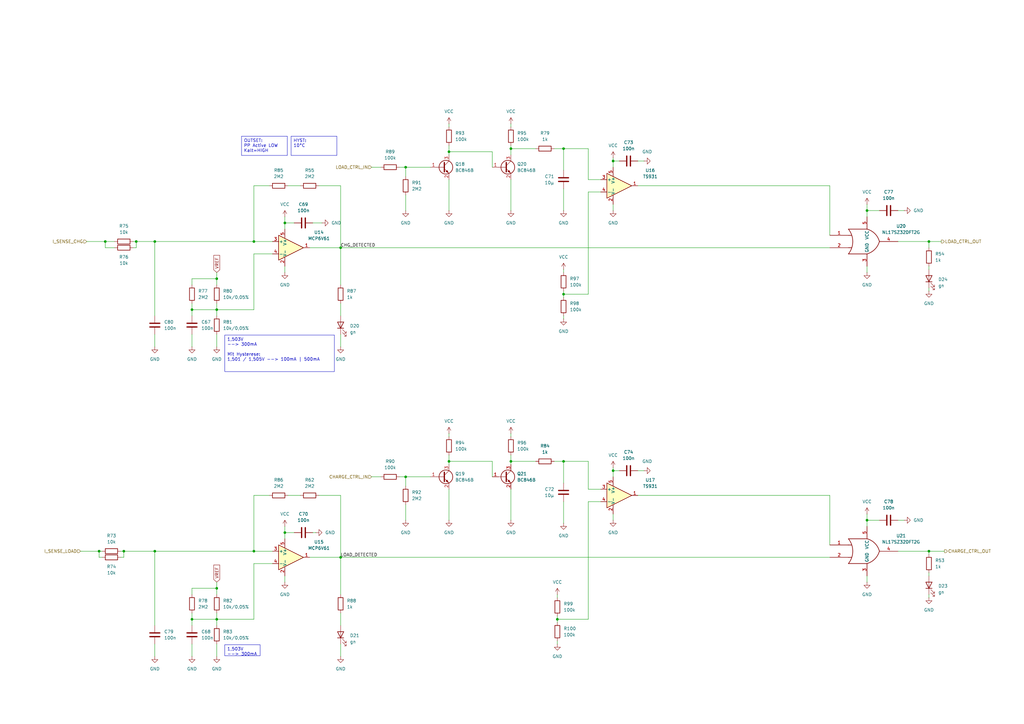
<source format=kicad_sch>
(kicad_sch
	(version 20250114)
	(generator "eeschema")
	(generator_version "9.0")
	(uuid "ae0b96a2-4831-417f-834b-5ffc35c52390")
	(paper "A3")
	(lib_symbols
		(symbol "74xGxx:74AHC1G32"
			(exclude_from_sim no)
			(in_bom yes)
			(on_board yes)
			(property "Reference" "U"
				(at -2.54 3.81 0)
				(effects
					(font
						(size 1.27 1.27)
					)
				)
			)
			(property "Value" "74AHC1G32"
				(at 0 -3.81 0)
				(effects
					(font
						(size 1.27 1.27)
					)
				)
			)
			(property "Footprint" ""
				(at 0 0 0)
				(effects
					(font
						(size 1.27 1.27)
					)
					(hide yes)
				)
			)
			(property "Datasheet" "http://www.ti.com/lit/sg/scyt129e/scyt129e.pdf"
				(at 0 0 0)
				(effects
					(font
						(size 1.27 1.27)
					)
					(hide yes)
				)
			)
			(property "Description" "Single OR Gate, Low-Voltage CMOS"
				(at 0 0 0)
				(effects
					(font
						(size 1.27 1.27)
					)
					(hide yes)
				)
			)
			(property "ki_keywords" "Single Gate OR LVC CMOS"
				(at 0 0 0)
				(effects
					(font
						(size 1.27 1.27)
					)
					(hide yes)
				)
			)
			(property "ki_fp_filters" "SOT* SG-*"
				(at 0 0 0)
				(effects
					(font
						(size 1.27 1.27)
					)
					(hide yes)
				)
			)
			(symbol "74AHC1G32_0_1"
				(arc
					(start -7.62 5.08)
					(mid -5.838 0)
					(end -7.62 -5.08)
					(stroke
						(width 0.254)
						(type default)
					)
					(fill
						(type none)
					)
				)
				(polyline
					(pts
						(xy -7.62 2.54) (xy -6.35 2.54)
					)
					(stroke
						(width 0.254)
						(type default)
					)
					(fill
						(type background)
					)
				)
				(polyline
					(pts
						(xy -7.62 -2.54) (xy -6.35 -2.54)
					)
					(stroke
						(width 0.254)
						(type default)
					)
					(fill
						(type background)
					)
				)
				(arc
					(start 5.08 0)
					(mid 3.202 -3.202)
					(end 0 -5.08)
					(stroke
						(width 0.254)
						(type default)
					)
					(fill
						(type none)
					)
				)
				(arc
					(start 0 5.08)
					(mid 3.2271 3.2271)
					(end 5.08 0)
					(stroke
						(width 0.254)
						(type default)
					)
					(fill
						(type none)
					)
				)
				(polyline
					(pts
						(xy 0 5.08) (xy -7.62 5.08)
					)
					(stroke
						(width 0.254)
						(type default)
					)
					(fill
						(type background)
					)
				)
				(polyline
					(pts
						(xy 0 -5.08) (xy -7.62 -5.08)
					)
					(stroke
						(width 0.254)
						(type default)
					)
					(fill
						(type background)
					)
				)
			)
			(symbol "74AHC1G32_1_1"
				(pin input line
					(at -15.24 2.54 0)
					(length 7.62)
					(name "~"
						(effects
							(font
								(size 1.27 1.27)
							)
						)
					)
					(number "1"
						(effects
							(font
								(size 1.27 1.27)
							)
						)
					)
				)
				(pin input line
					(at -15.24 -2.54 0)
					(length 7.62)
					(name "~"
						(effects
							(font
								(size 1.27 1.27)
							)
						)
					)
					(number "2"
						(effects
							(font
								(size 1.27 1.27)
							)
						)
					)
				)
				(pin power_in line
					(at 0 10.16 270)
					(length 5.08)
					(name "VCC"
						(effects
							(font
								(size 1.27 1.27)
							)
						)
					)
					(number "5"
						(effects
							(font
								(size 1.27 1.27)
							)
						)
					)
				)
				(pin power_in line
					(at 0 -10.16 90)
					(length 5.08)
					(name "GND"
						(effects
							(font
								(size 1.27 1.27)
							)
						)
					)
					(number "3"
						(effects
							(font
								(size 1.27 1.27)
							)
						)
					)
				)
				(pin output line
					(at 12.7 0 180)
					(length 7.62)
					(name "~"
						(effects
							(font
								(size 1.27 1.27)
							)
						)
					)
					(number "4"
						(effects
							(font
								(size 1.27 1.27)
							)
						)
					)
				)
			)
			(embedded_fonts no)
		)
		(symbol "Amplifier_Operational:MCP6001-OT"
			(pin_names
				(offset 0.127)
			)
			(exclude_from_sim no)
			(in_bom yes)
			(on_board yes)
			(property "Reference" "U"
				(at -1.27 6.35 0)
				(effects
					(font
						(size 1.27 1.27)
					)
					(justify left)
				)
			)
			(property "Value" "MCP6001-OT"
				(at -1.27 3.81 0)
				(effects
					(font
						(size 1.27 1.27)
					)
					(justify left)
				)
			)
			(property "Footprint" "Package_TO_SOT_SMD:SOT-23-5"
				(at -2.54 -5.08 0)
				(effects
					(font
						(size 1.27 1.27)
					)
					(justify left)
					(hide yes)
				)
			)
			(property "Datasheet" "https://ww1.microchip.com/downloads/en/DeviceDoc/MCP6001-1R-1U-2-4-1-MHz-Low-Power-Op-Amp-DS20001733L.pdf"
				(at 0 5.08 0)
				(effects
					(font
						(size 1.27 1.27)
					)
					(hide yes)
				)
			)
			(property "Description" "1MHz, Low-Power Op Amp, SOT-23-5"
				(at 0 0 0)
				(effects
					(font
						(size 1.27 1.27)
					)
					(hide yes)
				)
			)
			(property "ki_keywords" "single opamp"
				(at 0 0 0)
				(effects
					(font
						(size 1.27 1.27)
					)
					(hide yes)
				)
			)
			(property "ki_fp_filters" "SOT?23*"
				(at 0 0 0)
				(effects
					(font
						(size 1.27 1.27)
					)
					(hide yes)
				)
			)
			(symbol "MCP6001-OT_0_1"
				(polyline
					(pts
						(xy -5.08 5.08) (xy 5.08 0) (xy -5.08 -5.08) (xy -5.08 5.08)
					)
					(stroke
						(width 0.254)
						(type default)
					)
					(fill
						(type background)
					)
				)
				(pin power_in line
					(at -2.54 7.62 270)
					(length 3.81)
					(name "V+"
						(effects
							(font
								(size 1.27 1.27)
							)
						)
					)
					(number "5"
						(effects
							(font
								(size 1.27 1.27)
							)
						)
					)
				)
				(pin power_in line
					(at -2.54 -7.62 90)
					(length 3.81)
					(name "V-"
						(effects
							(font
								(size 1.27 1.27)
							)
						)
					)
					(number "2"
						(effects
							(font
								(size 1.27 1.27)
							)
						)
					)
				)
			)
			(symbol "MCP6001-OT_1_1"
				(pin input line
					(at -7.62 2.54 0)
					(length 2.54)
					(name "+"
						(effects
							(font
								(size 1.27 1.27)
							)
						)
					)
					(number "3"
						(effects
							(font
								(size 1.27 1.27)
							)
						)
					)
				)
				(pin input line
					(at -7.62 -2.54 0)
					(length 2.54)
					(name "-"
						(effects
							(font
								(size 1.27 1.27)
							)
						)
					)
					(number "4"
						(effects
							(font
								(size 1.27 1.27)
							)
						)
					)
				)
				(pin output line
					(at 7.62 0 180)
					(length 2.54)
					(name "~"
						(effects
							(font
								(size 1.27 1.27)
							)
						)
					)
					(number "1"
						(effects
							(font
								(size 1.27 1.27)
							)
						)
					)
				)
			)
			(embedded_fonts no)
		)
		(symbol "Amplifier_Operational:TLV9301xDBV"
			(pin_names
				(offset 0.127)
			)
			(exclude_from_sim no)
			(in_bom yes)
			(on_board yes)
			(property "Reference" "U"
				(at -1.27 6.35 0)
				(effects
					(font
						(size 1.27 1.27)
					)
					(justify left)
				)
			)
			(property "Value" "TLV9301xDBV"
				(at -1.27 3.81 0)
				(effects
					(font
						(size 1.27 1.27)
					)
					(justify left)
				)
			)
			(property "Footprint" "Package_TO_SOT_SMD:SOT-23-5"
				(at -2.54 -5.08 0)
				(effects
					(font
						(size 1.27 1.27)
					)
					(justify left)
					(hide yes)
				)
			)
			(property "Datasheet" "https://www.ti.com/lit/ds/symlink/tlv9301.pdf"
				(at 0 5.08 0)
				(effects
					(font
						(size 1.27 1.27)
					)
					(hide yes)
				)
			)
			(property "Description" "40-V, 1-MHz, RRO Operational Amplifiers for Cost-Sensitive Systems, SOT-23-5"
				(at 0 0 0)
				(effects
					(font
						(size 1.27 1.27)
					)
					(hide yes)
				)
			)
			(property "ki_keywords" "single opamp 40V rail to rail output"
				(at 0 0 0)
				(effects
					(font
						(size 1.27 1.27)
					)
					(hide yes)
				)
			)
			(property "ki_fp_filters" "SOT?23*"
				(at 0 0 0)
				(effects
					(font
						(size 1.27 1.27)
					)
					(hide yes)
				)
			)
			(symbol "TLV9301xDBV_0_1"
				(polyline
					(pts
						(xy -5.08 5.08) (xy 5.08 0) (xy -5.08 -5.08) (xy -5.08 5.08)
					)
					(stroke
						(width 0.254)
						(type default)
					)
					(fill
						(type background)
					)
				)
				(pin power_in line
					(at -2.54 7.62 270)
					(length 3.81)
					(name "V+"
						(effects
							(font
								(size 1.27 1.27)
							)
						)
					)
					(number "5"
						(effects
							(font
								(size 1.27 1.27)
							)
						)
					)
				)
				(pin power_in line
					(at -2.54 -7.62 90)
					(length 3.81)
					(name "V-"
						(effects
							(font
								(size 1.27 1.27)
							)
						)
					)
					(number "2"
						(effects
							(font
								(size 1.27 1.27)
							)
						)
					)
				)
			)
			(symbol "TLV9301xDBV_1_1"
				(pin input line
					(at -7.62 2.54 0)
					(length 2.54)
					(name "+"
						(effects
							(font
								(size 1.27 1.27)
							)
						)
					)
					(number "3"
						(effects
							(font
								(size 1.27 1.27)
							)
						)
					)
				)
				(pin input line
					(at -7.62 -2.54 0)
					(length 2.54)
					(name "-"
						(effects
							(font
								(size 1.27 1.27)
							)
						)
					)
					(number "4"
						(effects
							(font
								(size 1.27 1.27)
							)
						)
					)
				)
				(pin output line
					(at 7.62 0 180)
					(length 2.54)
					(name "~"
						(effects
							(font
								(size 1.27 1.27)
							)
						)
					)
					(number "1"
						(effects
							(font
								(size 1.27 1.27)
							)
						)
					)
				)
			)
			(embedded_fonts no)
		)
		(symbol "Device:C"
			(pin_numbers
				(hide yes)
			)
			(pin_names
				(offset 0.254)
			)
			(exclude_from_sim no)
			(in_bom yes)
			(on_board yes)
			(property "Reference" "C"
				(at 0.635 2.54 0)
				(effects
					(font
						(size 1.27 1.27)
					)
					(justify left)
				)
			)
			(property "Value" "C"
				(at 0.635 -2.54 0)
				(effects
					(font
						(size 1.27 1.27)
					)
					(justify left)
				)
			)
			(property "Footprint" ""
				(at 0.9652 -3.81 0)
				(effects
					(font
						(size 1.27 1.27)
					)
					(hide yes)
				)
			)
			(property "Datasheet" "~"
				(at 0 0 0)
				(effects
					(font
						(size 1.27 1.27)
					)
					(hide yes)
				)
			)
			(property "Description" "Unpolarized capacitor"
				(at 0 0 0)
				(effects
					(font
						(size 1.27 1.27)
					)
					(hide yes)
				)
			)
			(property "ki_keywords" "cap capacitor"
				(at 0 0 0)
				(effects
					(font
						(size 1.27 1.27)
					)
					(hide yes)
				)
			)
			(property "ki_fp_filters" "C_*"
				(at 0 0 0)
				(effects
					(font
						(size 1.27 1.27)
					)
					(hide yes)
				)
			)
			(symbol "C_0_1"
				(polyline
					(pts
						(xy -2.032 0.762) (xy 2.032 0.762)
					)
					(stroke
						(width 0.508)
						(type default)
					)
					(fill
						(type none)
					)
				)
				(polyline
					(pts
						(xy -2.032 -0.762) (xy 2.032 -0.762)
					)
					(stroke
						(width 0.508)
						(type default)
					)
					(fill
						(type none)
					)
				)
			)
			(symbol "C_1_1"
				(pin passive line
					(at 0 3.81 270)
					(length 2.794)
					(name "~"
						(effects
							(font
								(size 1.27 1.27)
							)
						)
					)
					(number "1"
						(effects
							(font
								(size 1.27 1.27)
							)
						)
					)
				)
				(pin passive line
					(at 0 -3.81 90)
					(length 2.794)
					(name "~"
						(effects
							(font
								(size 1.27 1.27)
							)
						)
					)
					(number "2"
						(effects
							(font
								(size 1.27 1.27)
							)
						)
					)
				)
			)
			(embedded_fonts no)
		)
		(symbol "Device:LED"
			(pin_numbers
				(hide yes)
			)
			(pin_names
				(offset 1.016)
				(hide yes)
			)
			(exclude_from_sim no)
			(in_bom yes)
			(on_board yes)
			(property "Reference" "D"
				(at 0 2.54 0)
				(effects
					(font
						(size 1.27 1.27)
					)
				)
			)
			(property "Value" "LED"
				(at 0 -2.54 0)
				(effects
					(font
						(size 1.27 1.27)
					)
				)
			)
			(property "Footprint" ""
				(at 0 0 0)
				(effects
					(font
						(size 1.27 1.27)
					)
					(hide yes)
				)
			)
			(property "Datasheet" "~"
				(at 0 0 0)
				(effects
					(font
						(size 1.27 1.27)
					)
					(hide yes)
				)
			)
			(property "Description" "Light emitting diode"
				(at 0 0 0)
				(effects
					(font
						(size 1.27 1.27)
					)
					(hide yes)
				)
			)
			(property "Sim.Pins" "1=K 2=A"
				(at 0 0 0)
				(effects
					(font
						(size 1.27 1.27)
					)
					(hide yes)
				)
			)
			(property "ki_keywords" "LED diode"
				(at 0 0 0)
				(effects
					(font
						(size 1.27 1.27)
					)
					(hide yes)
				)
			)
			(property "ki_fp_filters" "LED* LED_SMD:* LED_THT:*"
				(at 0 0 0)
				(effects
					(font
						(size 1.27 1.27)
					)
					(hide yes)
				)
			)
			(symbol "LED_0_1"
				(polyline
					(pts
						(xy -3.048 -0.762) (xy -4.572 -2.286) (xy -3.81 -2.286) (xy -4.572 -2.286) (xy -4.572 -1.524)
					)
					(stroke
						(width 0)
						(type default)
					)
					(fill
						(type none)
					)
				)
				(polyline
					(pts
						(xy -1.778 -0.762) (xy -3.302 -2.286) (xy -2.54 -2.286) (xy -3.302 -2.286) (xy -3.302 -1.524)
					)
					(stroke
						(width 0)
						(type default)
					)
					(fill
						(type none)
					)
				)
				(polyline
					(pts
						(xy -1.27 0) (xy 1.27 0)
					)
					(stroke
						(width 0)
						(type default)
					)
					(fill
						(type none)
					)
				)
				(polyline
					(pts
						(xy -1.27 -1.27) (xy -1.27 1.27)
					)
					(stroke
						(width 0.254)
						(type default)
					)
					(fill
						(type none)
					)
				)
				(polyline
					(pts
						(xy 1.27 -1.27) (xy 1.27 1.27) (xy -1.27 0) (xy 1.27 -1.27)
					)
					(stroke
						(width 0.254)
						(type default)
					)
					(fill
						(type none)
					)
				)
			)
			(symbol "LED_1_1"
				(pin passive line
					(at -3.81 0 0)
					(length 2.54)
					(name "K"
						(effects
							(font
								(size 1.27 1.27)
							)
						)
					)
					(number "1"
						(effects
							(font
								(size 1.27 1.27)
							)
						)
					)
				)
				(pin passive line
					(at 3.81 0 180)
					(length 2.54)
					(name "A"
						(effects
							(font
								(size 1.27 1.27)
							)
						)
					)
					(number "2"
						(effects
							(font
								(size 1.27 1.27)
							)
						)
					)
				)
			)
			(embedded_fonts no)
		)
		(symbol "Device:R"
			(pin_numbers
				(hide yes)
			)
			(pin_names
				(offset 0)
			)
			(exclude_from_sim no)
			(in_bom yes)
			(on_board yes)
			(property "Reference" "R"
				(at 2.032 0 90)
				(effects
					(font
						(size 1.27 1.27)
					)
				)
			)
			(property "Value" "R"
				(at 0 0 90)
				(effects
					(font
						(size 1.27 1.27)
					)
				)
			)
			(property "Footprint" ""
				(at -1.778 0 90)
				(effects
					(font
						(size 1.27 1.27)
					)
					(hide yes)
				)
			)
			(property "Datasheet" "~"
				(at 0 0 0)
				(effects
					(font
						(size 1.27 1.27)
					)
					(hide yes)
				)
			)
			(property "Description" "Resistor"
				(at 0 0 0)
				(effects
					(font
						(size 1.27 1.27)
					)
					(hide yes)
				)
			)
			(property "ki_keywords" "R res resistor"
				(at 0 0 0)
				(effects
					(font
						(size 1.27 1.27)
					)
					(hide yes)
				)
			)
			(property "ki_fp_filters" "R_*"
				(at 0 0 0)
				(effects
					(font
						(size 1.27 1.27)
					)
					(hide yes)
				)
			)
			(symbol "R_0_1"
				(rectangle
					(start -1.016 -2.54)
					(end 1.016 2.54)
					(stroke
						(width 0.254)
						(type default)
					)
					(fill
						(type none)
					)
				)
			)
			(symbol "R_1_1"
				(pin passive line
					(at 0 3.81 270)
					(length 1.27)
					(name "~"
						(effects
							(font
								(size 1.27 1.27)
							)
						)
					)
					(number "1"
						(effects
							(font
								(size 1.27 1.27)
							)
						)
					)
				)
				(pin passive line
					(at 0 -3.81 90)
					(length 1.27)
					(name "~"
						(effects
							(font
								(size 1.27 1.27)
							)
						)
					)
					(number "2"
						(effects
							(font
								(size 1.27 1.27)
							)
						)
					)
				)
			)
			(embedded_fonts no)
		)
		(symbol "Transistor_BJT:Q_NPN_BEC"
			(pin_names
				(offset 0)
				(hide yes)
			)
			(exclude_from_sim no)
			(in_bom yes)
			(on_board yes)
			(property "Reference" "Q"
				(at 5.08 1.27 0)
				(effects
					(font
						(size 1.27 1.27)
					)
					(justify left)
				)
			)
			(property "Value" "Q_NPN_BEC"
				(at 5.08 -1.27 0)
				(effects
					(font
						(size 1.27 1.27)
					)
					(justify left)
				)
			)
			(property "Footprint" ""
				(at 5.08 2.54 0)
				(effects
					(font
						(size 1.27 1.27)
					)
					(hide yes)
				)
			)
			(property "Datasheet" "~"
				(at 0 0 0)
				(effects
					(font
						(size 1.27 1.27)
					)
					(hide yes)
				)
			)
			(property "Description" "NPN transistor, base/emitter/collector"
				(at 0 0 0)
				(effects
					(font
						(size 1.27 1.27)
					)
					(hide yes)
				)
			)
			(property "ki_keywords" "BJT"
				(at 0 0 0)
				(effects
					(font
						(size 1.27 1.27)
					)
					(hide yes)
				)
			)
			(symbol "Q_NPN_BEC_0_1"
				(polyline
					(pts
						(xy -2.54 0) (xy 0.635 0)
					)
					(stroke
						(width 0)
						(type default)
					)
					(fill
						(type none)
					)
				)
				(polyline
					(pts
						(xy 0.635 1.905) (xy 0.635 -1.905)
					)
					(stroke
						(width 0.508)
						(type default)
					)
					(fill
						(type none)
					)
				)
				(circle
					(center 1.27 0)
					(radius 2.8194)
					(stroke
						(width 0.254)
						(type default)
					)
					(fill
						(type none)
					)
				)
			)
			(symbol "Q_NPN_BEC_1_1"
				(polyline
					(pts
						(xy 0.635 0.635) (xy 2.54 2.54)
					)
					(stroke
						(width 0)
						(type default)
					)
					(fill
						(type none)
					)
				)
				(polyline
					(pts
						(xy 0.635 -0.635) (xy 2.54 -2.54)
					)
					(stroke
						(width 0)
						(type default)
					)
					(fill
						(type none)
					)
				)
				(polyline
					(pts
						(xy 1.27 -1.778) (xy 1.778 -1.27) (xy 2.286 -2.286) (xy 1.27 -1.778)
					)
					(stroke
						(width 0)
						(type default)
					)
					(fill
						(type outline)
					)
				)
				(pin input line
					(at -5.08 0 0)
					(length 2.54)
					(name "B"
						(effects
							(font
								(size 1.27 1.27)
							)
						)
					)
					(number "1"
						(effects
							(font
								(size 1.27 1.27)
							)
						)
					)
				)
				(pin passive line
					(at 2.54 5.08 270)
					(length 2.54)
					(name "C"
						(effects
							(font
								(size 1.27 1.27)
							)
						)
					)
					(number "3"
						(effects
							(font
								(size 1.27 1.27)
							)
						)
					)
				)
				(pin passive line
					(at 2.54 -5.08 90)
					(length 2.54)
					(name "E"
						(effects
							(font
								(size 1.27 1.27)
							)
						)
					)
					(number "2"
						(effects
							(font
								(size 1.27 1.27)
							)
						)
					)
				)
			)
			(embedded_fonts no)
		)
		(symbol "power:GND"
			(power)
			(pin_numbers
				(hide yes)
			)
			(pin_names
				(offset 0)
				(hide yes)
			)
			(exclude_from_sim no)
			(in_bom yes)
			(on_board yes)
			(property "Reference" "#PWR"
				(at 0 -6.35 0)
				(effects
					(font
						(size 1.27 1.27)
					)
					(hide yes)
				)
			)
			(property "Value" "GND"
				(at 0 -3.81 0)
				(effects
					(font
						(size 1.27 1.27)
					)
				)
			)
			(property "Footprint" ""
				(at 0 0 0)
				(effects
					(font
						(size 1.27 1.27)
					)
					(hide yes)
				)
			)
			(property "Datasheet" ""
				(at 0 0 0)
				(effects
					(font
						(size 1.27 1.27)
					)
					(hide yes)
				)
			)
			(property "Description" "Power symbol creates a global label with name \"GND\" , ground"
				(at 0 0 0)
				(effects
					(font
						(size 1.27 1.27)
					)
					(hide yes)
				)
			)
			(property "ki_keywords" "global power"
				(at 0 0 0)
				(effects
					(font
						(size 1.27 1.27)
					)
					(hide yes)
				)
			)
			(symbol "GND_0_1"
				(polyline
					(pts
						(xy 0 0) (xy 0 -1.27) (xy 1.27 -1.27) (xy 0 -2.54) (xy -1.27 -1.27) (xy 0 -1.27)
					)
					(stroke
						(width 0)
						(type default)
					)
					(fill
						(type none)
					)
				)
			)
			(symbol "GND_1_1"
				(pin power_in line
					(at 0 0 270)
					(length 0)
					(name "~"
						(effects
							(font
								(size 1.27 1.27)
							)
						)
					)
					(number "1"
						(effects
							(font
								(size 1.27 1.27)
							)
						)
					)
				)
			)
			(embedded_fonts no)
		)
		(symbol "power:VCC"
			(power)
			(pin_numbers
				(hide yes)
			)
			(pin_names
				(offset 0)
				(hide yes)
			)
			(exclude_from_sim no)
			(in_bom yes)
			(on_board yes)
			(property "Reference" "#PWR"
				(at 0 -3.81 0)
				(effects
					(font
						(size 1.27 1.27)
					)
					(hide yes)
				)
			)
			(property "Value" "VCC"
				(at 0 3.556 0)
				(effects
					(font
						(size 1.27 1.27)
					)
				)
			)
			(property "Footprint" ""
				(at 0 0 0)
				(effects
					(font
						(size 1.27 1.27)
					)
					(hide yes)
				)
			)
			(property "Datasheet" ""
				(at 0 0 0)
				(effects
					(font
						(size 1.27 1.27)
					)
					(hide yes)
				)
			)
			(property "Description" "Power symbol creates a global label with name \"VCC\""
				(at 0 0 0)
				(effects
					(font
						(size 1.27 1.27)
					)
					(hide yes)
				)
			)
			(property "ki_keywords" "global power"
				(at 0 0 0)
				(effects
					(font
						(size 1.27 1.27)
					)
					(hide yes)
				)
			)
			(symbol "VCC_0_1"
				(polyline
					(pts
						(xy -0.762 1.27) (xy 0 2.54)
					)
					(stroke
						(width 0)
						(type default)
					)
					(fill
						(type none)
					)
				)
				(polyline
					(pts
						(xy 0 2.54) (xy 0.762 1.27)
					)
					(stroke
						(width 0)
						(type default)
					)
					(fill
						(type none)
					)
				)
				(polyline
					(pts
						(xy 0 0) (xy 0 2.54)
					)
					(stroke
						(width 0)
						(type default)
					)
					(fill
						(type none)
					)
				)
			)
			(symbol "VCC_1_1"
				(pin power_in line
					(at 0 0 90)
					(length 0)
					(name "~"
						(effects
							(font
								(size 1.27 1.27)
							)
						)
					)
					(number "1"
						(effects
							(font
								(size 1.27 1.27)
							)
						)
					)
				)
			)
			(embedded_fonts no)
		)
	)
	(text_box "OUTSET:\nPP Active LOW\nKalt=HIGH"
		(exclude_from_sim no)
		(at 99.06 55.88 0)
		(size 18.796 7.874)
		(margins 0.9525 0.9525 0.9525 0.9525)
		(stroke
			(width 0)
			(type default)
		)
		(fill
			(type none)
		)
		(effects
			(font
				(size 1.27 1.27)
			)
			(justify left top)
		)
		(uuid "23c0376c-20c5-4c21-a50d-c70cdc630faa")
	)
	(text_box "1,503V\n--> 300mA "
		(exclude_from_sim no)
		(at 92.202 264.414 0)
		(size 14.478 4.572)
		(margins 0.9525 0.9525 0.9525 0.9525)
		(stroke
			(width 0)
			(type default)
		)
		(fill
			(type none)
		)
		(effects
			(font
				(size 1.27 1.27)
			)
			(justify left top)
		)
		(uuid "40d17b50-3300-4ed2-b864-e10d0d3e4940")
	)
	(text_box "1,503V\n--> 300mA \n\nMit Hysterese:\n1,501 / 1,505V --> 100mA | 500mA"
		(exclude_from_sim no)
		(at 92.202 137.414 0)
		(size 44.958 14.986)
		(margins 0.9525 0.9525 0.9525 0.9525)
		(stroke
			(width 0)
			(type default)
		)
		(fill
			(type none)
		)
		(effects
			(font
				(size 1.27 1.27)
			)
			(justify left top)
		)
		(uuid "42d7c6c2-ea5c-4ba8-8f23-71f7f7ae87b0")
	)
	(text_box "HYST: \n10°C"
		(exclude_from_sim no)
		(at 119.38 55.88 0)
		(size 18.796 7.874)
		(margins 0.9525 0.9525 0.9525 0.9525)
		(stroke
			(width 0)
			(type default)
		)
		(fill
			(type none)
		)
		(effects
			(font
				(size 1.27 1.27)
			)
			(justify left top)
		)
		(uuid "5e7ffb97-80e2-4881-8764-e863b951be1b")
	)
	(junction
		(at 104.14 226.06)
		(diameter 0)
		(color 0 0 0 0)
		(uuid "1443f2fb-276d-4160-8cb5-42c4046c23e7")
	)
	(junction
		(at 381 99.06)
		(diameter 0)
		(color 0 0 0 0)
		(uuid "1abf1acd-c959-48e1-aa35-de82a5af04c8")
	)
	(junction
		(at 139.7 101.6)
		(diameter 0)
		(color 0 0 0 0)
		(uuid "1d376c80-4fbd-46d6-807a-85a7ed83df36")
	)
	(junction
		(at 63.5 226.06)
		(diameter 0)
		(color 0 0 0 0)
		(uuid "21f6ca15-61c2-49f7-b31b-be162d6ca8ba")
	)
	(junction
		(at 228.6 254)
		(diameter 0)
		(color 0 0 0 0)
		(uuid "28eeb6f8-b447-4679-96a6-72e030dc1eb8")
	)
	(junction
		(at 40.64 226.06)
		(diameter 0)
		(color 0 0 0 0)
		(uuid "2df122f2-6237-46c8-bf84-5be1e91717e6")
	)
	(junction
		(at 116.84 218.44)
		(diameter 0)
		(color 0 0 0 0)
		(uuid "37fde800-3f04-47a6-879e-cf26a6aacab5")
	)
	(junction
		(at 55.88 99.06)
		(diameter 0)
		(color 0 0 0 0)
		(uuid "46770d2d-a3d7-4687-8fbd-a80193657f00")
	)
	(junction
		(at 231.14 60.96)
		(diameter 0)
		(color 0 0 0 0)
		(uuid "56586eea-f4e8-4976-a58f-2e11029f8df3")
	)
	(junction
		(at 43.18 99.06)
		(diameter 0)
		(color 0 0 0 0)
		(uuid "5ded7af6-ec18-4c3a-b5af-71b4b0d82500")
	)
	(junction
		(at 381 226.06)
		(diameter 0)
		(color 0 0 0 0)
		(uuid "5ec85c3a-498f-4f12-a634-d96be0a714a4")
	)
	(junction
		(at 251.46 193.04)
		(diameter 0)
		(color 0 0 0 0)
		(uuid "629f7ab9-5230-4038-9efe-cf9b7ea0ce86")
	)
	(junction
		(at 88.9 254)
		(diameter 0)
		(color 0 0 0 0)
		(uuid "6a785adb-4784-43c1-9945-c0e24b9e60fe")
	)
	(junction
		(at 209.55 189.23)
		(diameter 0)
		(color 0 0 0 0)
		(uuid "71bf7fae-bcaf-4b0a-b2a6-a4bdea622fc5")
	)
	(junction
		(at 104.14 99.06)
		(diameter 0)
		(color 0 0 0 0)
		(uuid "7cc24e9b-6fe3-4b6a-9568-0db1c93a8ca9")
	)
	(junction
		(at 116.84 91.44)
		(diameter 0)
		(color 0 0 0 0)
		(uuid "7d40be78-b872-4a18-bc5c-9c1f9acb8804")
	)
	(junction
		(at 88.9 114.3)
		(diameter 0)
		(color 0 0 0 0)
		(uuid "8fecf762-75db-4001-9057-d55f17e43dc9")
	)
	(junction
		(at 88.9 241.3)
		(diameter 0)
		(color 0 0 0 0)
		(uuid "9eec9dae-9c2e-4be4-9a4c-1a18402c0a71")
	)
	(junction
		(at 78.74 127)
		(diameter 0)
		(color 0 0 0 0)
		(uuid "a8859905-a96b-4195-aa4b-aa0a4ca6ceab")
	)
	(junction
		(at 166.37 195.58)
		(diameter 0)
		(color 0 0 0 0)
		(uuid "b16f951f-bc22-41fc-b722-0725bf78cded")
	)
	(junction
		(at 166.37 68.58)
		(diameter 0)
		(color 0 0 0 0)
		(uuid "b36f7d83-9a1b-4853-bf8d-22334c4354a1")
	)
	(junction
		(at 63.5 99.06)
		(diameter 0)
		(color 0 0 0 0)
		(uuid "b3de9284-4c54-43b0-a5d5-97526ca9cd48")
	)
	(junction
		(at 355.6 213.36)
		(diameter 0)
		(color 0 0 0 0)
		(uuid "b7bbf467-f288-4c5c-a8bf-4b31eb74294a")
	)
	(junction
		(at 251.46 66.04)
		(diameter 0)
		(color 0 0 0 0)
		(uuid "bab15166-ee8d-4880-acef-d21db043bb58")
	)
	(junction
		(at 139.7 228.6)
		(diameter 0)
		(color 0 0 0 0)
		(uuid "bf2cff2c-d037-4505-a888-bc32c98c4605")
	)
	(junction
		(at 50.8 226.06)
		(diameter 0)
		(color 0 0 0 0)
		(uuid "c837934a-f6ee-4ad4-9a5f-26a525b0b31a")
	)
	(junction
		(at 355.6 86.36)
		(diameter 0)
		(color 0 0 0 0)
		(uuid "c9f6b5b5-1398-4135-b327-ae1ef2dc0de2")
	)
	(junction
		(at 78.74 254)
		(diameter 0)
		(color 0 0 0 0)
		(uuid "d2faf626-39f9-4a12-95ed-67e9f80897da")
	)
	(junction
		(at 231.14 120.65)
		(diameter 0)
		(color 0 0 0 0)
		(uuid "dbc21cdc-e4e4-4efa-9d18-b19500bafc17")
	)
	(junction
		(at 184.15 62.23)
		(diameter 0)
		(color 0 0 0 0)
		(uuid "e337c27f-72ef-4d5f-8f95-87488c482464")
	)
	(junction
		(at 231.14 189.23)
		(diameter 0)
		(color 0 0 0 0)
		(uuid "ebd2c900-f3fc-435b-bbe8-e16f20d9dbb4")
	)
	(junction
		(at 209.55 60.96)
		(diameter 0)
		(color 0 0 0 0)
		(uuid "eece6246-b557-4c5c-bdb9-f71705a86c63")
	)
	(junction
		(at 184.15 189.23)
		(diameter 0)
		(color 0 0 0 0)
		(uuid "f727216d-135f-447d-a0dd-2e56c442bec1")
	)
	(junction
		(at 88.9 127)
		(diameter 0)
		(color 0 0 0 0)
		(uuid "f91bf71f-d4fb-45d5-8005-4d52b749056f")
	)
	(wire
		(pts
			(xy 209.55 189.23) (xy 219.71 189.23)
		)
		(stroke
			(width 0)
			(type default)
		)
		(uuid "028f9144-f8a7-4e68-8f84-0330e5c5cce4")
	)
	(wire
		(pts
			(xy 49.53 226.06) (xy 50.8 226.06)
		)
		(stroke
			(width 0)
			(type default)
		)
		(uuid "033a39db-2970-4864-8a82-0cbd56d44a41")
	)
	(wire
		(pts
			(xy 231.14 120.65) (xy 241.3 120.65)
		)
		(stroke
			(width 0)
			(type default)
		)
		(uuid "0587bbfc-29e8-449e-8313-d1387c6c6aab")
	)
	(wire
		(pts
			(xy 184.15 189.23) (xy 184.15 190.5)
		)
		(stroke
			(width 0)
			(type default)
		)
		(uuid "06e3fb12-93ff-46ba-bfe8-919209e7affc")
	)
	(wire
		(pts
			(xy 176.53 68.58) (xy 166.37 68.58)
		)
		(stroke
			(width 0)
			(type default)
		)
		(uuid "08d2b74d-59bf-47c7-b32b-50096cb07289")
	)
	(wire
		(pts
			(xy 55.88 99.06) (xy 63.5 99.06)
		)
		(stroke
			(width 0)
			(type default)
		)
		(uuid "098f26a0-a3bf-46b8-bc18-56800eb15330")
	)
	(wire
		(pts
			(xy 184.15 73.66) (xy 184.15 86.36)
		)
		(stroke
			(width 0)
			(type default)
		)
		(uuid "0a2e090f-c726-4da6-be9d-8e4e7c01ae47")
	)
	(wire
		(pts
			(xy 209.55 177.8) (xy 209.55 179.07)
		)
		(stroke
			(width 0)
			(type default)
		)
		(uuid "0b2ad358-8fb2-4905-b19b-6c7fa3b10087")
	)
	(wire
		(pts
			(xy 163.83 195.58) (xy 166.37 195.58)
		)
		(stroke
			(width 0)
			(type default)
		)
		(uuid "0daa941e-c358-4205-9388-d38a74ef9ae6")
	)
	(wire
		(pts
			(xy 54.61 99.06) (xy 55.88 99.06)
		)
		(stroke
			(width 0)
			(type default)
		)
		(uuid "0e4882ae-73f5-4985-a265-a6ba9b7acd42")
	)
	(wire
		(pts
			(xy 368.3 86.36) (xy 370.84 86.36)
		)
		(stroke
			(width 0)
			(type default)
		)
		(uuid "110ac005-641d-4682-b858-84fdb317c8d7")
	)
	(wire
		(pts
			(xy 231.14 198.12) (xy 231.14 189.23)
		)
		(stroke
			(width 0)
			(type default)
		)
		(uuid "1283d4a2-8b0a-4f02-bc60-8aa8423697b3")
	)
	(wire
		(pts
			(xy 241.3 60.96) (xy 241.3 73.66)
		)
		(stroke
			(width 0)
			(type default)
		)
		(uuid "148b18ce-9e0b-4968-9390-542ce10d0580")
	)
	(wire
		(pts
			(xy 43.18 99.06) (xy 46.99 99.06)
		)
		(stroke
			(width 0)
			(type default)
		)
		(uuid "17f9cf23-092a-4c47-916a-2f69770aca0c")
	)
	(wire
		(pts
			(xy 104.14 254) (xy 104.14 231.14)
		)
		(stroke
			(width 0)
			(type default)
		)
		(uuid "19ea89c1-a34e-42ea-bf33-51f68800e5d5")
	)
	(wire
		(pts
			(xy 116.84 220.98) (xy 116.84 218.44)
		)
		(stroke
			(width 0)
			(type default)
		)
		(uuid "1dbd5dab-5b28-4b9e-936d-9730d6b2612d")
	)
	(wire
		(pts
			(xy 35.56 99.06) (xy 43.18 99.06)
		)
		(stroke
			(width 0)
			(type default)
		)
		(uuid "1de5659d-10fd-42c4-bda4-8803721b2e9e")
	)
	(wire
		(pts
			(xy 128.27 91.44) (xy 132.08 91.44)
		)
		(stroke
			(width 0)
			(type default)
		)
		(uuid "1dfb27d2-e10e-449a-beff-7e9c1e8b68ea")
	)
	(wire
		(pts
			(xy 88.9 114.3) (xy 88.9 116.84)
		)
		(stroke
			(width 0)
			(type default)
		)
		(uuid "1ea0d333-8388-4619-ad08-ab1ca2f039c0")
	)
	(wire
		(pts
			(xy 241.3 205.74) (xy 246.38 205.74)
		)
		(stroke
			(width 0)
			(type default)
		)
		(uuid "1f41e5c6-ab6c-4536-93a4-572c4fe924b5")
	)
	(wire
		(pts
			(xy 139.7 264.16) (xy 139.7 269.24)
		)
		(stroke
			(width 0)
			(type default)
		)
		(uuid "1f619fe2-4903-44c2-bf2c-e406a980caa6")
	)
	(wire
		(pts
			(xy 261.62 203.2) (xy 340.36 203.2)
		)
		(stroke
			(width 0)
			(type default)
		)
		(uuid "1fefb5a2-0fbf-421c-82e5-62d356c8d613")
	)
	(wire
		(pts
			(xy 261.62 66.04) (xy 264.16 66.04)
		)
		(stroke
			(width 0)
			(type default)
		)
		(uuid "215d3f9f-b743-48dd-ac8f-4133a8e73578")
	)
	(wire
		(pts
			(xy 355.6 215.9) (xy 355.6 213.36)
		)
		(stroke
			(width 0)
			(type default)
		)
		(uuid "2265bfc2-c3fd-4813-90a9-6df1a69b6393")
	)
	(wire
		(pts
			(xy 118.11 203.2) (xy 123.19 203.2)
		)
		(stroke
			(width 0)
			(type default)
		)
		(uuid "228ab80c-6b6d-4775-9435-535a62a3b118")
	)
	(wire
		(pts
			(xy 163.83 68.58) (xy 166.37 68.58)
		)
		(stroke
			(width 0)
			(type default)
		)
		(uuid "23dc4c89-c2b1-4765-a5fd-45152f436b4f")
	)
	(wire
		(pts
			(xy 50.8 228.6) (xy 50.8 226.06)
		)
		(stroke
			(width 0)
			(type default)
		)
		(uuid "2608d304-4e71-454f-8e4e-c796fc6ce861")
	)
	(wire
		(pts
			(xy 201.93 62.23) (xy 201.93 68.58)
		)
		(stroke
			(width 0)
			(type default)
		)
		(uuid "2c245386-7525-43d8-ab4f-246e72e35ef2")
	)
	(wire
		(pts
			(xy 227.33 60.96) (xy 231.14 60.96)
		)
		(stroke
			(width 0)
			(type default)
		)
		(uuid "2e5a4bf8-4433-4bf3-8839-ac65c60dbf65")
	)
	(wire
		(pts
			(xy 139.7 203.2) (xy 139.7 228.6)
		)
		(stroke
			(width 0)
			(type default)
		)
		(uuid "2ff7426f-5dec-4ad6-85b7-002dcb2d9264")
	)
	(wire
		(pts
			(xy 139.7 228.6) (xy 340.36 228.6)
		)
		(stroke
			(width 0)
			(type default)
		)
		(uuid "33fa46bd-b2a9-492c-8d98-05e755764798")
	)
	(wire
		(pts
			(xy 120.65 218.44) (xy 116.84 218.44)
		)
		(stroke
			(width 0)
			(type default)
		)
		(uuid "35861de3-c069-4915-8c29-bf0d873c42ca")
	)
	(wire
		(pts
			(xy 381 243.84) (xy 381 245.11)
		)
		(stroke
			(width 0)
			(type default)
		)
		(uuid "3754a9ab-e8b6-4297-b9dd-66bb7ecd9ae4")
	)
	(wire
		(pts
			(xy 104.14 104.14) (xy 111.76 104.14)
		)
		(stroke
			(width 0)
			(type default)
		)
		(uuid "38b6cecd-3232-4b90-8dca-e10aaa32a8d4")
	)
	(wire
		(pts
			(xy 355.6 88.9) (xy 355.6 86.36)
		)
		(stroke
			(width 0)
			(type default)
		)
		(uuid "3b54f5e0-33dd-413c-a797-7f6ee8a84f55")
	)
	(wire
		(pts
			(xy 228.6 243.84) (xy 228.6 245.11)
		)
		(stroke
			(width 0)
			(type default)
		)
		(uuid "3b611b67-10f2-408b-aa63-6d914daf899a")
	)
	(wire
		(pts
			(xy 130.81 76.2) (xy 139.7 76.2)
		)
		(stroke
			(width 0)
			(type default)
		)
		(uuid "3c1b4671-4ed0-4184-8a1d-90fc90c0d3b4")
	)
	(wire
		(pts
			(xy 381 99.06) (xy 381 101.6)
		)
		(stroke
			(width 0)
			(type default)
		)
		(uuid "3c4fbf27-8e4f-4d76-93ea-990dcdcce9eb")
	)
	(wire
		(pts
			(xy 88.9 241.3) (xy 88.9 243.84)
		)
		(stroke
			(width 0)
			(type default)
		)
		(uuid "3c797d75-71f0-4239-8c1c-d3096c5d0c87")
	)
	(wire
		(pts
			(xy 139.7 101.6) (xy 127 101.6)
		)
		(stroke
			(width 0)
			(type default)
		)
		(uuid "428c8b77-0bc7-46c0-a58e-e7d31e51d192")
	)
	(wire
		(pts
			(xy 139.7 137.16) (xy 139.7 142.24)
		)
		(stroke
			(width 0)
			(type default)
		)
		(uuid "457901bc-9471-4a5b-b04c-c25ee767118c")
	)
	(wire
		(pts
			(xy 88.9 127) (xy 104.14 127)
		)
		(stroke
			(width 0)
			(type default)
		)
		(uuid "47d57da5-44dd-41e0-897b-a4dc91698354")
	)
	(wire
		(pts
			(xy 63.5 226.06) (xy 104.14 226.06)
		)
		(stroke
			(width 0)
			(type default)
		)
		(uuid "47f8e843-03ef-46b7-aa5f-705661710a97")
	)
	(wire
		(pts
			(xy 116.84 111.76) (xy 116.84 109.22)
		)
		(stroke
			(width 0)
			(type default)
		)
		(uuid "4a257fb9-9401-49c2-9adc-4bbb54eaeef7")
	)
	(wire
		(pts
			(xy 120.65 91.44) (xy 116.84 91.44)
		)
		(stroke
			(width 0)
			(type default)
		)
		(uuid "4d92c2be-64dc-4af5-bb37-b337ac38de24")
	)
	(wire
		(pts
			(xy 41.91 228.6) (xy 40.64 228.6)
		)
		(stroke
			(width 0)
			(type default)
		)
		(uuid "4df785b4-f11e-45e9-8fbe-3feb5f677445")
	)
	(wire
		(pts
			(xy 78.74 251.46) (xy 78.74 254)
		)
		(stroke
			(width 0)
			(type default)
		)
		(uuid "4e6cd83c-f1ba-4df2-b4bb-36fc5f6b7cd5")
	)
	(wire
		(pts
			(xy 251.46 66.04) (xy 251.46 68.58)
		)
		(stroke
			(width 0)
			(type default)
		)
		(uuid "52c1d495-1b43-4890-9018-70031bc1aad7")
	)
	(wire
		(pts
			(xy 78.74 254) (xy 78.74 256.54)
		)
		(stroke
			(width 0)
			(type default)
		)
		(uuid "52e207bd-8c7d-4676-ba1c-d801556b4313")
	)
	(wire
		(pts
			(xy 241.3 200.66) (xy 246.38 200.66)
		)
		(stroke
			(width 0)
			(type default)
		)
		(uuid "543ed09f-eecd-4751-894b-456f5ac561f3")
	)
	(wire
		(pts
			(xy 49.53 228.6) (xy 50.8 228.6)
		)
		(stroke
			(width 0)
			(type default)
		)
		(uuid "55848b1c-1681-4791-a46f-ba9c82c537d0")
	)
	(wire
		(pts
			(xy 33.02 226.06) (xy 40.64 226.06)
		)
		(stroke
			(width 0)
			(type default)
		)
		(uuid "55b95d90-ed94-4bc6-b00a-1617e99fa407")
	)
	(wire
		(pts
			(xy 368.3 226.06) (xy 381 226.06)
		)
		(stroke
			(width 0)
			(type default)
		)
		(uuid "55c9b8b5-e4d8-47f7-8600-ba3ffcde17ad")
	)
	(wire
		(pts
			(xy 139.7 228.6) (xy 127 228.6)
		)
		(stroke
			(width 0)
			(type default)
		)
		(uuid "55e0af07-6fa4-411e-ae3a-0ed68ff22282")
	)
	(wire
		(pts
			(xy 54.61 101.6) (xy 55.88 101.6)
		)
		(stroke
			(width 0)
			(type default)
		)
		(uuid "5bdc6b84-fb7f-4454-affe-8c0286aaedb5")
	)
	(wire
		(pts
			(xy 261.62 76.2) (xy 340.36 76.2)
		)
		(stroke
			(width 0)
			(type default)
		)
		(uuid "605d7d53-6c7a-467c-92ed-f450c64e90a1")
	)
	(wire
		(pts
			(xy 209.55 60.96) (xy 219.71 60.96)
		)
		(stroke
			(width 0)
			(type default)
		)
		(uuid "60bcea5f-5d54-4a02-b017-7ea1c4fabb05")
	)
	(wire
		(pts
			(xy 139.7 76.2) (xy 139.7 101.6)
		)
		(stroke
			(width 0)
			(type default)
		)
		(uuid "61790986-342c-497d-9ae4-a0dbe940819e")
	)
	(wire
		(pts
			(xy 231.14 129.54) (xy 231.14 130.81)
		)
		(stroke
			(width 0)
			(type default)
		)
		(uuid "62272906-9af5-4b6e-9d3d-10c1e3c99c0d")
	)
	(wire
		(pts
			(xy 88.9 129.54) (xy 88.9 127)
		)
		(stroke
			(width 0)
			(type default)
		)
		(uuid "62cd92ce-2ae4-4ba5-8114-37facf4e7ab5")
	)
	(wire
		(pts
			(xy 261.62 193.04) (xy 264.16 193.04)
		)
		(stroke
			(width 0)
			(type default)
		)
		(uuid "63168197-983a-4bf4-ada6-6bef232bd34b")
	)
	(wire
		(pts
			(xy 251.46 193.04) (xy 254 193.04)
		)
		(stroke
			(width 0)
			(type default)
		)
		(uuid "64009ee0-4602-42c3-a6eb-c4d55c1cd412")
	)
	(wire
		(pts
			(xy 63.5 99.06) (xy 104.14 99.06)
		)
		(stroke
			(width 0)
			(type default)
		)
		(uuid "6503532e-c1db-4ffa-a31d-7907354cae38")
	)
	(wire
		(pts
			(xy 104.14 99.06) (xy 111.76 99.06)
		)
		(stroke
			(width 0)
			(type default)
		)
		(uuid "6c75dbe0-46f4-43dd-aa57-08a4d51cf200")
	)
	(wire
		(pts
			(xy 78.74 241.3) (xy 88.9 241.3)
		)
		(stroke
			(width 0)
			(type default)
		)
		(uuid "6ce24a1d-ecdb-43c2-87ce-794bbf116818")
	)
	(wire
		(pts
			(xy 251.46 83.82) (xy 251.46 86.36)
		)
		(stroke
			(width 0)
			(type default)
		)
		(uuid "6cf91a71-a610-447d-9221-d095f7cd231f")
	)
	(wire
		(pts
			(xy 78.74 114.3) (xy 88.9 114.3)
		)
		(stroke
			(width 0)
			(type default)
		)
		(uuid "6e15bed4-decc-4a7a-8478-646bb5bd38ca")
	)
	(wire
		(pts
			(xy 55.88 101.6) (xy 55.88 99.06)
		)
		(stroke
			(width 0)
			(type default)
		)
		(uuid "6e7384f6-eea5-4457-bcf2-9e5595e2baef")
	)
	(wire
		(pts
			(xy 251.46 193.04) (xy 251.46 195.58)
		)
		(stroke
			(width 0)
			(type default)
		)
		(uuid "6fc9b7d9-27fd-428c-ad71-193e3a3e90d6")
	)
	(wire
		(pts
			(xy 355.6 213.36) (xy 355.6 210.82)
		)
		(stroke
			(width 0)
			(type default)
		)
		(uuid "70aef669-560b-4d5d-99a4-7c2cd5d33a22")
	)
	(wire
		(pts
			(xy 227.33 189.23) (xy 231.14 189.23)
		)
		(stroke
			(width 0)
			(type default)
		)
		(uuid "729e703c-5a53-4311-afed-ecf5f541aa77")
	)
	(wire
		(pts
			(xy 231.14 110.49) (xy 231.14 111.76)
		)
		(stroke
			(width 0)
			(type default)
		)
		(uuid "74393d24-c2fc-4912-b674-f8643a8a81b6")
	)
	(wire
		(pts
			(xy 116.84 238.76) (xy 116.84 236.22)
		)
		(stroke
			(width 0)
			(type default)
		)
		(uuid "74911077-23eb-4044-a81e-779b58937239")
	)
	(wire
		(pts
			(xy 184.15 59.69) (xy 184.15 62.23)
		)
		(stroke
			(width 0)
			(type default)
		)
		(uuid "76253f97-9905-42ac-8c36-b4a7eee6ec5a")
	)
	(wire
		(pts
			(xy 110.49 76.2) (xy 104.14 76.2)
		)
		(stroke
			(width 0)
			(type default)
		)
		(uuid "783031f2-803e-42e2-96d7-69dc8d5a3ec6")
	)
	(wire
		(pts
			(xy 251.46 210.82) (xy 251.46 213.36)
		)
		(stroke
			(width 0)
			(type default)
		)
		(uuid "7a75324c-8bb3-49a7-ac8b-02ee4d0ae6a0")
	)
	(wire
		(pts
			(xy 43.18 101.6) (xy 43.18 99.06)
		)
		(stroke
			(width 0)
			(type default)
		)
		(uuid "7aa1318e-5cfa-4e02-976d-3459647029bc")
	)
	(wire
		(pts
			(xy 88.9 142.24) (xy 88.9 137.16)
		)
		(stroke
			(width 0)
			(type default)
		)
		(uuid "7b2a1877-ce14-4654-bd76-1a9cf03e2b90")
	)
	(wire
		(pts
			(xy 209.55 200.66) (xy 209.55 213.36)
		)
		(stroke
			(width 0)
			(type default)
		)
		(uuid "7baf66a6-7ddd-417c-92a4-1f19186b8743")
	)
	(wire
		(pts
			(xy 209.55 59.69) (xy 209.55 60.96)
		)
		(stroke
			(width 0)
			(type default)
		)
		(uuid "7c72d72f-38d1-45a5-8361-f444da01c302")
	)
	(wire
		(pts
			(xy 139.7 129.54) (xy 139.7 124.46)
		)
		(stroke
			(width 0)
			(type default)
		)
		(uuid "7dfdfd52-e423-451a-aaf9-404ab563bd89")
	)
	(wire
		(pts
			(xy 46.99 101.6) (xy 43.18 101.6)
		)
		(stroke
			(width 0)
			(type default)
		)
		(uuid "7f79c401-b836-4b38-bf9a-e21ae6240981")
	)
	(wire
		(pts
			(xy 251.46 191.77) (xy 251.46 193.04)
		)
		(stroke
			(width 0)
			(type default)
		)
		(uuid "833d7749-5dbb-4bf6-847d-4f393e3af0cf")
	)
	(wire
		(pts
			(xy 116.84 91.44) (xy 116.84 88.9)
		)
		(stroke
			(width 0)
			(type default)
		)
		(uuid "835900b2-33fc-4065-8851-9e16f94a6fe2")
	)
	(wire
		(pts
			(xy 88.9 254) (xy 88.9 251.46)
		)
		(stroke
			(width 0)
			(type default)
		)
		(uuid "839375c8-b138-486e-9c40-401d25867c09")
	)
	(wire
		(pts
			(xy 88.9 127) (xy 88.9 124.46)
		)
		(stroke
			(width 0)
			(type default)
		)
		(uuid "83d4fda5-7684-4980-9bb2-a0c048566e17")
	)
	(wire
		(pts
			(xy 78.74 243.84) (xy 78.74 241.3)
		)
		(stroke
			(width 0)
			(type default)
		)
		(uuid "853e4f03-7196-4750-a817-37f3f624576d")
	)
	(wire
		(pts
			(xy 104.14 231.14) (xy 111.76 231.14)
		)
		(stroke
			(width 0)
			(type default)
		)
		(uuid "89afca63-863e-4b3b-93a2-0a4b2185a669")
	)
	(wire
		(pts
			(xy 139.7 116.84) (xy 139.7 101.6)
		)
		(stroke
			(width 0)
			(type default)
		)
		(uuid "8a53d80a-6bed-4a82-9bee-39638426b325")
	)
	(wire
		(pts
			(xy 152.4 68.58) (xy 156.21 68.58)
		)
		(stroke
			(width 0)
			(type default)
		)
		(uuid "8a88365b-b433-4361-a388-833374bf653e")
	)
	(wire
		(pts
			(xy 209.55 186.69) (xy 209.55 189.23)
		)
		(stroke
			(width 0)
			(type default)
		)
		(uuid "8b981866-cf5d-49f3-8c22-35bfb9a7d7fc")
	)
	(wire
		(pts
			(xy 110.49 203.2) (xy 104.14 203.2)
		)
		(stroke
			(width 0)
			(type default)
		)
		(uuid "8f36b862-e975-4c33-8e0b-2c7b5835c89f")
	)
	(wire
		(pts
			(xy 241.3 189.23) (xy 241.3 200.66)
		)
		(stroke
			(width 0)
			(type default)
		)
		(uuid "8f8d347e-79df-452b-a302-5162520685c2")
	)
	(wire
		(pts
			(xy 251.46 66.04) (xy 254 66.04)
		)
		(stroke
			(width 0)
			(type default)
		)
		(uuid "8f9affae-a4e3-49e1-8559-14df7c5692d0")
	)
	(wire
		(pts
			(xy 209.55 189.23) (xy 209.55 190.5)
		)
		(stroke
			(width 0)
			(type default)
		)
		(uuid "8fd7f99e-8a85-40ad-a137-01254efaec32")
	)
	(wire
		(pts
			(xy 176.53 195.58) (xy 166.37 195.58)
		)
		(stroke
			(width 0)
			(type default)
		)
		(uuid "91dad071-234d-4e33-85d6-9a184485337e")
	)
	(wire
		(pts
			(xy 78.74 127) (xy 88.9 127)
		)
		(stroke
			(width 0)
			(type default)
		)
		(uuid "926c3cdf-3a92-4b26-9258-1352b10085e1")
	)
	(wire
		(pts
			(xy 88.9 238.76) (xy 88.9 241.3)
		)
		(stroke
			(width 0)
			(type default)
		)
		(uuid "92dc6c25-c684-4625-9271-cdb2a0d96529")
	)
	(wire
		(pts
			(xy 228.6 252.73) (xy 228.6 254)
		)
		(stroke
			(width 0)
			(type default)
		)
		(uuid "94105a6b-fb5d-4e9e-9f23-d5362a154ddf")
	)
	(wire
		(pts
			(xy 166.37 80.01) (xy 166.37 86.36)
		)
		(stroke
			(width 0)
			(type default)
		)
		(uuid "94755331-4870-4665-9498-0e1c0ef9bad6")
	)
	(wire
		(pts
			(xy 63.5 99.06) (xy 63.5 129.54)
		)
		(stroke
			(width 0)
			(type default)
		)
		(uuid "983eb1ed-55d0-40b7-8446-43be1a012016")
	)
	(wire
		(pts
			(xy 381 226.06) (xy 387.35 226.06)
		)
		(stroke
			(width 0)
			(type default)
		)
		(uuid "9a01ca9d-0612-40bb-b532-d94401f24ec1")
	)
	(wire
		(pts
			(xy 40.64 226.06) (xy 41.91 226.06)
		)
		(stroke
			(width 0)
			(type default)
		)
		(uuid "9d0044aa-6f76-48d7-9492-c892a49e43ba")
	)
	(wire
		(pts
			(xy 40.64 228.6) (xy 40.64 226.06)
		)
		(stroke
			(width 0)
			(type default)
		)
		(uuid "9f090e51-cfa3-49c9-ab8f-22a9a287bb51")
	)
	(wire
		(pts
			(xy 116.84 93.98) (xy 116.84 91.44)
		)
		(stroke
			(width 0)
			(type default)
		)
		(uuid "9f5c7051-dd2a-4264-b1a2-a65de21afbcc")
	)
	(wire
		(pts
			(xy 355.6 238.76) (xy 355.6 236.22)
		)
		(stroke
			(width 0)
			(type default)
		)
		(uuid "a0cb055a-c5c2-40d7-83f2-0f89d324e77d")
	)
	(wire
		(pts
			(xy 78.74 124.46) (xy 78.74 127)
		)
		(stroke
			(width 0)
			(type default)
		)
		(uuid "a18ada25-93eb-407c-a8dc-65778217e866")
	)
	(wire
		(pts
			(xy 231.14 86.36) (xy 231.14 77.47)
		)
		(stroke
			(width 0)
			(type default)
		)
		(uuid "a29e5515-7cfc-4116-9267-5fc2e94a1ae0")
	)
	(wire
		(pts
			(xy 184.15 189.23) (xy 201.93 189.23)
		)
		(stroke
			(width 0)
			(type default)
		)
		(uuid "a35f021e-fda9-4e7b-a7d5-2a4ebe888499")
	)
	(wire
		(pts
			(xy 228.6 254) (xy 228.6 255.27)
		)
		(stroke
			(width 0)
			(type default)
		)
		(uuid "a4dc0b15-f491-43ee-8bb2-67f183de1e16")
	)
	(wire
		(pts
			(xy 381 110.49) (xy 381 109.22)
		)
		(stroke
			(width 0)
			(type default)
		)
		(uuid "a990da7a-3310-4786-9fe6-07fbfc816783")
	)
	(wire
		(pts
			(xy 184.15 177.8) (xy 184.15 179.07)
		)
		(stroke
			(width 0)
			(type default)
		)
		(uuid "aa01a528-f922-4cc1-b148-e3fd66045090")
	)
	(wire
		(pts
			(xy 166.37 195.58) (xy 166.37 199.39)
		)
		(stroke
			(width 0)
			(type default)
		)
		(uuid "ab2e4e84-655c-4db2-80ea-7157d7e469f0")
	)
	(wire
		(pts
			(xy 104.14 203.2) (xy 104.14 226.06)
		)
		(stroke
			(width 0)
			(type default)
		)
		(uuid "abd27e4e-a4ed-4012-84c9-40e64f6c8ae5")
	)
	(wire
		(pts
			(xy 78.74 254) (xy 88.9 254)
		)
		(stroke
			(width 0)
			(type default)
		)
		(uuid "abf0536c-61b2-41c6-bf9a-3c8a8280c2c3")
	)
	(wire
		(pts
			(xy 88.9 269.24) (xy 88.9 264.16)
		)
		(stroke
			(width 0)
			(type default)
		)
		(uuid "ac2aba8b-e7a8-4799-bd48-f04a12f1b009")
	)
	(wire
		(pts
			(xy 139.7 256.54) (xy 139.7 251.46)
		)
		(stroke
			(width 0)
			(type default)
		)
		(uuid "ae56cab4-9207-45b0-8634-5b1baa79aee1")
	)
	(wire
		(pts
			(xy 381 118.11) (xy 381 119.38)
		)
		(stroke
			(width 0)
			(type default)
		)
		(uuid "afbc4c05-c0e1-40eb-98de-26915d4281c2")
	)
	(wire
		(pts
			(xy 63.5 264.16) (xy 63.5 269.24)
		)
		(stroke
			(width 0)
			(type default)
		)
		(uuid "afbcfb08-219b-4936-9f12-33f5fd9110f1")
	)
	(wire
		(pts
			(xy 152.4 195.58) (xy 156.21 195.58)
		)
		(stroke
			(width 0)
			(type default)
		)
		(uuid "b2478306-f763-401d-91b3-a9a920cd3806")
	)
	(wire
		(pts
			(xy 360.68 86.36) (xy 355.6 86.36)
		)
		(stroke
			(width 0)
			(type default)
		)
		(uuid "b3ee30f8-8362-4b97-b82b-31cb9a29c539")
	)
	(wire
		(pts
			(xy 241.3 78.74) (xy 246.38 78.74)
		)
		(stroke
			(width 0)
			(type default)
		)
		(uuid "b4497e12-b9a5-4ddd-a3e4-19a129fb9c0e")
	)
	(wire
		(pts
			(xy 78.74 142.24) (xy 78.74 137.16)
		)
		(stroke
			(width 0)
			(type default)
		)
		(uuid "b9fc5fb5-9d48-4e4d-aecd-b28386aebf46")
	)
	(wire
		(pts
			(xy 104.14 76.2) (xy 104.14 99.06)
		)
		(stroke
			(width 0)
			(type default)
		)
		(uuid "baee4044-ba0a-42f1-bd3e-ecf6268bb6c5")
	)
	(wire
		(pts
			(xy 78.74 116.84) (xy 78.74 114.3)
		)
		(stroke
			(width 0)
			(type default)
		)
		(uuid "bb675904-070a-44fa-86ff-6f507d0bfe96")
	)
	(wire
		(pts
			(xy 231.14 214.63) (xy 231.14 205.74)
		)
		(stroke
			(width 0)
			(type default)
		)
		(uuid "bd76547d-d4be-47ce-80e2-248bfb822acb")
	)
	(wire
		(pts
			(xy 381 99.06) (xy 386.08 99.06)
		)
		(stroke
			(width 0)
			(type default)
		)
		(uuid "beedebcb-311e-48ea-b263-2a52078c16df")
	)
	(wire
		(pts
			(xy 209.55 73.66) (xy 209.55 86.36)
		)
		(stroke
			(width 0)
			(type default)
		)
		(uuid "bf331b17-3408-459a-9adc-76686cac4233")
	)
	(wire
		(pts
			(xy 340.36 76.2) (xy 340.36 96.52)
		)
		(stroke
			(width 0)
			(type default)
		)
		(uuid "bfccff47-4de5-4336-86e5-6bb7cf661414")
	)
	(wire
		(pts
			(xy 231.14 120.65) (xy 231.14 121.92)
		)
		(stroke
			(width 0)
			(type default)
		)
		(uuid "c126e344-7314-4173-b4b9-5fd6acec1f66")
	)
	(wire
		(pts
			(xy 231.14 189.23) (xy 241.3 189.23)
		)
		(stroke
			(width 0)
			(type default)
		)
		(uuid "c2921639-f947-42e5-9cbf-a0480be30b2e")
	)
	(wire
		(pts
			(xy 231.14 119.38) (xy 231.14 120.65)
		)
		(stroke
			(width 0)
			(type default)
		)
		(uuid "c2f0daae-d053-4955-91c3-571d0753cffc")
	)
	(wire
		(pts
			(xy 104.14 127) (xy 104.14 104.14)
		)
		(stroke
			(width 0)
			(type default)
		)
		(uuid "c46a4d2b-1d5a-42ca-b9cb-4e8029747787")
	)
	(wire
		(pts
			(xy 63.5 137.16) (xy 63.5 142.24)
		)
		(stroke
			(width 0)
			(type default)
		)
		(uuid "c4a744ca-8ba0-49e2-bd62-d7afa6127dd7")
	)
	(wire
		(pts
			(xy 251.46 64.77) (xy 251.46 66.04)
		)
		(stroke
			(width 0)
			(type default)
		)
		(uuid "c512add2-3683-4fdc-a089-44ae19150ed5")
	)
	(wire
		(pts
			(xy 228.6 254) (xy 241.3 254)
		)
		(stroke
			(width 0)
			(type default)
		)
		(uuid "c7a37bd5-d8f4-42a9-b795-59ce1d27dbe1")
	)
	(wire
		(pts
			(xy 184.15 62.23) (xy 201.93 62.23)
		)
		(stroke
			(width 0)
			(type default)
		)
		(uuid "c85058bb-c397-4e99-aa55-1dfda132889f")
	)
	(wire
		(pts
			(xy 360.68 213.36) (xy 355.6 213.36)
		)
		(stroke
			(width 0)
			(type default)
		)
		(uuid "c984bbee-9095-4b26-8efc-d3cc720cb203")
	)
	(wire
		(pts
			(xy 104.14 226.06) (xy 111.76 226.06)
		)
		(stroke
			(width 0)
			(type default)
		)
		(uuid "ca2eb5dd-24cd-4b0b-94f3-f5c0e2bfc669")
	)
	(wire
		(pts
			(xy 78.74 127) (xy 78.74 129.54)
		)
		(stroke
			(width 0)
			(type default)
		)
		(uuid "ca976134-e8dc-4d57-88c9-9a87968a7f4d")
	)
	(wire
		(pts
			(xy 231.14 69.85) (xy 231.14 60.96)
		)
		(stroke
			(width 0)
			(type default)
		)
		(uuid "cbbea687-c77d-4da5-af51-f9a096ef2742")
	)
	(wire
		(pts
			(xy 241.3 73.66) (xy 246.38 73.66)
		)
		(stroke
			(width 0)
			(type default)
		)
		(uuid "cbcad060-fb36-4961-b86c-54f1bbd05a62")
	)
	(wire
		(pts
			(xy 184.15 186.69) (xy 184.15 189.23)
		)
		(stroke
			(width 0)
			(type default)
		)
		(uuid "cebf51f3-2eca-4750-b14f-9136e7d6b70c")
	)
	(wire
		(pts
			(xy 241.3 205.74) (xy 241.3 254)
		)
		(stroke
			(width 0)
			(type default)
		)
		(uuid "cfc022f6-c4dd-4ccb-9894-6eac5f80ea0a")
	)
	(wire
		(pts
			(xy 381 226.06) (xy 381 227.33)
		)
		(stroke
			(width 0)
			(type default)
		)
		(uuid "d4a43936-788f-4720-b7a2-7786522ee246")
	)
	(wire
		(pts
			(xy 118.11 76.2) (xy 123.19 76.2)
		)
		(stroke
			(width 0)
			(type default)
		)
		(uuid "d5dc3e45-1a9f-4ebc-b11a-360588b380e5")
	)
	(wire
		(pts
			(xy 368.3 213.36) (xy 370.84 213.36)
		)
		(stroke
			(width 0)
			(type default)
		)
		(uuid "d6122c1b-cf5a-45f9-91c0-ce5d8d482313")
	)
	(wire
		(pts
			(xy 166.37 68.58) (xy 166.37 72.39)
		)
		(stroke
			(width 0)
			(type default)
		)
		(uuid "d66a1402-a3fa-41fc-8a5a-f06dca1abee4")
	)
	(wire
		(pts
			(xy 88.9 254) (xy 104.14 254)
		)
		(stroke
			(width 0)
			(type default)
		)
		(uuid "d802e350-a625-4c51-8738-0910a5cb7af2")
	)
	(wire
		(pts
			(xy 184.15 50.8) (xy 184.15 52.07)
		)
		(stroke
			(width 0)
			(type default)
		)
		(uuid "d9618074-5478-4818-913c-c44d45458a6c")
	)
	(wire
		(pts
			(xy 88.9 111.76) (xy 88.9 114.3)
		)
		(stroke
			(width 0)
			(type default)
		)
		(uuid "d97f0e0a-1148-4bef-a4ef-d3875ae7cd6f")
	)
	(wire
		(pts
			(xy 139.7 243.84) (xy 139.7 228.6)
		)
		(stroke
			(width 0)
			(type default)
		)
		(uuid "dc6dc7a2-26c9-47c9-ade5-21bbe2f6464c")
	)
	(wire
		(pts
			(xy 63.5 226.06) (xy 63.5 256.54)
		)
		(stroke
			(width 0)
			(type default)
		)
		(uuid "dcdb9644-3d23-4ba8-a9ba-95a2666fb6a6")
	)
	(wire
		(pts
			(xy 355.6 86.36) (xy 355.6 83.82)
		)
		(stroke
			(width 0)
			(type default)
		)
		(uuid "dd34a36f-f5cf-4852-936f-8361a1cbef58")
	)
	(wire
		(pts
			(xy 340.36 203.2) (xy 340.36 223.52)
		)
		(stroke
			(width 0)
			(type default)
		)
		(uuid "df9efb33-8ca1-44d0-a8d0-514aab25b29f")
	)
	(wire
		(pts
			(xy 50.8 226.06) (xy 63.5 226.06)
		)
		(stroke
			(width 0)
			(type default)
		)
		(uuid "dfe94cc9-8ebc-4849-a4ae-fba1657ddbdd")
	)
	(wire
		(pts
			(xy 209.55 50.8) (xy 209.55 52.07)
		)
		(stroke
			(width 0)
			(type default)
		)
		(uuid "e037d041-c385-4eab-8868-a8e8263dbc45")
	)
	(wire
		(pts
			(xy 381 236.22) (xy 381 234.95)
		)
		(stroke
			(width 0)
			(type default)
		)
		(uuid "e343d7b6-685c-4c02-a1eb-a7acc0cdec18")
	)
	(wire
		(pts
			(xy 184.15 200.66) (xy 184.15 213.36)
		)
		(stroke
			(width 0)
			(type default)
		)
		(uuid "e3fb835f-f1db-4a50-bd36-f9f40250b3b5")
	)
	(wire
		(pts
			(xy 166.37 207.01) (xy 166.37 213.36)
		)
		(stroke
			(width 0)
			(type default)
		)
		(uuid "e47df74e-aa9e-41fd-a4b2-04128b0514b2")
	)
	(wire
		(pts
			(xy 116.84 218.44) (xy 116.84 215.9)
		)
		(stroke
			(width 0)
			(type default)
		)
		(uuid "e4f37ea6-3081-4af9-a405-bf7fd41cae75")
	)
	(wire
		(pts
			(xy 231.14 60.96) (xy 241.3 60.96)
		)
		(stroke
			(width 0)
			(type default)
		)
		(uuid "e5fc9b9b-55c9-47a1-802e-81b681bf1285")
	)
	(wire
		(pts
			(xy 209.55 60.96) (xy 209.55 63.5)
		)
		(stroke
			(width 0)
			(type default)
		)
		(uuid "e61c883a-af4f-4f65-b896-2508b04f2f71")
	)
	(wire
		(pts
			(xy 78.74 269.24) (xy 78.74 264.16)
		)
		(stroke
			(width 0)
			(type default)
		)
		(uuid "e66878c4-4f78-4e62-9a65-94aacdb6bbbf")
	)
	(wire
		(pts
			(xy 201.93 189.23) (xy 201.93 195.58)
		)
		(stroke
			(width 0)
			(type default)
		)
		(uuid "e6fda16e-5579-4341-abe2-d64099e84430")
	)
	(wire
		(pts
			(xy 241.3 120.65) (xy 241.3 78.74)
		)
		(stroke
			(width 0)
			(type default)
		)
		(uuid "e7b2106c-fde8-4947-be33-2ca74df62946")
	)
	(wire
		(pts
			(xy 88.9 256.54) (xy 88.9 254)
		)
		(stroke
			(width 0)
			(type default)
		)
		(uuid "eb038a7e-3ab8-4dcb-bc21-e55add5f1a30")
	)
	(wire
		(pts
			(xy 184.15 62.23) (xy 184.15 63.5)
		)
		(stroke
			(width 0)
			(type default)
		)
		(uuid "ed2bf5f2-7221-4574-b6d8-f36b882fc43a")
	)
	(wire
		(pts
			(xy 228.6 262.89) (xy 228.6 264.16)
		)
		(stroke
			(width 0)
			(type default)
		)
		(uuid "f0262918-6cf4-47b0-8d9f-bb49a57ebfb2")
	)
	(wire
		(pts
			(xy 128.27 218.44) (xy 129.54 218.44)
		)
		(stroke
			(width 0)
			(type default)
		)
		(uuid "f370567c-63d0-48fe-b8a0-bda006202747")
	)
	(wire
		(pts
			(xy 130.81 203.2) (xy 139.7 203.2)
		)
		(stroke
			(width 0)
			(type default)
		)
		(uuid "f4bc0315-8e27-42c0-96e5-500c53284f99")
	)
	(wire
		(pts
			(xy 139.7 101.6) (xy 340.36 101.6)
		)
		(stroke
			(width 0)
			(type default)
		)
		(uuid "fb5a9666-e030-4678-a4cb-1de59f61face")
	)
	(wire
		(pts
			(xy 355.6 111.76) (xy 355.6 109.22)
		)
		(stroke
			(width 0)
			(type default)
		)
		(uuid "fb8874d4-7351-459c-b5f7-63f92d3135ca")
	)
	(wire
		(pts
			(xy 368.3 99.06) (xy 381 99.06)
		)
		(stroke
			(width 0)
			(type default)
		)
		(uuid "fe8f5225-97e8-46fe-92b5-92caf572974f")
	)
	(label "CHG_DETECTED"
		(at 139.7 101.6 0)
		(effects
			(font
				(size 1.27 1.27)
			)
			(justify left bottom)
		)
		(uuid "5690ee78-79e0-4e26-b4ee-3c7baa68bd23")
	)
	(label "LOAD_DETECTED"
		(at 139.7 228.6 0)
		(effects
			(font
				(size 1.27 1.27)
			)
			(justify left bottom)
		)
		(uuid "ec0f2cea-e510-4043-8e06-74891ebd2ec7")
	)
	(global_label "VREF"
		(shape input)
		(at 88.9 111.76 90)
		(fields_autoplaced yes)
		(effects
			(font
				(size 1.27 1.27)
			)
			(justify left)
		)
		(uuid "9dfcd1cd-bff1-47fa-9194-688e60369cef")
		(property "Intersheetrefs" "${INTERSHEET_REFS}"
			(at 88.9 104.1786 90)
			(effects
				(font
					(size 1.27 1.27)
				)
				(justify left)
				(hide yes)
			)
		)
	)
	(global_label "VREF"
		(shape input)
		(at 88.9 238.76 90)
		(fields_autoplaced yes)
		(effects
			(font
				(size 1.27 1.27)
			)
			(justify left)
		)
		(uuid "f97201c1-d430-4472-8895-f435c97ba8c7")
		(property "Intersheetrefs" "${INTERSHEET_REFS}"
			(at 88.9 231.1786 90)
			(effects
				(font
					(size 1.27 1.27)
				)
				(justify left)
				(hide yes)
			)
		)
	)
	(hierarchical_label "CHARGE_CTRL_IN"
		(shape input)
		(at 152.4 195.58 180)
		(effects
			(font
				(size 1.27 1.27)
			)
			(justify right)
		)
		(uuid "1de8b531-7daa-4bb1-99e3-4085cf3758d6")
	)
	(hierarchical_label "I_SENSE_CHG"
		(shape input)
		(at 35.56 99.06 180)
		(effects
			(font
				(size 1.27 1.27)
			)
			(justify right)
		)
		(uuid "59325649-9875-49e4-bf34-b6710e1d4f99")
	)
	(hierarchical_label "LOAD_CTRL_OUT"
		(shape output)
		(at 386.08 99.06 0)
		(effects
			(font
				(size 1.27 1.27)
			)
			(justify left)
		)
		(uuid "830b53bb-e382-4e36-a7b9-99f711865e28")
	)
	(hierarchical_label "I_SENSE_LOAD"
		(shape input)
		(at 33.02 226.06 180)
		(effects
			(font
				(size 1.27 1.27)
			)
			(justify right)
		)
		(uuid "a3bbb524-7a38-49da-8b01-acd6d3c9ebe5")
	)
	(hierarchical_label "CHARGE_CTRL_OUT"
		(shape output)
		(at 387.35 226.06 0)
		(effects
			(font
				(size 1.27 1.27)
			)
			(justify left)
		)
		(uuid "a82455a4-672d-4c00-8e16-46aa659baa1d")
	)
	(hierarchical_label "LOAD_CTRL_IN"
		(shape input)
		(at 152.4 68.58 180)
		(effects
			(font
				(size 1.27 1.27)
			)
			(justify right)
		)
		(uuid "a9e76210-09d3-4d8b-98e4-7e2271498c16")
	)
	(symbol
		(lib_id "Device:LED")
		(at 381 114.3 90)
		(unit 1)
		(exclude_from_sim no)
		(in_bom yes)
		(on_board yes)
		(dnp no)
		(fields_autoplaced yes)
		(uuid "019a958f-a5a7-4e79-a11d-d3d3916b29e4")
		(property "Reference" "D24"
			(at 384.81 114.6174 90)
			(effects
				(font
					(size 1.27 1.27)
				)
				(justify right)
			)
		)
		(property "Value" "gn"
			(at 384.81 117.1574 90)
			(effects
				(font
					(size 1.27 1.27)
				)
				(justify right)
			)
		)
		(property "Footprint" "LED_SMD:LED_0603_1608Metric"
			(at 381 114.3 0)
			(effects
				(font
					(size 1.27 1.27)
				)
				(hide yes)
			)
		)
		(property "Datasheet" "~"
			(at 381 114.3 0)
			(effects
				(font
					(size 1.27 1.27)
				)
				(hide yes)
			)
		)
		(property "Description" "Light emitting diode"
			(at 381 114.3 0)
			(effects
				(font
					(size 1.27 1.27)
				)
				(hide yes)
			)
		)
		(property "Field-1" ""
			(at 381 114.3 0)
			(effects
				(font
					(size 1.27 1.27)
				)
				(hide yes)
			)
		)
		(property "Sim.Device" ""
			(at 381 114.3 0)
			(effects
				(font
					(size 1.27 1.27)
				)
				(hide yes)
			)
		)
		(property "Sim.Pins" "1=K 2=A"
			(at 381 114.3 0)
			(effects
				(font
					(size 1.27 1.27)
				)
				(hide yes)
			)
		)
		(property "ECS Art#" "D185"
			(at 381 114.3 0)
			(effects
				(font
					(size 1.27 1.27)
				)
				(hide yes)
			)
		)
		(property "HAN" "150 060 VS7 500 0"
			(at 381 114.3 0)
			(effects
				(font
					(size 1.27 1.27)
				)
				(hide yes)
			)
		)
		(property "Hersteller" "Würth"
			(at 381 114.3 0)
			(effects
				(font
					(size 1.27 1.27)
				)
				(hide yes)
			)
		)
		(pin "1"
			(uuid "2c0a4058-7b9a-4d8d-98cf-ce708b0bcce2")
		)
		(pin "2"
			(uuid "d99744c3-2cc9-4b22-9780-e845a9ad172e")
		)
		(instances
			(project "greenSmartSwitch"
				(path "/bf1f8167-8e29-49cc-a467-dd9cc2c77246/81d06683-0ac5-4428-9aba-04cf8d65750e"
					(reference "D24")
					(unit 1)
				)
			)
		)
	)
	(symbol
		(lib_id "Transistor_BJT:Q_NPN_BEC")
		(at 207.01 195.58 0)
		(unit 1)
		(exclude_from_sim no)
		(in_bom yes)
		(on_board yes)
		(dnp no)
		(fields_autoplaced yes)
		(uuid "0de62f54-62c9-470e-99f5-91f68e442813")
		(property "Reference" "Q21"
			(at 212.09 194.3099 0)
			(effects
				(font
					(size 1.27 1.27)
				)
				(justify left)
			)
		)
		(property "Value" "BC846B"
			(at 212.09 196.8499 0)
			(effects
				(font
					(size 1.27 1.27)
				)
				(justify left)
			)
		)
		(property "Footprint" "Package_TO_SOT_SMD:SOT-23"
			(at 212.09 193.04 0)
			(effects
				(font
					(size 1.27 1.27)
				)
				(hide yes)
			)
		)
		(property "Datasheet" "~"
			(at 207.01 195.58 0)
			(effects
				(font
					(size 1.27 1.27)
				)
				(hide yes)
			)
		)
		(property "Description" "NPN transistor, base/emitter/collector"
			(at 207.01 195.58 0)
			(effects
				(font
					(size 1.27 1.27)
				)
				(hide yes)
			)
		)
		(property "ECS Art#" "T045"
			(at 207.01 195.58 0)
			(effects
				(font
					(size 1.27 1.27)
				)
				(hide yes)
			)
		)
		(property "HAN" "BC846B"
			(at 207.01 195.58 0)
			(effects
				(font
					(size 1.27 1.27)
				)
				(hide yes)
			)
		)
		(property "Voltage" ""
			(at 207.01 195.58 0)
			(effects
				(font
					(size 1.27 1.27)
				)
				(hide yes)
			)
		)
		(property "Toleranz" ""
			(at 207.01 195.58 0)
			(effects
				(font
					(size 1.27 1.27)
				)
				(hide yes)
			)
		)
		(property "Hersteller" "TSC"
			(at 207.01 195.58 0)
			(effects
				(font
					(size 1.27 1.27)
				)
				(hide yes)
			)
		)
		(property "Field-1" ""
			(at 207.01 195.58 0)
			(effects
				(font
					(size 1.27 1.27)
				)
				(hide yes)
			)
		)
		(property "Sim.Device" ""
			(at 207.01 195.58 0)
			(effects
				(font
					(size 1.27 1.27)
				)
				(hide yes)
			)
		)
		(property "Sim.Pins" ""
			(at 207.01 195.58 0)
			(effects
				(font
					(size 1.27 1.27)
				)
				(hide yes)
			)
		)
		(pin "2"
			(uuid "27863fa3-7257-43cc-93e8-733234f5d86a")
		)
		(pin "1"
			(uuid "f031dcb6-820a-4ed1-9bb2-899438b231de")
		)
		(pin "3"
			(uuid "1d7b619d-2f97-45af-8e78-ffa8a5ce915b")
		)
		(instances
			(project "greenSmartSwitch"
				(path "/bf1f8167-8e29-49cc-a467-dd9cc2c77246/81d06683-0ac5-4428-9aba-04cf8d65750e"
					(reference "Q21")
					(unit 1)
				)
			)
		)
	)
	(symbol
		(lib_id "Device:R")
		(at 381 231.14 180)
		(unit 1)
		(exclude_from_sim no)
		(in_bom yes)
		(on_board yes)
		(dnp no)
		(fields_autoplaced yes)
		(uuid "0fb6f72c-d9ae-4f0a-820c-61c56c68c024")
		(property "Reference" "R53"
			(at 383.54 229.8699 0)
			(effects
				(font
					(size 1.27 1.27)
				)
				(justify right)
			)
		)
		(property "Value" "1k"
			(at 383.54 232.4099 0)
			(effects
				(font
					(size 1.27 1.27)
				)
				(justify right)
			)
		)
		(property "Footprint" "Resistor_SMD:R_0603_1608Metric"
			(at 382.778 231.14 90)
			(effects
				(font
					(size 1.27 1.27)
				)
				(hide yes)
			)
		)
		(property "Datasheet" "~"
			(at 381 231.14 0)
			(effects
				(font
					(size 1.27 1.27)
				)
				(hide yes)
			)
		)
		(property "Description" "1k00 0,1W 1% 0603 SMD"
			(at 381 231.14 0)
			(effects
				(font
					(size 1.27 1.27)
				)
				(hide yes)
			)
		)
		(property "Field-1" ""
			(at 381 231.14 0)
			(effects
				(font
					(size 1.27 1.27)
				)
				(hide yes)
			)
		)
		(property "Sim.Device" ""
			(at 381 231.14 0)
			(effects
				(font
					(size 1.27 1.27)
				)
				(hide yes)
			)
		)
		(property "Sim.Pins" ""
			(at 381 231.14 0)
			(effects
				(font
					(size 1.27 1.27)
				)
				(hide yes)
			)
		)
		(property "ECS Art#" "R197"
			(at 381 231.14 0)
			(effects
				(font
					(size 1.27 1.27)
				)
				(hide yes)
			)
		)
		(property "HAN" "RC0603FR-071KL"
			(at 381 231.14 0)
			(effects
				(font
					(size 1.27 1.27)
				)
				(hide yes)
			)
		)
		(property "Hersteller" "YAGEO"
			(at 381 231.14 0)
			(effects
				(font
					(size 1.27 1.27)
				)
				(hide yes)
			)
		)
		(pin "2"
			(uuid "ee139e5d-d9a0-4c69-9ef9-36fa2db4f278")
		)
		(pin "1"
			(uuid "a9579b76-3ecb-44ef-b743-748b203f6c1d")
		)
		(instances
			(project "greenSmartSwitch"
				(path "/bf1f8167-8e29-49cc-a467-dd9cc2c77246/81d06683-0ac5-4428-9aba-04cf8d65750e"
					(reference "R53")
					(unit 1)
				)
			)
		)
	)
	(symbol
		(lib_id "Device:R")
		(at 184.15 55.88 0)
		(unit 1)
		(exclude_from_sim no)
		(in_bom yes)
		(on_board yes)
		(dnp no)
		(fields_autoplaced yes)
		(uuid "155d84cc-46b2-4f73-8a35-b8f2625bfcee")
		(property "Reference" "R93"
			(at 186.69 54.6099 0)
			(effects
				(font
					(size 1.27 1.27)
				)
				(justify left)
			)
		)
		(property "Value" "100k"
			(at 186.69 57.1499 0)
			(effects
				(font
					(size 1.27 1.27)
				)
				(justify left)
			)
		)
		(property "Footprint" "Resistor_SMD:R_0603_1608Metric"
			(at 182.372 55.88 90)
			(effects
				(font
					(size 1.27 1.27)
				)
				(hide yes)
			)
		)
		(property "Datasheet" "~"
			(at 184.15 55.88 0)
			(effects
				(font
					(size 1.27 1.27)
				)
				(hide yes)
			)
		)
		(property "Description" "100k0 0,1W 1% 0603 SMD"
			(at 184.15 55.88 0)
			(effects
				(font
					(size 1.27 1.27)
				)
				(hide yes)
			)
		)
		(property "Field-1" ""
			(at 184.15 55.88 0)
			(effects
				(font
					(size 1.27 1.27)
				)
				(hide yes)
			)
		)
		(property "Sim.Device" ""
			(at 184.15 55.88 0)
			(effects
				(font
					(size 1.27 1.27)
				)
				(hide yes)
			)
		)
		(property "Sim.Pins" ""
			(at 184.15 55.88 0)
			(effects
				(font
					(size 1.27 1.27)
				)
				(hide yes)
			)
		)
		(property "ECS Art#" "R245"
			(at 184.15 55.88 0)
			(effects
				(font
					(size 1.27 1.27)
				)
				(hide yes)
			)
		)
		(property "HAN" "RC0603FR-07100KL"
			(at 184.15 55.88 0)
			(effects
				(font
					(size 1.27 1.27)
				)
				(hide yes)
			)
		)
		(property "Hersteller" "YAGEO"
			(at 184.15 55.88 0)
			(effects
				(font
					(size 1.27 1.27)
				)
				(hide yes)
			)
		)
		(pin "2"
			(uuid "f2b143f3-0caa-4573-ab4f-ebc0bb87cbbf")
		)
		(pin "1"
			(uuid "aee0f6bf-a57f-4a15-95a1-87031650027d")
		)
		(instances
			(project "greenSmartSwitch"
				(path "/bf1f8167-8e29-49cc-a467-dd9cc2c77246/81d06683-0ac5-4428-9aba-04cf8d65750e"
					(reference "R93")
					(unit 1)
				)
			)
		)
	)
	(symbol
		(lib_id "Device:LED")
		(at 381 240.03 90)
		(unit 1)
		(exclude_from_sim no)
		(in_bom yes)
		(on_board yes)
		(dnp no)
		(fields_autoplaced yes)
		(uuid "15fbe937-2091-4c1a-bcb7-130ab6cac851")
		(property "Reference" "D23"
			(at 384.81 240.3474 90)
			(effects
				(font
					(size 1.27 1.27)
				)
				(justify right)
			)
		)
		(property "Value" "gn"
			(at 384.81 242.8874 90)
			(effects
				(font
					(size 1.27 1.27)
				)
				(justify right)
			)
		)
		(property "Footprint" "LED_SMD:LED_0603_1608Metric"
			(at 381 240.03 0)
			(effects
				(font
					(size 1.27 1.27)
				)
				(hide yes)
			)
		)
		(property "Datasheet" "~"
			(at 381 240.03 0)
			(effects
				(font
					(size 1.27 1.27)
				)
				(hide yes)
			)
		)
		(property "Description" "Light emitting diode"
			(at 381 240.03 0)
			(effects
				(font
					(size 1.27 1.27)
				)
				(hide yes)
			)
		)
		(property "Field-1" ""
			(at 381 240.03 0)
			(effects
				(font
					(size 1.27 1.27)
				)
				(hide yes)
			)
		)
		(property "Sim.Device" ""
			(at 381 240.03 0)
			(effects
				(font
					(size 1.27 1.27)
				)
				(hide yes)
			)
		)
		(property "Sim.Pins" "1=K 2=A"
			(at 381 240.03 0)
			(effects
				(font
					(size 1.27 1.27)
				)
				(hide yes)
			)
		)
		(property "ECS Art#" "D185"
			(at 381 240.03 0)
			(effects
				(font
					(size 1.27 1.27)
				)
				(hide yes)
			)
		)
		(property "HAN" "150 060 VS7 500 0"
			(at 381 240.03 0)
			(effects
				(font
					(size 1.27 1.27)
				)
				(hide yes)
			)
		)
		(property "Hersteller" "Würth"
			(at 381 240.03 0)
			(effects
				(font
					(size 1.27 1.27)
				)
				(hide yes)
			)
		)
		(pin "1"
			(uuid "9a307679-6c08-471b-b4e7-88a3560f7233")
		)
		(pin "2"
			(uuid "98011787-186b-4c11-bd5b-d757e932706e")
		)
		(instances
			(project "greenSmartSwitch"
				(path "/bf1f8167-8e29-49cc-a467-dd9cc2c77246/81d06683-0ac5-4428-9aba-04cf8d65750e"
					(reference "D23")
					(unit 1)
				)
			)
		)
	)
	(symbol
		(lib_id "Device:R")
		(at 88.9 133.35 180)
		(unit 1)
		(exclude_from_sim no)
		(in_bom yes)
		(on_board yes)
		(dnp no)
		(fields_autoplaced yes)
		(uuid "162ac097-b6e9-41ef-a929-c2bb6af61655")
		(property "Reference" "R81"
			(at 91.44 132.0799 0)
			(effects
				(font
					(size 1.27 1.27)
				)
				(justify right)
			)
		)
		(property "Value" "10k/0,05%"
			(at 91.44 134.6199 0)
			(effects
				(font
					(size 1.27 1.27)
				)
				(justify right)
			)
		)
		(property "Footprint" "Resistor_SMD:R_0603_1608Metric"
			(at 90.678 133.35 90)
			(effects
				(font
					(size 1.27 1.27)
				)
				(hide yes)
			)
		)
		(property "Datasheet" "~"
			(at 88.9 133.35 0)
			(effects
				(font
					(size 1.27 1.27)
				)
				(hide yes)
			)
		)
		(property "Description" "10K0 0,1W 0,05% 10ppm 0603 SMD"
			(at 88.9 133.35 0)
			(effects
				(font
					(size 1.27 1.27)
				)
				(hide yes)
			)
		)
		(property "Field-1" ""
			(at 88.9 133.35 0)
			(effects
				(font
					(size 1.27 1.27)
				)
				(hide yes)
			)
		)
		(property "Sim.Device" ""
			(at 88.9 133.35 0)
			(effects
				(font
					(size 1.27 1.27)
				)
				(hide yes)
			)
		)
		(property "Sim.Pins" ""
			(at 88.9 133.35 0)
			(effects
				(font
					(size 1.27 1.27)
				)
				(hide yes)
			)
		)
		(property "ECS Art#" "R869"
			(at 88.9 133.35 0)
			(effects
				(font
					(size 1.27 1.27)
				)
				(hide yes)
			)
		)
		(property "HAN" "RG1608N-103-W-T1 "
			(at 88.9 133.35 0)
			(effects
				(font
					(size 1.27 1.27)
				)
				(hide yes)
			)
		)
		(property "Hersteller" "Susumu"
			(at 88.9 133.35 0)
			(effects
				(font
					(size 1.27 1.27)
				)
				(hide yes)
			)
		)
		(pin "2"
			(uuid "20d4aa26-5587-4ddf-8347-9444b53b3868")
		)
		(pin "1"
			(uuid "36489cd0-b780-46bc-b3d1-b5539cbaa799")
		)
		(instances
			(project "greenSmartSwitch"
				(path "/bf1f8167-8e29-49cc-a467-dd9cc2c77246/81d06683-0ac5-4428-9aba-04cf8d65750e"
					(reference "R81")
					(unit 1)
				)
			)
		)
	)
	(symbol
		(lib_id "Device:R")
		(at 166.37 76.2 0)
		(unit 1)
		(exclude_from_sim no)
		(in_bom yes)
		(on_board yes)
		(dnp no)
		(fields_autoplaced yes)
		(uuid "17422543-0b20-4b89-9121-31573f4ad9fa")
		(property "Reference" "R91"
			(at 168.91 74.9299 0)
			(effects
				(font
					(size 1.27 1.27)
				)
				(justify left)
			)
		)
		(property "Value" "2M2"
			(at 168.91 77.4699 0)
			(effects
				(font
					(size 1.27 1.27)
				)
				(justify left)
			)
		)
		(property "Footprint" "Resistor_SMD:R_0603_1608Metric"
			(at 164.592 76.2 90)
			(effects
				(font
					(size 1.27 1.27)
				)
				(hide yes)
			)
		)
		(property "Datasheet" "~"
			(at 166.37 76.2 0)
			(effects
				(font
					(size 1.27 1.27)
				)
				(hide yes)
			)
		)
		(property "Description" "2M20 0,1W 1% 0603 SMD"
			(at 166.37 76.2 0)
			(effects
				(font
					(size 1.27 1.27)
				)
				(hide yes)
			)
		)
		(property "Field-1" ""
			(at 166.37 76.2 0)
			(effects
				(font
					(size 1.27 1.27)
				)
				(hide yes)
			)
		)
		(property "Sim.Device" ""
			(at 166.37 76.2 0)
			(effects
				(font
					(size 1.27 1.27)
				)
				(hide yes)
			)
		)
		(property "Sim.Pins" ""
			(at 166.37 76.2 0)
			(effects
				(font
					(size 1.27 1.27)
				)
				(hide yes)
			)
		)
		(property "ECS Art#" "R277"
			(at 166.37 76.2 0)
			(effects
				(font
					(size 1.27 1.27)
				)
				(hide yes)
			)
		)
		(property "HAN" "RC0603FR-072M2L"
			(at 166.37 76.2 0)
			(effects
				(font
					(size 1.27 1.27)
				)
				(hide yes)
			)
		)
		(property "Hersteller" "YAGEO"
			(at 166.37 76.2 0)
			(effects
				(font
					(size 1.27 1.27)
				)
				(hide yes)
			)
		)
		(pin "2"
			(uuid "6942a05c-4b16-4893-8f0b-28f84ca6488e")
		)
		(pin "1"
			(uuid "5bfe63ab-ba13-4c22-9f44-cf24a15e5f3d")
		)
		(instances
			(project "greenSmartSwitch"
				(path "/bf1f8167-8e29-49cc-a467-dd9cc2c77246/81d06683-0ac5-4428-9aba-04cf8d65750e"
					(reference "R91")
					(unit 1)
				)
			)
		)
	)
	(symbol
		(lib_id "Device:R")
		(at 166.37 203.2 0)
		(unit 1)
		(exclude_from_sim no)
		(in_bom yes)
		(on_board yes)
		(dnp no)
		(fields_autoplaced yes)
		(uuid "186ba171-4b56-4a4e-92d0-569c0ed57f1d")
		(property "Reference" "R92"
			(at 168.91 201.9299 0)
			(effects
				(font
					(size 1.27 1.27)
				)
				(justify left)
			)
		)
		(property "Value" "2M2"
			(at 168.91 204.4699 0)
			(effects
				(font
					(size 1.27 1.27)
				)
				(justify left)
			)
		)
		(property "Footprint" "Resistor_SMD:R_0603_1608Metric"
			(at 164.592 203.2 90)
			(effects
				(font
					(size 1.27 1.27)
				)
				(hide yes)
			)
		)
		(property "Datasheet" "~"
			(at 166.37 203.2 0)
			(effects
				(font
					(size 1.27 1.27)
				)
				(hide yes)
			)
		)
		(property "Description" "2M20 0,1W 1% 0603 SMD"
			(at 166.37 203.2 0)
			(effects
				(font
					(size 1.27 1.27)
				)
				(hide yes)
			)
		)
		(property "Field-1" ""
			(at 166.37 203.2 0)
			(effects
				(font
					(size 1.27 1.27)
				)
				(hide yes)
			)
		)
		(property "Sim.Device" ""
			(at 166.37 203.2 0)
			(effects
				(font
					(size 1.27 1.27)
				)
				(hide yes)
			)
		)
		(property "Sim.Pins" ""
			(at 166.37 203.2 0)
			(effects
				(font
					(size 1.27 1.27)
				)
				(hide yes)
			)
		)
		(property "ECS Art#" "R277"
			(at 166.37 203.2 0)
			(effects
				(font
					(size 1.27 1.27)
				)
				(hide yes)
			)
		)
		(property "HAN" "RC0603FR-072M2L"
			(at 166.37 203.2 0)
			(effects
				(font
					(size 1.27 1.27)
				)
				(hide yes)
			)
		)
		(property "Hersteller" "YAGEO"
			(at 166.37 203.2 0)
			(effects
				(font
					(size 1.27 1.27)
				)
				(hide yes)
			)
		)
		(pin "2"
			(uuid "593b940a-c333-421c-94b4-35f35b952c20")
		)
		(pin "1"
			(uuid "f1e25adf-976e-4971-8cec-e7218cbd3ae2")
		)
		(instances
			(project "greenSmartSwitch"
				(path "/bf1f8167-8e29-49cc-a467-dd9cc2c77246/81d06683-0ac5-4428-9aba-04cf8d65750e"
					(reference "R92")
					(unit 1)
				)
			)
		)
	)
	(symbol
		(lib_id "power:GND")
		(at 381 245.11 0)
		(unit 1)
		(exclude_from_sim no)
		(in_bom yes)
		(on_board yes)
		(dnp no)
		(fields_autoplaced yes)
		(uuid "19455c50-3ada-4f14-8395-c466683e2e25")
		(property "Reference" "#PWR081"
			(at 381 251.46 0)
			(effects
				(font
					(size 1.27 1.27)
				)
				(hide yes)
			)
		)
		(property "Value" "GND"
			(at 381 250.19 0)
			(effects
				(font
					(size 1.27 1.27)
				)
			)
		)
		(property "Footprint" ""
			(at 381 245.11 0)
			(effects
				(font
					(size 1.27 1.27)
				)
				(hide yes)
			)
		)
		(property "Datasheet" ""
			(at 381 245.11 0)
			(effects
				(font
					(size 1.27 1.27)
				)
				(hide yes)
			)
		)
		(property "Description" "Power symbol creates a global label with name \"GND\" , ground"
			(at 381 245.11 0)
			(effects
				(font
					(size 1.27 1.27)
				)
				(hide yes)
			)
		)
		(pin "1"
			(uuid "1670130f-741e-49ec-a20f-3331d8103022")
		)
		(instances
			(project "greenSmartSwitch"
				(path "/bf1f8167-8e29-49cc-a467-dd9cc2c77246/81d06683-0ac5-4428-9aba-04cf8d65750e"
					(reference "#PWR081")
					(unit 1)
				)
			)
		)
	)
	(symbol
		(lib_id "power:GND")
		(at 139.7 269.24 0)
		(unit 1)
		(exclude_from_sim no)
		(in_bom yes)
		(on_board yes)
		(dnp no)
		(fields_autoplaced yes)
		(uuid "1a097fee-2ecd-4c92-9ba3-2fe43bd96439")
		(property "Reference" "#PWR0147"
			(at 139.7 275.59 0)
			(effects
				(font
					(size 1.27 1.27)
				)
				(hide yes)
			)
		)
		(property "Value" "GND"
			(at 139.7 274.32 0)
			(effects
				(font
					(size 1.27 1.27)
				)
			)
		)
		(property "Footprint" ""
			(at 139.7 269.24 0)
			(effects
				(font
					(size 1.27 1.27)
				)
				(hide yes)
			)
		)
		(property "Datasheet" ""
			(at 139.7 269.24 0)
			(effects
				(font
					(size 1.27 1.27)
				)
				(hide yes)
			)
		)
		(property "Description" "Power symbol creates a global label with name \"GND\" , ground"
			(at 139.7 269.24 0)
			(effects
				(font
					(size 1.27 1.27)
				)
				(hide yes)
			)
		)
		(pin "1"
			(uuid "b94618eb-cd34-404b-9765-70dd6506ecc7")
		)
		(instances
			(project "greenSmartSwitch"
				(path "/bf1f8167-8e29-49cc-a467-dd9cc2c77246/81d06683-0ac5-4428-9aba-04cf8d65750e"
					(reference "#PWR0147")
					(unit 1)
				)
			)
		)
	)
	(symbol
		(lib_id "power:GND")
		(at 264.16 66.04 90)
		(unit 1)
		(exclude_from_sim no)
		(in_bom yes)
		(on_board yes)
		(dnp no)
		(fields_autoplaced yes)
		(uuid "1f2adf4c-984d-4ae6-b752-b0a2cacddf8f")
		(property "Reference" "#PWR0168"
			(at 270.51 66.04 0)
			(effects
				(font
					(size 1.27 1.27)
				)
				(hide yes)
			)
		)
		(property "Value" "GND"
			(at 265.43 62.23 90)
			(effects
				(font
					(size 1.27 1.27)
				)
			)
		)
		(property "Footprint" ""
			(at 264.16 66.04 0)
			(effects
				(font
					(size 1.27 1.27)
				)
				(hide yes)
			)
		)
		(property "Datasheet" ""
			(at 264.16 66.04 0)
			(effects
				(font
					(size 1.27 1.27)
				)
				(hide yes)
			)
		)
		(property "Description" "Power symbol creates a global label with name \"GND\" , ground"
			(at 264.16 66.04 0)
			(effects
				(font
					(size 1.27 1.27)
				)
				(hide yes)
			)
		)
		(pin "1"
			(uuid "33537ee4-1551-4fdf-9644-4f509e55ee37")
		)
		(instances
			(project "greenSmartSwitch"
				(path "/bf1f8167-8e29-49cc-a467-dd9cc2c77246/81d06683-0ac5-4428-9aba-04cf8d65750e"
					(reference "#PWR0168")
					(unit 1)
				)
			)
		)
	)
	(symbol
		(lib_id "Device:C")
		(at 63.5 260.35 0)
		(unit 1)
		(exclude_from_sim no)
		(in_bom yes)
		(on_board yes)
		(dnp no)
		(fields_autoplaced yes)
		(uuid "1fb2d5d2-dd6c-438f-9096-3d534d6f079f")
		(property "Reference" "C79"
			(at 67.31 259.0799 0)
			(effects
				(font
					(size 1.27 1.27)
				)
				(justify left)
			)
		)
		(property "Value" "100n"
			(at 67.31 261.6199 0)
			(effects
				(font
					(size 1.27 1.27)
				)
				(justify left)
			)
		)
		(property "Footprint" "Capacitor_SMD:C_0603_1608Metric"
			(at 64.4652 264.16 0)
			(effects
				(font
					(size 1.27 1.27)
				)
				(hide yes)
			)
		)
		(property "Datasheet" "~"
			(at 63.5 260.35 0)
			(effects
				(font
					(size 1.27 1.27)
				)
				(hide yes)
			)
		)
		(property "Description" "100n 10% 50V X7R 0603 SMD"
			(at 63.5 260.35 0)
			(effects
				(font
					(size 1.27 1.27)
				)
				(hide yes)
			)
		)
		(property "ECS Art#" "C067"
			(at 63.5 260.35 0)
			(effects
				(font
					(size 1.27 1.27)
				)
				(hide yes)
			)
		)
		(property "HAN" "CL10B104KB8NNNC"
			(at 63.5 260.35 0)
			(effects
				(font
					(size 1.27 1.27)
				)
				(hide yes)
			)
		)
		(property "Voltage" "50V"
			(at 63.5 260.35 0)
			(effects
				(font
					(size 1.27 1.27)
				)
				(hide yes)
			)
		)
		(property "Toleranz" ""
			(at 63.5 260.35 0)
			(effects
				(font
					(size 1.27 1.27)
				)
				(hide yes)
			)
		)
		(property "Hersteller" "SAMSUNG"
			(at 63.5 260.35 0)
			(effects
				(font
					(size 1.27 1.27)
				)
				(hide yes)
			)
		)
		(property "Field-1" ""
			(at 63.5 260.35 0)
			(effects
				(font
					(size 1.27 1.27)
				)
				(hide yes)
			)
		)
		(property "Sim.Device" ""
			(at 63.5 260.35 0)
			(effects
				(font
					(size 1.27 1.27)
				)
				(hide yes)
			)
		)
		(property "Sim.Pins" ""
			(at 63.5 260.35 0)
			(effects
				(font
					(size 1.27 1.27)
				)
				(hide yes)
			)
		)
		(pin "2"
			(uuid "4146260a-b41f-422e-94fa-635c787662fe")
		)
		(pin "1"
			(uuid "a82d5e76-294a-40b7-8fdf-df649ef09a47")
		)
		(instances
			(project "greenSmartSwitch"
				(path "/bf1f8167-8e29-49cc-a467-dd9cc2c77246/81d06683-0ac5-4428-9aba-04cf8d65750e"
					(reference "C79")
					(unit 1)
				)
			)
		)
	)
	(symbol
		(lib_id "Device:R")
		(at 223.52 60.96 270)
		(unit 1)
		(exclude_from_sim no)
		(in_bom yes)
		(on_board yes)
		(dnp no)
		(fields_autoplaced yes)
		(uuid "211c0ce2-ece4-4e1a-a33f-8d7f61da2f18")
		(property "Reference" "R79"
			(at 223.52 54.61 90)
			(effects
				(font
					(size 1.27 1.27)
				)
			)
		)
		(property "Value" "1k"
			(at 223.52 57.15 90)
			(effects
				(font
					(size 1.27 1.27)
				)
			)
		)
		(property "Footprint" "Resistor_SMD:R_0603_1608Metric"
			(at 223.52 59.182 90)
			(effects
				(font
					(size 1.27 1.27)
				)
				(hide yes)
			)
		)
		(property "Datasheet" "~"
			(at 223.52 60.96 0)
			(effects
				(font
					(size 1.27 1.27)
				)
				(hide yes)
			)
		)
		(property "Description" "1k00 0,1W 1% 0603 SMD"
			(at 223.52 60.96 0)
			(effects
				(font
					(size 1.27 1.27)
				)
				(hide yes)
			)
		)
		(property "Field-1" ""
			(at 223.52 60.96 0)
			(effects
				(font
					(size 1.27 1.27)
				)
				(hide yes)
			)
		)
		(property "Sim.Device" ""
			(at 223.52 60.96 0)
			(effects
				(font
					(size 1.27 1.27)
				)
				(hide yes)
			)
		)
		(property "Sim.Pins" ""
			(at 223.52 60.96 0)
			(effects
				(font
					(size 1.27 1.27)
				)
				(hide yes)
			)
		)
		(property "ECS Art#" "R197"
			(at 223.52 60.96 0)
			(effects
				(font
					(size 1.27 1.27)
				)
				(hide yes)
			)
		)
		(property "HAN" "RC0603FR-071KL"
			(at 223.52 60.96 0)
			(effects
				(font
					(size 1.27 1.27)
				)
				(hide yes)
			)
		)
		(property "Hersteller" "YAGEO"
			(at 223.52 60.96 0)
			(effects
				(font
					(size 1.27 1.27)
				)
				(hide yes)
			)
		)
		(pin "2"
			(uuid "9e462950-ab92-470b-859a-7e80c1cc1e36")
		)
		(pin "1"
			(uuid "f1b41f79-2215-4537-a2f1-a149b070751e")
		)
		(instances
			(project "smartPro"
				(path "/bf1f8167-8e29-49cc-a467-dd9cc2c77246/81d06683-0ac5-4428-9aba-04cf8d65750e"
					(reference "R79")
					(unit 1)
				)
			)
		)
	)
	(symbol
		(lib_id "Amplifier_Operational:MCP6001-OT")
		(at 119.38 101.6 0)
		(unit 1)
		(exclude_from_sim no)
		(in_bom yes)
		(on_board yes)
		(dnp no)
		(fields_autoplaced yes)
		(uuid "21b90331-7f41-4a0f-8fb4-7c715579d490")
		(property "Reference" "U14"
			(at 130.81 95.2814 0)
			(effects
				(font
					(size 1.27 1.27)
				)
			)
		)
		(property "Value" "MCP6V61"
			(at 130.81 97.8214 0)
			(effects
				(font
					(size 1.27 1.27)
				)
			)
		)
		(property "Footprint" "Package_TO_SOT_SMD:SOT-23-5"
			(at 116.84 106.68 0)
			(effects
				(font
					(size 1.27 1.27)
				)
				(justify left)
				(hide yes)
			)
		)
		(property "Datasheet" "https://ww1.microchip.com/downloads/aemDocuments/documents/OTH/ProductDocuments/DataSheets/20005367B.pdf"
			(at 119.38 96.52 0)
			(effects
				(font
					(size 1.27 1.27)
				)
				(hide yes)
			)
		)
		(property "Description" "MCP6V61 OP-VERSTÄRKER 80µA 1Mhz Zero-Drift 1,8 bis 5,5V OFFSET_MAX=0,008mV SOT23-5"
			(at 119.38 101.6 0)
			(effects
				(font
					(size 1.27 1.27)
				)
				(hide yes)
			)
		)
		(property "Field-1" ""
			(at 119.38 101.6 0)
			(effects
				(font
					(size 1.27 1.27)
				)
				(hide yes)
			)
		)
		(property "Sim.Device" ""
			(at 119.38 101.6 0)
			(effects
				(font
					(size 1.27 1.27)
				)
				(hide yes)
			)
		)
		(property "Sim.Pins" ""
			(at 119.38 101.6 0)
			(effects
				(font
					(size 1.27 1.27)
				)
				(hide yes)
			)
		)
		(property "ECS Art#" "IC389"
			(at 119.38 101.6 0)
			(effects
				(font
					(size 1.27 1.27)
				)
				(hide yes)
			)
		)
		(property "HAN" "MCP6V61T-E/OT"
			(at 119.38 101.6 0)
			(effects
				(font
					(size 1.27 1.27)
				)
				(hide yes)
			)
		)
		(property "Hersteller" "MICROCHIP"
			(at 119.38 101.6 0)
			(effects
				(font
					(size 1.27 1.27)
				)
				(hide yes)
			)
		)
		(pin "3"
			(uuid "f4d84a8c-6799-4976-bd87-edbad3bd62a2")
		)
		(pin "5"
			(uuid "9f787b11-95ff-404f-af37-b9684943cc80")
		)
		(pin "2"
			(uuid "e520b51e-3ab9-4362-8981-e132343fc852")
		)
		(pin "1"
			(uuid "b98d101a-0561-4894-a2f3-a3be6aec0fd0")
		)
		(pin "4"
			(uuid "879c2037-ccbf-408a-bdd2-e929137c1802")
		)
		(instances
			(project ""
				(path "/bf1f8167-8e29-49cc-a467-dd9cc2c77246/81d06683-0ac5-4428-9aba-04cf8d65750e"
					(reference "U14")
					(unit 1)
				)
			)
		)
	)
	(symbol
		(lib_id "Device:R")
		(at 45.72 226.06 270)
		(unit 1)
		(exclude_from_sim no)
		(in_bom yes)
		(on_board yes)
		(dnp no)
		(fields_autoplaced yes)
		(uuid "24afc1af-5014-4eb2-a23a-7d0e5029c6fb")
		(property "Reference" "R73"
			(at 45.72 219.71 90)
			(effects
				(font
					(size 1.27 1.27)
				)
			)
		)
		(property "Value" "10k"
			(at 45.72 222.25 90)
			(effects
				(font
					(size 1.27 1.27)
				)
			)
		)
		(property "Footprint" "Resistor_SMD:R_0603_1608Metric"
			(at 45.72 224.282 90)
			(effects
				(font
					(size 1.27 1.27)
				)
				(hide yes)
			)
		)
		(property "Datasheet" "~"
			(at 45.72 226.06 0)
			(effects
				(font
					(size 1.27 1.27)
				)
				(hide yes)
			)
		)
		(property "Description" "10k0 0,1W 1% 0603 SMD"
			(at 45.72 226.06 0)
			(effects
				(font
					(size 1.27 1.27)
				)
				(hide yes)
			)
		)
		(property "Field-1" ""
			(at 45.72 226.06 0)
			(effects
				(font
					(size 1.27 1.27)
				)
				(hide yes)
			)
		)
		(property "Sim.Device" ""
			(at 45.72 226.06 0)
			(effects
				(font
					(size 1.27 1.27)
				)
				(hide yes)
			)
		)
		(property "Sim.Pins" ""
			(at 45.72 226.06 0)
			(effects
				(font
					(size 1.27 1.27)
				)
				(hide yes)
			)
		)
		(property "ECS Art#" "R221"
			(at 45.72 226.06 0)
			(effects
				(font
					(size 1.27 1.27)
				)
				(hide yes)
			)
		)
		(property "HAN" "RC0603FR-0710KL"
			(at 45.72 226.06 0)
			(effects
				(font
					(size 1.27 1.27)
				)
				(hide yes)
			)
		)
		(property "Hersteller" "YAGEO"
			(at 45.72 226.06 0)
			(effects
				(font
					(size 1.27 1.27)
				)
				(hide yes)
			)
		)
		(pin "2"
			(uuid "e7ce059f-23ad-4239-9733-77b2c3a2c08d")
		)
		(pin "1"
			(uuid "717e1a07-453e-4a6e-80f4-d2cc6ef4f16f")
		)
		(instances
			(project "greenSmartSwitch"
				(path "/bf1f8167-8e29-49cc-a467-dd9cc2c77246/81d06683-0ac5-4428-9aba-04cf8d65750e"
					(reference "R73")
					(unit 1)
				)
			)
		)
	)
	(symbol
		(lib_id "74xGxx:74AHC1G32")
		(at 355.6 99.06 0)
		(unit 1)
		(exclude_from_sim no)
		(in_bom yes)
		(on_board yes)
		(dnp no)
		(fields_autoplaced yes)
		(uuid "2633ca4a-2686-498e-bb1a-14251bf51227")
		(property "Reference" "U20"
			(at 369.57 92.7414 0)
			(effects
				(font
					(size 1.27 1.27)
				)
			)
		)
		(property "Value" "NL17SZ32DFT2G"
			(at 369.57 95.2814 0)
			(effects
				(font
					(size 1.27 1.27)
				)
			)
		)
		(property "Footprint" "Package_TO_SOT_SMD:SOT-353_SC-70-5"
			(at 355.6 99.06 0)
			(effects
				(font
					(size 1.27 1.27)
				)
				(hide yes)
			)
		)
		(property "Datasheet" "http://www.ti.com/lit/sg/scyt129e/scyt129e.pdf"
			(at 355.6 99.06 0)
			(effects
				(font
					(size 1.27 1.27)
				)
				(hide yes)
			)
		)
		(property "Description" "NL17SZ32DFT2G OR GATTER SINGLE 5,5V 2-IN SMD SOT353"
			(at 355.6 99.06 0)
			(effects
				(font
					(size 1.27 1.27)
				)
				(hide yes)
			)
		)
		(property "Field-1" ""
			(at 355.6 99.06 0)
			(effects
				(font
					(size 1.27 1.27)
				)
				(hide yes)
			)
		)
		(property "Sim.Device" ""
			(at 355.6 99.06 0)
			(effects
				(font
					(size 1.27 1.27)
				)
				(hide yes)
			)
		)
		(property "Sim.Pins" ""
			(at 355.6 99.06 0)
			(effects
				(font
					(size 1.27 1.27)
				)
				(hide yes)
			)
		)
		(property "ECS Art#" "IC217"
			(at 355.6 99.06 0)
			(effects
				(font
					(size 1.27 1.27)
				)
				(hide yes)
			)
		)
		(property "HAN" "NL17SZ32DFT2G"
			(at 355.6 99.06 0)
			(effects
				(font
					(size 1.27 1.27)
				)
				(hide yes)
			)
		)
		(property "Hersteller" "ONSEMI"
			(at 355.6 99.06 0)
			(effects
				(font
					(size 1.27 1.27)
				)
				(hide yes)
			)
		)
		(pin "1"
			(uuid "958a977e-c416-475d-beb6-ca18aa0565af")
		)
		(pin "3"
			(uuid "1c075743-ef02-4db4-9aca-b2094dddaf37")
		)
		(pin "4"
			(uuid "21e0ab58-9059-47df-b6e0-651fae854544")
		)
		(pin "2"
			(uuid "d1d5df53-af7a-40ee-9ee1-98a7ded426f9")
		)
		(pin "5"
			(uuid "4d7f8074-2946-4189-881b-d4a6b8e30439")
		)
		(instances
			(project ""
				(path "/bf1f8167-8e29-49cc-a467-dd9cc2c77246/81d06683-0ac5-4428-9aba-04cf8d65750e"
					(reference "U20")
					(unit 1)
				)
			)
		)
	)
	(symbol
		(lib_id "Device:R")
		(at 50.8 101.6 270)
		(unit 1)
		(exclude_from_sim no)
		(in_bom yes)
		(on_board yes)
		(dnp no)
		(fields_autoplaced yes)
		(uuid "26d2cf1b-1e57-422f-827d-7d0fa37859f5")
		(property "Reference" "R76"
			(at 50.8 105.41 90)
			(effects
				(font
					(size 1.27 1.27)
				)
			)
		)
		(property "Value" "10k"
			(at 50.8 107.95 90)
			(effects
				(font
					(size 1.27 1.27)
				)
			)
		)
		(property "Footprint" "Resistor_SMD:R_0603_1608Metric"
			(at 50.8 99.822 90)
			(effects
				(font
					(size 1.27 1.27)
				)
				(hide yes)
			)
		)
		(property "Datasheet" "~"
			(at 50.8 101.6 0)
			(effects
				(font
					(size 1.27 1.27)
				)
				(hide yes)
			)
		)
		(property "Description" "10k0 0,1W 1% 0603 SMD"
			(at 50.8 101.6 0)
			(effects
				(font
					(size 1.27 1.27)
				)
				(hide yes)
			)
		)
		(property "Field-1" ""
			(at 50.8 101.6 0)
			(effects
				(font
					(size 1.27 1.27)
				)
				(hide yes)
			)
		)
		(property "Sim.Device" ""
			(at 50.8 101.6 0)
			(effects
				(font
					(size 1.27 1.27)
				)
				(hide yes)
			)
		)
		(property "Sim.Pins" ""
			(at 50.8 101.6 0)
			(effects
				(font
					(size 1.27 1.27)
				)
				(hide yes)
			)
		)
		(property "ECS Art#" "R221"
			(at 50.8 101.6 0)
			(effects
				(font
					(size 1.27 1.27)
				)
				(hide yes)
			)
		)
		(property "HAN" "RC0603FR-0710KL"
			(at 50.8 101.6 0)
			(effects
				(font
					(size 1.27 1.27)
				)
				(hide yes)
			)
		)
		(property "Hersteller" "YAGEO"
			(at 50.8 101.6 0)
			(effects
				(font
					(size 1.27 1.27)
				)
				(hide yes)
			)
		)
		(pin "2"
			(uuid "0cd047ea-61dc-4e57-b2b8-a7cc51bd2ed2")
		)
		(pin "1"
			(uuid "54ef0cef-7066-458d-b0d6-6d0a7328382f")
		)
		(instances
			(project "greenSmartSwitch"
				(path "/bf1f8167-8e29-49cc-a467-dd9cc2c77246/81d06683-0ac5-4428-9aba-04cf8d65750e"
					(reference "R76")
					(unit 1)
				)
			)
		)
	)
	(symbol
		(lib_id "Device:C")
		(at 78.74 133.35 0)
		(unit 1)
		(exclude_from_sim no)
		(in_bom yes)
		(on_board yes)
		(dnp no)
		(fields_autoplaced yes)
		(uuid "27626a9c-af0d-4238-99f1-b1475c4842b7")
		(property "Reference" "C67"
			(at 82.55 132.0799 0)
			(effects
				(font
					(size 1.27 1.27)
				)
				(justify left)
			)
		)
		(property "Value" "100n"
			(at 82.55 134.6199 0)
			(effects
				(font
					(size 1.27 1.27)
				)
				(justify left)
			)
		)
		(property "Footprint" "Capacitor_SMD:C_0603_1608Metric"
			(at 79.7052 137.16 0)
			(effects
				(font
					(size 1.27 1.27)
				)
				(hide yes)
			)
		)
		(property "Datasheet" "~"
			(at 78.74 133.35 0)
			(effects
				(font
					(size 1.27 1.27)
				)
				(hide yes)
			)
		)
		(property "Description" "100n 10% 50V X7R 0603 SMD"
			(at 78.74 133.35 0)
			(effects
				(font
					(size 1.27 1.27)
				)
				(hide yes)
			)
		)
		(property "ECS Art#" "C067"
			(at 78.74 133.35 0)
			(effects
				(font
					(size 1.27 1.27)
				)
				(hide yes)
			)
		)
		(property "HAN" "CL10B104KB8NNNC"
			(at 78.74 133.35 0)
			(effects
				(font
					(size 1.27 1.27)
				)
				(hide yes)
			)
		)
		(property "Voltage" "50V"
			(at 78.74 133.35 0)
			(effects
				(font
					(size 1.27 1.27)
				)
				(hide yes)
			)
		)
		(property "Toleranz" ""
			(at 78.74 133.35 0)
			(effects
				(font
					(size 1.27 1.27)
				)
				(hide yes)
			)
		)
		(property "Hersteller" "SAMSUNG"
			(at 78.74 133.35 0)
			(effects
				(font
					(size 1.27 1.27)
				)
				(hide yes)
			)
		)
		(property "Field-1" ""
			(at 78.74 133.35 0)
			(effects
				(font
					(size 1.27 1.27)
				)
				(hide yes)
			)
		)
		(property "Sim.Device" ""
			(at 78.74 133.35 0)
			(effects
				(font
					(size 1.27 1.27)
				)
				(hide yes)
			)
		)
		(property "Sim.Pins" ""
			(at 78.74 133.35 0)
			(effects
				(font
					(size 1.27 1.27)
				)
				(hide yes)
			)
		)
		(pin "2"
			(uuid "0ba59ec7-ca74-4bfd-98e6-f8ba631b5ad3")
		)
		(pin "1"
			(uuid "4068e4d1-adb8-4529-9a8d-39ff1589622e")
		)
		(instances
			(project ""
				(path "/bf1f8167-8e29-49cc-a467-dd9cc2c77246/81d06683-0ac5-4428-9aba-04cf8d65750e"
					(reference "C67")
					(unit 1)
				)
			)
		)
	)
	(symbol
		(lib_id "Device:R")
		(at 45.72 228.6 270)
		(unit 1)
		(exclude_from_sim no)
		(in_bom yes)
		(on_board yes)
		(dnp no)
		(fields_autoplaced yes)
		(uuid "34592376-d8a1-4361-8e03-5338f0a0bb9c")
		(property "Reference" "R74"
			(at 45.72 232.41 90)
			(effects
				(font
					(size 1.27 1.27)
				)
			)
		)
		(property "Value" "10k"
			(at 45.72 234.95 90)
			(effects
				(font
					(size 1.27 1.27)
				)
			)
		)
		(property "Footprint" "Resistor_SMD:R_0603_1608Metric"
			(at 45.72 226.822 90)
			(effects
				(font
					(size 1.27 1.27)
				)
				(hide yes)
			)
		)
		(property "Datasheet" "~"
			(at 45.72 228.6 0)
			(effects
				(font
					(size 1.27 1.27)
				)
				(hide yes)
			)
		)
		(property "Description" "10k0 0,1W 1% 0603 SMD"
			(at 45.72 228.6 0)
			(effects
				(font
					(size 1.27 1.27)
				)
				(hide yes)
			)
		)
		(property "Field-1" ""
			(at 45.72 228.6 0)
			(effects
				(font
					(size 1.27 1.27)
				)
				(hide yes)
			)
		)
		(property "Sim.Device" ""
			(at 45.72 228.6 0)
			(effects
				(font
					(size 1.27 1.27)
				)
				(hide yes)
			)
		)
		(property "Sim.Pins" ""
			(at 45.72 228.6 0)
			(effects
				(font
					(size 1.27 1.27)
				)
				(hide yes)
			)
		)
		(property "ECS Art#" "R221"
			(at 45.72 228.6 0)
			(effects
				(font
					(size 1.27 1.27)
				)
				(hide yes)
			)
		)
		(property "HAN" "RC0603FR-0710KL"
			(at 45.72 228.6 0)
			(effects
				(font
					(size 1.27 1.27)
				)
				(hide yes)
			)
		)
		(property "Hersteller" "YAGEO"
			(at 45.72 228.6 0)
			(effects
				(font
					(size 1.27 1.27)
				)
				(hide yes)
			)
		)
		(pin "2"
			(uuid "498e38c0-4303-4145-81eb-2fc7d1319e05")
		)
		(pin "1"
			(uuid "1f35042b-7111-460f-8b5c-ec2377aae40e")
		)
		(instances
			(project "greenSmartSwitch"
				(path "/bf1f8167-8e29-49cc-a467-dd9cc2c77246/81d06683-0ac5-4428-9aba-04cf8d65750e"
					(reference "R74")
					(unit 1)
				)
			)
		)
	)
	(symbol
		(lib_id "Transistor_BJT:Q_NPN_BEC")
		(at 207.01 68.58 0)
		(unit 1)
		(exclude_from_sim no)
		(in_bom yes)
		(on_board yes)
		(dnp no)
		(fields_autoplaced yes)
		(uuid "352163b4-5867-46ae-bbb6-c33e4a634093")
		(property "Reference" "Q20"
			(at 212.09 67.3099 0)
			(effects
				(font
					(size 1.27 1.27)
				)
				(justify left)
			)
		)
		(property "Value" "BC846B"
			(at 212.09 69.8499 0)
			(effects
				(font
					(size 1.27 1.27)
				)
				(justify left)
			)
		)
		(property "Footprint" "Package_TO_SOT_SMD:SOT-23"
			(at 212.09 66.04 0)
			(effects
				(font
					(size 1.27 1.27)
				)
				(hide yes)
			)
		)
		(property "Datasheet" "~"
			(at 207.01 68.58 0)
			(effects
				(font
					(size 1.27 1.27)
				)
				(hide yes)
			)
		)
		(property "Description" "NPN transistor, base/emitter/collector"
			(at 207.01 68.58 0)
			(effects
				(font
					(size 1.27 1.27)
				)
				(hide yes)
			)
		)
		(property "ECS Art#" "T045"
			(at 207.01 68.58 0)
			(effects
				(font
					(size 1.27 1.27)
				)
				(hide yes)
			)
		)
		(property "HAN" "BC846B"
			(at 207.01 68.58 0)
			(effects
				(font
					(size 1.27 1.27)
				)
				(hide yes)
			)
		)
		(property "Voltage" ""
			(at 207.01 68.58 0)
			(effects
				(font
					(size 1.27 1.27)
				)
				(hide yes)
			)
		)
		(property "Toleranz" ""
			(at 207.01 68.58 0)
			(effects
				(font
					(size 1.27 1.27)
				)
				(hide yes)
			)
		)
		(property "Hersteller" "TSC"
			(at 207.01 68.58 0)
			(effects
				(font
					(size 1.27 1.27)
				)
				(hide yes)
			)
		)
		(property "Field-1" ""
			(at 207.01 68.58 0)
			(effects
				(font
					(size 1.27 1.27)
				)
				(hide yes)
			)
		)
		(property "Sim.Device" ""
			(at 207.01 68.58 0)
			(effects
				(font
					(size 1.27 1.27)
				)
				(hide yes)
			)
		)
		(property "Sim.Pins" ""
			(at 207.01 68.58 0)
			(effects
				(font
					(size 1.27 1.27)
				)
				(hide yes)
			)
		)
		(pin "2"
			(uuid "d69447a0-187e-4ce7-97a5-b7bdd866a7dd")
		)
		(pin "1"
			(uuid "7be60b36-1e57-40e1-bf2e-22abc1bd9fc7")
		)
		(pin "3"
			(uuid "f7bac077-2870-42b4-8a8e-bb895c538763")
		)
		(instances
			(project "greenSmartSwitch"
				(path "/bf1f8167-8e29-49cc-a467-dd9cc2c77246/81d06683-0ac5-4428-9aba-04cf8d65750e"
					(reference "Q20")
					(unit 1)
				)
			)
		)
	)
	(symbol
		(lib_id "Device:R")
		(at 228.6 259.08 0)
		(unit 1)
		(exclude_from_sim no)
		(in_bom yes)
		(on_board yes)
		(dnp no)
		(fields_autoplaced yes)
		(uuid "3789ddba-ca2b-4069-b189-0ffe9faca29b")
		(property "Reference" "R100"
			(at 231.14 257.8099 0)
			(effects
				(font
					(size 1.27 1.27)
				)
				(justify left)
			)
		)
		(property "Value" "100k"
			(at 231.14 260.3499 0)
			(effects
				(font
					(size 1.27 1.27)
				)
				(justify left)
			)
		)
		(property "Footprint" "Resistor_SMD:R_0603_1608Metric"
			(at 226.822 259.08 90)
			(effects
				(font
					(size 1.27 1.27)
				)
				(hide yes)
			)
		)
		(property "Datasheet" "~"
			(at 228.6 259.08 0)
			(effects
				(font
					(size 1.27 1.27)
				)
				(hide yes)
			)
		)
		(property "Description" "100k0 0,1W 1% 0603 SMD"
			(at 228.6 259.08 0)
			(effects
				(font
					(size 1.27 1.27)
				)
				(hide yes)
			)
		)
		(property "Field-1" ""
			(at 228.6 259.08 0)
			(effects
				(font
					(size 1.27 1.27)
				)
				(hide yes)
			)
		)
		(property "Sim.Device" ""
			(at 228.6 259.08 0)
			(effects
				(font
					(size 1.27 1.27)
				)
				(hide yes)
			)
		)
		(property "Sim.Pins" ""
			(at 228.6 259.08 0)
			(effects
				(font
					(size 1.27 1.27)
				)
				(hide yes)
			)
		)
		(property "ECS Art#" "R245"
			(at 228.6 259.08 0)
			(effects
				(font
					(size 1.27 1.27)
				)
				(hide yes)
			)
		)
		(property "HAN" "RC0603FR-07100KL"
			(at 228.6 259.08 0)
			(effects
				(font
					(size 1.27 1.27)
				)
				(hide yes)
			)
		)
		(property "Hersteller" "YAGEO"
			(at 228.6 259.08 0)
			(effects
				(font
					(size 1.27 1.27)
				)
				(hide yes)
			)
		)
		(pin "2"
			(uuid "9e8997e8-228a-4226-bdd3-5220864c4c3c")
		)
		(pin "1"
			(uuid "f3be76e1-65d8-437f-9a64-06187ba41d9f")
		)
		(instances
			(project "greenSmartSwitch"
				(path "/bf1f8167-8e29-49cc-a467-dd9cc2c77246/81d06683-0ac5-4428-9aba-04cf8d65750e"
					(reference "R100")
					(unit 1)
				)
			)
		)
	)
	(symbol
		(lib_id "power:GND")
		(at 228.6 264.16 0)
		(unit 1)
		(exclude_from_sim no)
		(in_bom yes)
		(on_board yes)
		(dnp no)
		(fields_autoplaced yes)
		(uuid "3a512b9d-4bd2-4178-8a9f-414322d46b48")
		(property "Reference" "#PWR0163"
			(at 228.6 270.51 0)
			(effects
				(font
					(size 1.27 1.27)
				)
				(hide yes)
			)
		)
		(property "Value" "GND"
			(at 228.6 269.24 0)
			(effects
				(font
					(size 1.27 1.27)
				)
			)
		)
		(property "Footprint" ""
			(at 228.6 264.16 0)
			(effects
				(font
					(size 1.27 1.27)
				)
				(hide yes)
			)
		)
		(property "Datasheet" ""
			(at 228.6 264.16 0)
			(effects
				(font
					(size 1.27 1.27)
				)
				(hide yes)
			)
		)
		(property "Description" "Power symbol creates a global label with name \"GND\" , ground"
			(at 228.6 264.16 0)
			(effects
				(font
					(size 1.27 1.27)
				)
				(hide yes)
			)
		)
		(pin "1"
			(uuid "12a74bc3-5e74-47fc-a5d8-8533fe304267")
		)
		(instances
			(project "greenSmartSwitch"
				(path "/bf1f8167-8e29-49cc-a467-dd9cc2c77246/81d06683-0ac5-4428-9aba-04cf8d65750e"
					(reference "#PWR0163")
					(unit 1)
				)
			)
		)
	)
	(symbol
		(lib_id "Device:R")
		(at 160.02 195.58 270)
		(unit 1)
		(exclude_from_sim no)
		(in_bom yes)
		(on_board yes)
		(dnp no)
		(fields_autoplaced yes)
		(uuid "3bf75b41-f655-4d73-8c6a-0b8e19008938")
		(property "Reference" "R90"
			(at 160.02 189.23 90)
			(effects
				(font
					(size 1.27 1.27)
				)
			)
		)
		(property "Value" "100k"
			(at 160.02 191.77 90)
			(effects
				(font
					(size 1.27 1.27)
				)
			)
		)
		(property "Footprint" "Resistor_SMD:R_0603_1608Metric"
			(at 160.02 193.802 90)
			(effects
				(font
					(size 1.27 1.27)
				)
				(hide yes)
			)
		)
		(property "Datasheet" "~"
			(at 160.02 195.58 0)
			(effects
				(font
					(size 1.27 1.27)
				)
				(hide yes)
			)
		)
		(property "Description" "100k0 0,1W 1% 0603 SMD"
			(at 160.02 195.58 0)
			(effects
				(font
					(size 1.27 1.27)
				)
				(hide yes)
			)
		)
		(property "Field-1" ""
			(at 160.02 195.58 0)
			(effects
				(font
					(size 1.27 1.27)
				)
				(hide yes)
			)
		)
		(property "Sim.Device" ""
			(at 160.02 195.58 0)
			(effects
				(font
					(size 1.27 1.27)
				)
				(hide yes)
			)
		)
		(property "Sim.Pins" ""
			(at 160.02 195.58 0)
			(effects
				(font
					(size 1.27 1.27)
				)
				(hide yes)
			)
		)
		(property "ECS Art#" "R245"
			(at 160.02 195.58 0)
			(effects
				(font
					(size 1.27 1.27)
				)
				(hide yes)
			)
		)
		(property "HAN" "RC0603FR-07100KL"
			(at 160.02 195.58 0)
			(effects
				(font
					(size 1.27 1.27)
				)
				(hide yes)
			)
		)
		(property "Hersteller" "YAGEO"
			(at 160.02 195.58 0)
			(effects
				(font
					(size 1.27 1.27)
				)
				(hide yes)
			)
		)
		(pin "2"
			(uuid "de8c223c-81b7-4d47-bc75-2c226b20e514")
		)
		(pin "1"
			(uuid "728becf6-b39d-49de-a887-6233ea0ad309")
		)
		(instances
			(project "greenSmartSwitch"
				(path "/bf1f8167-8e29-49cc-a467-dd9cc2c77246/81d06683-0ac5-4428-9aba-04cf8d65750e"
					(reference "R90")
					(unit 1)
				)
			)
		)
	)
	(symbol
		(lib_id "power:GND")
		(at 63.5 142.24 0)
		(unit 1)
		(exclude_from_sim no)
		(in_bom yes)
		(on_board yes)
		(dnp no)
		(fields_autoplaced yes)
		(uuid "3efedf61-bebe-4f2f-9787-d3744e8a28c6")
		(property "Reference" "#PWR0139"
			(at 63.5 148.59 0)
			(effects
				(font
					(size 1.27 1.27)
				)
				(hide yes)
			)
		)
		(property "Value" "GND"
			(at 63.5 147.32 0)
			(effects
				(font
					(size 1.27 1.27)
				)
			)
		)
		(property "Footprint" ""
			(at 63.5 142.24 0)
			(effects
				(font
					(size 1.27 1.27)
				)
				(hide yes)
			)
		)
		(property "Datasheet" ""
			(at 63.5 142.24 0)
			(effects
				(font
					(size 1.27 1.27)
				)
				(hide yes)
			)
		)
		(property "Description" "Power symbol creates a global label with name \"GND\" , ground"
			(at 63.5 142.24 0)
			(effects
				(font
					(size 1.27 1.27)
				)
				(hide yes)
			)
		)
		(pin "1"
			(uuid "3496ba3d-3fef-48d0-a029-af14886a8154")
		)
		(instances
			(project "greenSmartSwitch"
				(path "/bf1f8167-8e29-49cc-a467-dd9cc2c77246/81d06683-0ac5-4428-9aba-04cf8d65750e"
					(reference "#PWR0139")
					(unit 1)
				)
			)
		)
	)
	(symbol
		(lib_id "power:GND")
		(at 231.14 86.36 0)
		(unit 1)
		(exclude_from_sim no)
		(in_bom yes)
		(on_board yes)
		(dnp no)
		(fields_autoplaced yes)
		(uuid "411bcdec-f4dc-4492-9ac2-f270a8fd453a")
		(property "Reference" "#PWR0158"
			(at 231.14 92.71 0)
			(effects
				(font
					(size 1.27 1.27)
				)
				(hide yes)
			)
		)
		(property "Value" "GND"
			(at 231.14 91.44 0)
			(effects
				(font
					(size 1.27 1.27)
				)
			)
		)
		(property "Footprint" ""
			(at 231.14 86.36 0)
			(effects
				(font
					(size 1.27 1.27)
				)
				(hide yes)
			)
		)
		(property "Datasheet" ""
			(at 231.14 86.36 0)
			(effects
				(font
					(size 1.27 1.27)
				)
				(hide yes)
			)
		)
		(property "Description" "Power symbol creates a global label with name \"GND\" , ground"
			(at 231.14 86.36 0)
			(effects
				(font
					(size 1.27 1.27)
				)
				(hide yes)
			)
		)
		(pin "1"
			(uuid "bcb338e4-d0b7-4af9-9ba7-7d5af31ae301")
		)
		(instances
			(project "greenSmartSwitch"
				(path "/bf1f8167-8e29-49cc-a467-dd9cc2c77246/81d06683-0ac5-4428-9aba-04cf8d65750e"
					(reference "#PWR0158")
					(unit 1)
				)
			)
		)
	)
	(symbol
		(lib_id "Device:C")
		(at 257.81 66.04 90)
		(unit 1)
		(exclude_from_sim no)
		(in_bom yes)
		(on_board yes)
		(dnp no)
		(fields_autoplaced yes)
		(uuid "47d50f00-1131-44d9-9259-b9eb81c6bdff")
		(property "Reference" "C73"
			(at 257.81 58.42 90)
			(effects
				(font
					(size 1.27 1.27)
				)
			)
		)
		(property "Value" "100n"
			(at 257.81 60.96 90)
			(effects
				(font
					(size 1.27 1.27)
				)
			)
		)
		(property "Footprint" "Capacitor_SMD:C_0603_1608Metric"
			(at 261.62 65.0748 0)
			(effects
				(font
					(size 1.27 1.27)
				)
				(hide yes)
			)
		)
		(property "Datasheet" "~"
			(at 257.81 66.04 0)
			(effects
				(font
					(size 1.27 1.27)
				)
				(hide yes)
			)
		)
		(property "Description" "100n 10% 50V X7R 0603 SMD"
			(at 257.81 66.04 0)
			(effects
				(font
					(size 1.27 1.27)
				)
				(hide yes)
			)
		)
		(property "ECS Art#" "C067"
			(at 257.81 66.04 0)
			(effects
				(font
					(size 1.27 1.27)
				)
				(hide yes)
			)
		)
		(property "Field-1" ""
			(at 257.81 66.04 0)
			(effects
				(font
					(size 1.27 1.27)
				)
				(hide yes)
			)
		)
		(property "HAN" "CL10B104KB8NNNC"
			(at 257.81 66.04 0)
			(effects
				(font
					(size 1.27 1.27)
				)
				(hide yes)
			)
		)
		(property "Hersteller" "SAMSUNG"
			(at 257.81 66.04 0)
			(effects
				(font
					(size 1.27 1.27)
				)
				(hide yes)
			)
		)
		(property "Voltage" "50V"
			(at 257.81 66.04 0)
			(effects
				(font
					(size 1.27 1.27)
				)
				(hide yes)
			)
		)
		(property "Sim.Device" ""
			(at 257.81 66.04 0)
			(effects
				(font
					(size 1.27 1.27)
				)
				(hide yes)
			)
		)
		(property "Sim.Pins" ""
			(at 257.81 66.04 0)
			(effects
				(font
					(size 1.27 1.27)
				)
				(hide yes)
			)
		)
		(pin "1"
			(uuid "b419f178-87b7-4206-8ab6-916a4ae8037c")
		)
		(pin "2"
			(uuid "747b4eba-5bcd-424c-9440-1e22519ca8ba")
		)
		(instances
			(project "greenSmartSwitch"
				(path "/bf1f8167-8e29-49cc-a467-dd9cc2c77246/81d06683-0ac5-4428-9aba-04cf8d65750e"
					(reference "C73")
					(unit 1)
				)
			)
		)
	)
	(symbol
		(lib_id "power:VCC")
		(at 184.15 177.8 0)
		(unit 1)
		(exclude_from_sim no)
		(in_bom yes)
		(on_board yes)
		(dnp no)
		(fields_autoplaced yes)
		(uuid "497b2668-bf7c-426e-8c51-d27d8722da66")
		(property "Reference" "#PWR0152"
			(at 184.15 181.61 0)
			(effects
				(font
					(size 1.27 1.27)
				)
				(hide yes)
			)
		)
		(property "Value" "VCC"
			(at 184.15 172.72 0)
			(effects
				(font
					(size 1.27 1.27)
				)
			)
		)
		(property "Footprint" ""
			(at 184.15 177.8 0)
			(effects
				(font
					(size 1.27 1.27)
				)
				(hide yes)
			)
		)
		(property "Datasheet" ""
			(at 184.15 177.8 0)
			(effects
				(font
					(size 1.27 1.27)
				)
				(hide yes)
			)
		)
		(property "Description" "Power symbol creates a global label with name \"VCC\""
			(at 184.15 177.8 0)
			(effects
				(font
					(size 1.27 1.27)
				)
				(hide yes)
			)
		)
		(pin "1"
			(uuid "bfe64b1f-2990-4dbe-b155-9eff7b4c3ec5")
		)
		(instances
			(project "greenSmartSwitch"
				(path "/bf1f8167-8e29-49cc-a467-dd9cc2c77246/81d06683-0ac5-4428-9aba-04cf8d65750e"
					(reference "#PWR0152")
					(unit 1)
				)
			)
		)
	)
	(symbol
		(lib_id "Device:C")
		(at 364.49 86.36 90)
		(unit 1)
		(exclude_from_sim no)
		(in_bom yes)
		(on_board yes)
		(dnp no)
		(fields_autoplaced yes)
		(uuid "4c8f842d-f247-4905-bb39-8f35a53c8f74")
		(property "Reference" "C77"
			(at 364.49 78.74 90)
			(effects
				(font
					(size 1.27 1.27)
				)
			)
		)
		(property "Value" "100n"
			(at 364.49 81.28 90)
			(effects
				(font
					(size 1.27 1.27)
				)
			)
		)
		(property "Footprint" "Capacitor_SMD:C_0603_1608Metric"
			(at 368.3 85.3948 0)
			(effects
				(font
					(size 1.27 1.27)
				)
				(hide yes)
			)
		)
		(property "Datasheet" "~"
			(at 364.49 86.36 0)
			(effects
				(font
					(size 1.27 1.27)
				)
				(hide yes)
			)
		)
		(property "Description" "100n 10% 50V X7R 0603 SMD"
			(at 364.49 86.36 0)
			(effects
				(font
					(size 1.27 1.27)
				)
				(hide yes)
			)
		)
		(property "ECS Art#" "C067"
			(at 364.49 86.36 0)
			(effects
				(font
					(size 1.27 1.27)
				)
				(hide yes)
			)
		)
		(property "Field-1" ""
			(at 364.49 86.36 0)
			(effects
				(font
					(size 1.27 1.27)
				)
				(hide yes)
			)
		)
		(property "HAN" "CL10B104KB8NNNC"
			(at 364.49 86.36 0)
			(effects
				(font
					(size 1.27 1.27)
				)
				(hide yes)
			)
		)
		(property "Hersteller" "SAMSUNG"
			(at 364.49 86.36 0)
			(effects
				(font
					(size 1.27 1.27)
				)
				(hide yes)
			)
		)
		(property "Voltage" "50V"
			(at 364.49 86.36 0)
			(effects
				(font
					(size 1.27 1.27)
				)
				(hide yes)
			)
		)
		(property "Sim.Device" ""
			(at 364.49 86.36 0)
			(effects
				(font
					(size 1.27 1.27)
				)
				(hide yes)
			)
		)
		(property "Sim.Pins" ""
			(at 364.49 86.36 0)
			(effects
				(font
					(size 1.27 1.27)
				)
				(hide yes)
			)
		)
		(pin "1"
			(uuid "0f6976aa-2d66-4cb0-a696-b23a79057eca")
		)
		(pin "2"
			(uuid "6dce4f81-fae2-447e-9aa8-dc21b259481b")
		)
		(instances
			(project "greenSmartSwitch"
				(path "/bf1f8167-8e29-49cc-a467-dd9cc2c77246/81d06683-0ac5-4428-9aba-04cf8d65750e"
					(reference "C77")
					(unit 1)
				)
			)
		)
	)
	(symbol
		(lib_id "power:GND")
		(at 132.08 91.44 90)
		(unit 1)
		(exclude_from_sim no)
		(in_bom yes)
		(on_board yes)
		(dnp no)
		(fields_autoplaced yes)
		(uuid "535f45bd-0716-4e6e-9510-02f9cb5dd9eb")
		(property "Reference" "#PWR0145"
			(at 138.43 91.44 0)
			(effects
				(font
					(size 1.27 1.27)
				)
				(hide yes)
			)
		)
		(property "Value" "GND"
			(at 135.89 91.4399 90)
			(effects
				(font
					(size 1.27 1.27)
				)
				(justify right)
			)
		)
		(property "Footprint" ""
			(at 132.08 91.44 0)
			(effects
				(font
					(size 1.27 1.27)
				)
				(hide yes)
			)
		)
		(property "Datasheet" ""
			(at 132.08 91.44 0)
			(effects
				(font
					(size 1.27 1.27)
				)
				(hide yes)
			)
		)
		(property "Description" "Power symbol creates a global label with name \"GND\" , ground"
			(at 132.08 91.44 0)
			(effects
				(font
					(size 1.27 1.27)
				)
				(hide yes)
			)
		)
		(pin "1"
			(uuid "a5eac87f-1c53-4247-9e8c-2d2e223ffa52")
		)
		(instances
			(project "greenSmartSwitch"
				(path "/bf1f8167-8e29-49cc-a467-dd9cc2c77246/81d06683-0ac5-4428-9aba-04cf8d65750e"
					(reference "#PWR0145")
					(unit 1)
				)
			)
		)
	)
	(symbol
		(lib_id "power:GND")
		(at 231.14 214.63 0)
		(unit 1)
		(exclude_from_sim no)
		(in_bom yes)
		(on_board yes)
		(dnp no)
		(fields_autoplaced yes)
		(uuid "56877b13-0143-4e1b-91d1-bc0997522e50")
		(property "Reference" "#PWR0159"
			(at 231.14 220.98 0)
			(effects
				(font
					(size 1.27 1.27)
				)
				(hide yes)
			)
		)
		(property "Value" "GND"
			(at 231.14 219.71 0)
			(effects
				(font
					(size 1.27 1.27)
				)
			)
		)
		(property "Footprint" ""
			(at 231.14 214.63 0)
			(effects
				(font
					(size 1.27 1.27)
				)
				(hide yes)
			)
		)
		(property "Datasheet" ""
			(at 231.14 214.63 0)
			(effects
				(font
					(size 1.27 1.27)
				)
				(hide yes)
			)
		)
		(property "Description" "Power symbol creates a global label with name \"GND\" , ground"
			(at 231.14 214.63 0)
			(effects
				(font
					(size 1.27 1.27)
				)
				(hide yes)
			)
		)
		(pin "1"
			(uuid "732a3fd7-466f-4e96-a96d-02081ff876f9")
		)
		(instances
			(project "greenSmartSwitch"
				(path "/bf1f8167-8e29-49cc-a467-dd9cc2c77246/81d06683-0ac5-4428-9aba-04cf8d65750e"
					(reference "#PWR0159")
					(unit 1)
				)
			)
		)
	)
	(symbol
		(lib_id "Device:R")
		(at 184.15 182.88 0)
		(unit 1)
		(exclude_from_sim no)
		(in_bom yes)
		(on_board yes)
		(dnp no)
		(fields_autoplaced yes)
		(uuid "5d7f71ed-1272-4342-a652-26d7d47e69e3")
		(property "Reference" "R94"
			(at 186.69 181.6099 0)
			(effects
				(font
					(size 1.27 1.27)
				)
				(justify left)
			)
		)
		(property "Value" "100k"
			(at 186.69 184.1499 0)
			(effects
				(font
					(size 1.27 1.27)
				)
				(justify left)
			)
		)
		(property "Footprint" "Resistor_SMD:R_0603_1608Metric"
			(at 182.372 182.88 90)
			(effects
				(font
					(size 1.27 1.27)
				)
				(hide yes)
			)
		)
		(property "Datasheet" "~"
			(at 184.15 182.88 0)
			(effects
				(font
					(size 1.27 1.27)
				)
				(hide yes)
			)
		)
		(property "Description" "100k0 0,1W 1% 0603 SMD"
			(at 184.15 182.88 0)
			(effects
				(font
					(size 1.27 1.27)
				)
				(hide yes)
			)
		)
		(property "Field-1" ""
			(at 184.15 182.88 0)
			(effects
				(font
					(size 1.27 1.27)
				)
				(hide yes)
			)
		)
		(property "Sim.Device" ""
			(at 184.15 182.88 0)
			(effects
				(font
					(size 1.27 1.27)
				)
				(hide yes)
			)
		)
		(property "Sim.Pins" ""
			(at 184.15 182.88 0)
			(effects
				(font
					(size 1.27 1.27)
				)
				(hide yes)
			)
		)
		(property "ECS Art#" "R245"
			(at 184.15 182.88 0)
			(effects
				(font
					(size 1.27 1.27)
				)
				(hide yes)
			)
		)
		(property "HAN" "RC0603FR-07100KL"
			(at 184.15 182.88 0)
			(effects
				(font
					(size 1.27 1.27)
				)
				(hide yes)
			)
		)
		(property "Hersteller" "YAGEO"
			(at 184.15 182.88 0)
			(effects
				(font
					(size 1.27 1.27)
				)
				(hide yes)
			)
		)
		(pin "2"
			(uuid "ba32046f-c5af-4225-9248-ceaa356e5002")
		)
		(pin "1"
			(uuid "92bebbd5-6f43-4719-8dbd-20dd3a1ec9a5")
		)
		(instances
			(project "greenSmartSwitch"
				(path "/bf1f8167-8e29-49cc-a467-dd9cc2c77246/81d06683-0ac5-4428-9aba-04cf8d65750e"
					(reference "R94")
					(unit 1)
				)
			)
		)
	)
	(symbol
		(lib_id "power:GND")
		(at 251.46 86.36 0)
		(unit 1)
		(exclude_from_sim no)
		(in_bom yes)
		(on_board yes)
		(dnp no)
		(fields_autoplaced yes)
		(uuid "5f6dd37d-2bcd-45dc-aa28-e0831d0d4dcd")
		(property "Reference" "#PWR0165"
			(at 251.46 92.71 0)
			(effects
				(font
					(size 1.27 1.27)
				)
				(hide yes)
			)
		)
		(property "Value" "GND"
			(at 251.46 91.44 0)
			(effects
				(font
					(size 1.27 1.27)
				)
			)
		)
		(property "Footprint" ""
			(at 251.46 86.36 0)
			(effects
				(font
					(size 1.27 1.27)
				)
				(hide yes)
			)
		)
		(property "Datasheet" ""
			(at 251.46 86.36 0)
			(effects
				(font
					(size 1.27 1.27)
				)
				(hide yes)
			)
		)
		(property "Description" "Power symbol creates a global label with name \"GND\" , ground"
			(at 251.46 86.36 0)
			(effects
				(font
					(size 1.27 1.27)
				)
				(hide yes)
			)
		)
		(pin "1"
			(uuid "9112fa4d-029c-4be9-a797-f9bf566bcd75")
		)
		(instances
			(project "greenSmartSwitch"
				(path "/bf1f8167-8e29-49cc-a467-dd9cc2c77246/81d06683-0ac5-4428-9aba-04cf8d65750e"
					(reference "#PWR0165")
					(unit 1)
				)
			)
		)
	)
	(symbol
		(lib_id "Device:R")
		(at 127 76.2 270)
		(unit 1)
		(exclude_from_sim no)
		(in_bom yes)
		(on_board yes)
		(dnp no)
		(fields_autoplaced yes)
		(uuid "63649aae-ae2d-471b-816e-80d5b63c9797")
		(property "Reference" "R55"
			(at 127 69.85 90)
			(effects
				(font
					(size 1.27 1.27)
				)
			)
		)
		(property "Value" "2M2"
			(at 127 72.39 90)
			(effects
				(font
					(size 1.27 1.27)
				)
			)
		)
		(property "Footprint" "Resistor_SMD:R_0603_1608Metric"
			(at 127 74.422 90)
			(effects
				(font
					(size 1.27 1.27)
				)
				(hide yes)
			)
		)
		(property "Datasheet" "~"
			(at 127 76.2 0)
			(effects
				(font
					(size 1.27 1.27)
				)
				(hide yes)
			)
		)
		(property "Description" "2M20 0,1W 1% 0603 SMD"
			(at 127 76.2 0)
			(effects
				(font
					(size 1.27 1.27)
				)
				(hide yes)
			)
		)
		(property "Field-1" ""
			(at 127 76.2 0)
			(effects
				(font
					(size 1.27 1.27)
				)
				(hide yes)
			)
		)
		(property "Sim.Device" ""
			(at 127 76.2 0)
			(effects
				(font
					(size 1.27 1.27)
				)
				(hide yes)
			)
		)
		(property "Sim.Pins" ""
			(at 127 76.2 0)
			(effects
				(font
					(size 1.27 1.27)
				)
				(hide yes)
			)
		)
		(property "ECS Art#" "R277"
			(at 127 76.2 0)
			(effects
				(font
					(size 1.27 1.27)
				)
				(hide yes)
			)
		)
		(property "HAN" "RC0603FR-072M2L"
			(at 127 76.2 0)
			(effects
				(font
					(size 1.27 1.27)
				)
				(hide yes)
			)
		)
		(property "Hersteller" "YAGEO"
			(at 127 76.2 0)
			(effects
				(font
					(size 1.27 1.27)
				)
				(hide yes)
			)
		)
		(pin "2"
			(uuid "5764046f-c2dc-4f5a-9301-38443c39cd9d")
		)
		(pin "1"
			(uuid "07e0e135-1c5b-42df-96d1-bf2c874f1b05")
		)
		(instances
			(project "greenSmartSwitch"
				(path "/bf1f8167-8e29-49cc-a467-dd9cc2c77246/81d06683-0ac5-4428-9aba-04cf8d65750e"
					(reference "R55")
					(unit 1)
				)
			)
		)
	)
	(symbol
		(lib_id "Device:R")
		(at 78.74 247.65 180)
		(unit 1)
		(exclude_from_sim no)
		(in_bom yes)
		(on_board yes)
		(dnp no)
		(fields_autoplaced yes)
		(uuid "656413d6-72be-4768-b664-298f1c7538e1")
		(property "Reference" "R78"
			(at 81.28 246.3799 0)
			(effects
				(font
					(size 1.27 1.27)
				)
				(justify right)
			)
		)
		(property "Value" "2M2"
			(at 81.28 248.9199 0)
			(effects
				(font
					(size 1.27 1.27)
				)
				(justify right)
			)
		)
		(property "Footprint" "Resistor_SMD:R_0603_1608Metric"
			(at 80.518 247.65 90)
			(effects
				(font
					(size 1.27 1.27)
				)
				(hide yes)
			)
		)
		(property "Datasheet" "~"
			(at 78.74 247.65 0)
			(effects
				(font
					(size 1.27 1.27)
				)
				(hide yes)
			)
		)
		(property "Description" "2M20 0,1W 1% 0603 SMD"
			(at 78.74 247.65 0)
			(effects
				(font
					(size 1.27 1.27)
				)
				(hide yes)
			)
		)
		(property "Field-1" ""
			(at 78.74 247.65 0)
			(effects
				(font
					(size 1.27 1.27)
				)
				(hide yes)
			)
		)
		(property "Sim.Device" ""
			(at 78.74 247.65 0)
			(effects
				(font
					(size 1.27 1.27)
				)
				(hide yes)
			)
		)
		(property "Sim.Pins" ""
			(at 78.74 247.65 0)
			(effects
				(font
					(size 1.27 1.27)
				)
				(hide yes)
			)
		)
		(property "ECS Art#" "R277"
			(at 78.74 247.65 0)
			(effects
				(font
					(size 1.27 1.27)
				)
				(hide yes)
			)
		)
		(property "HAN" "RC0603FR-072M2L"
			(at 78.74 247.65 0)
			(effects
				(font
					(size 1.27 1.27)
				)
				(hide yes)
			)
		)
		(property "Hersteller" "YAGEO"
			(at 78.74 247.65 0)
			(effects
				(font
					(size 1.27 1.27)
				)
				(hide yes)
			)
		)
		(pin "2"
			(uuid "35f2eea1-9636-4222-a882-3057c4c4f60b")
		)
		(pin "1"
			(uuid "6db83281-2fb9-4407-885f-56e3f2b490bd")
		)
		(instances
			(project "greenSmartSwitch"
				(path "/bf1f8167-8e29-49cc-a467-dd9cc2c77246/81d06683-0ac5-4428-9aba-04cf8d65750e"
					(reference "R78")
					(unit 1)
				)
			)
		)
	)
	(symbol
		(lib_id "Device:C")
		(at 231.14 73.66 0)
		(unit 1)
		(exclude_from_sim no)
		(in_bom yes)
		(on_board yes)
		(dnp no)
		(fields_autoplaced yes)
		(uuid "658a876a-d90f-4d9f-be6c-3663ddbd93af")
		(property "Reference" "C71"
			(at 227.33 72.3899 0)
			(effects
				(font
					(size 1.27 1.27)
				)
				(justify right)
			)
		)
		(property "Value" "10µ"
			(at 227.33 74.9299 0)
			(effects
				(font
					(size 1.27 1.27)
				)
				(justify right)
			)
		)
		(property "Footprint" "Capacitor_SMD:C_1206_3216Metric"
			(at 232.1052 77.47 0)
			(effects
				(font
					(size 1.27 1.27)
				)
				(hide yes)
			)
		)
		(property "Datasheet" "~"
			(at 231.14 73.66 0)
			(effects
				(font
					(size 1.27 1.27)
				)
				(hide yes)
			)
		)
		(property "Description" "10µ0 10% 16V X7R 1206 SMD"
			(at 231.14 73.66 0)
			(effects
				(font
					(size 1.27 1.27)
				)
				(hide yes)
			)
		)
		(property "Field-1" ""
			(at 231.14 73.66 0)
			(effects
				(font
					(size 1.27 1.27)
				)
				(hide yes)
			)
		)
		(property "ECS Art#" "C242"
			(at 231.14 73.66 0)
			(effects
				(font
					(size 1.27 1.27)
				)
				(hide yes)
			)
		)
		(property "HAN" "CL31B106KOHNNNE"
			(at 231.14 73.66 0)
			(effects
				(font
					(size 1.27 1.27)
				)
				(hide yes)
			)
		)
		(property "Hersteller" "SAMSUNG"
			(at 231.14 73.66 0)
			(effects
				(font
					(size 1.27 1.27)
				)
				(hide yes)
			)
		)
		(property "Voltage" "16V"
			(at 231.14 73.66 0)
			(effects
				(font
					(size 1.27 1.27)
				)
				(hide yes)
			)
		)
		(property "Sim.Device" ""
			(at 231.14 73.66 0)
			(effects
				(font
					(size 1.27 1.27)
				)
				(hide yes)
			)
		)
		(property "Sim.Pins" ""
			(at 231.14 73.66 0)
			(effects
				(font
					(size 1.27 1.27)
				)
				(hide yes)
			)
		)
		(pin "1"
			(uuid "ade49aff-04ee-47d1-b366-9492a9a79a88")
		)
		(pin "2"
			(uuid "009d5efb-62fc-4eff-9fb5-84a8c310c7c2")
		)
		(instances
			(project "greenSmartSwitch"
				(path "/bf1f8167-8e29-49cc-a467-dd9cc2c77246/81d06683-0ac5-4428-9aba-04cf8d65750e"
					(reference "C71")
					(unit 1)
				)
			)
		)
	)
	(symbol
		(lib_id "power:VCC")
		(at 209.55 177.8 0)
		(unit 1)
		(exclude_from_sim no)
		(in_bom yes)
		(on_board yes)
		(dnp no)
		(fields_autoplaced yes)
		(uuid "65caee71-db60-4ea7-993e-3c9653b59271")
		(property "Reference" "#PWR0156"
			(at 209.55 181.61 0)
			(effects
				(font
					(size 1.27 1.27)
				)
				(hide yes)
			)
		)
		(property "Value" "VCC"
			(at 209.55 172.72 0)
			(effects
				(font
					(size 1.27 1.27)
				)
			)
		)
		(property "Footprint" ""
			(at 209.55 177.8 0)
			(effects
				(font
					(size 1.27 1.27)
				)
				(hide yes)
			)
		)
		(property "Datasheet" ""
			(at 209.55 177.8 0)
			(effects
				(font
					(size 1.27 1.27)
				)
				(hide yes)
			)
		)
		(property "Description" "Power symbol creates a global label with name \"VCC\""
			(at 209.55 177.8 0)
			(effects
				(font
					(size 1.27 1.27)
				)
				(hide yes)
			)
		)
		(pin "1"
			(uuid "3d5d4dcc-4da0-4afb-977c-fccc343d0c25")
		)
		(instances
			(project "greenSmartSwitch"
				(path "/bf1f8167-8e29-49cc-a467-dd9cc2c77246/81d06683-0ac5-4428-9aba-04cf8d65750e"
					(reference "#PWR0156")
					(unit 1)
				)
			)
		)
	)
	(symbol
		(lib_id "power:GND")
		(at 116.84 238.76 0)
		(unit 1)
		(exclude_from_sim no)
		(in_bom yes)
		(on_board yes)
		(dnp no)
		(fields_autoplaced yes)
		(uuid "678f9eb9-838b-46d2-9ffe-6c70f785e57a")
		(property "Reference" "#PWR0143"
			(at 116.84 245.11 0)
			(effects
				(font
					(size 1.27 1.27)
				)
				(hide yes)
			)
		)
		(property "Value" "GND"
			(at 116.84 243.84 0)
			(effects
				(font
					(size 1.27 1.27)
				)
			)
		)
		(property "Footprint" ""
			(at 116.84 238.76 0)
			(effects
				(font
					(size 1.27 1.27)
				)
				(hide yes)
			)
		)
		(property "Datasheet" ""
			(at 116.84 238.76 0)
			(effects
				(font
					(size 1.27 1.27)
				)
				(hide yes)
			)
		)
		(property "Description" "Power symbol creates a global label with name \"GND\" , ground"
			(at 116.84 238.76 0)
			(effects
				(font
					(size 1.27 1.27)
				)
				(hide yes)
			)
		)
		(pin "1"
			(uuid "c9ee910e-0e8c-4dc8-9a4d-2629c7ff585d")
		)
		(instances
			(project "greenSmartSwitch"
				(path "/bf1f8167-8e29-49cc-a467-dd9cc2c77246/81d06683-0ac5-4428-9aba-04cf8d65750e"
					(reference "#PWR0143")
					(unit 1)
				)
			)
		)
	)
	(symbol
		(lib_id "Device:R")
		(at 114.3 76.2 270)
		(unit 1)
		(exclude_from_sim no)
		(in_bom yes)
		(on_board yes)
		(dnp no)
		(fields_autoplaced yes)
		(uuid "68dda00c-563d-4fb1-9f59-53c93e06d94a")
		(property "Reference" "R85"
			(at 114.3 69.85 90)
			(effects
				(font
					(size 1.27 1.27)
				)
			)
		)
		(property "Value" "2M2"
			(at 114.3 72.39 90)
			(effects
				(font
					(size 1.27 1.27)
				)
			)
		)
		(property "Footprint" "Resistor_SMD:R_0603_1608Metric"
			(at 114.3 74.422 90)
			(effects
				(font
					(size 1.27 1.27)
				)
				(hide yes)
			)
		)
		(property "Datasheet" "~"
			(at 114.3 76.2 0)
			(effects
				(font
					(size 1.27 1.27)
				)
				(hide yes)
			)
		)
		(property "Description" "2M20 0,1W 1% 0603 SMD"
			(at 114.3 76.2 0)
			(effects
				(font
					(size 1.27 1.27)
				)
				(hide yes)
			)
		)
		(property "Field-1" ""
			(at 114.3 76.2 0)
			(effects
				(font
					(size 1.27 1.27)
				)
				(hide yes)
			)
		)
		(property "Sim.Device" ""
			(at 114.3 76.2 0)
			(effects
				(font
					(size 1.27 1.27)
				)
				(hide yes)
			)
		)
		(property "Sim.Pins" ""
			(at 114.3 76.2 0)
			(effects
				(font
					(size 1.27 1.27)
				)
				(hide yes)
			)
		)
		(property "ECS Art#" "R277"
			(at 114.3 76.2 0)
			(effects
				(font
					(size 1.27 1.27)
				)
				(hide yes)
			)
		)
		(property "HAN" "RC0603FR-072M2L"
			(at 114.3 76.2 0)
			(effects
				(font
					(size 1.27 1.27)
				)
				(hide yes)
			)
		)
		(property "Hersteller" "YAGEO"
			(at 114.3 76.2 0)
			(effects
				(font
					(size 1.27 1.27)
				)
				(hide yes)
			)
		)
		(pin "2"
			(uuid "a9f1d46b-e97e-4684-a378-0050a7e59283")
		)
		(pin "1"
			(uuid "c78a3901-b30a-4067-a907-4c1f07fe6719")
		)
		(instances
			(project "greenSmartSwitch"
				(path "/bf1f8167-8e29-49cc-a467-dd9cc2c77246/81d06683-0ac5-4428-9aba-04cf8d65750e"
					(reference "R85")
					(unit 1)
				)
			)
		)
	)
	(symbol
		(lib_id "Device:R")
		(at 231.14 125.73 0)
		(unit 1)
		(exclude_from_sim no)
		(in_bom yes)
		(on_board yes)
		(dnp no)
		(fields_autoplaced yes)
		(uuid "69461426-2f46-49ec-a15c-5d58b4963358")
		(property "Reference" "R98"
			(at 233.68 124.4599 0)
			(effects
				(font
					(size 1.27 1.27)
				)
				(justify left)
			)
		)
		(property "Value" "100k"
			(at 233.68 126.9999 0)
			(effects
				(font
					(size 1.27 1.27)
				)
				(justify left)
			)
		)
		(property "Footprint" "Resistor_SMD:R_0603_1608Metric"
			(at 229.362 125.73 90)
			(effects
				(font
					(size 1.27 1.27)
				)
				(hide yes)
			)
		)
		(property "Datasheet" "~"
			(at 231.14 125.73 0)
			(effects
				(font
					(size 1.27 1.27)
				)
				(hide yes)
			)
		)
		(property "Description" "100k0 0,1W 1% 0603 SMD"
			(at 231.14 125.73 0)
			(effects
				(font
					(size 1.27 1.27)
				)
				(hide yes)
			)
		)
		(property "Field-1" ""
			(at 231.14 125.73 0)
			(effects
				(font
					(size 1.27 1.27)
				)
				(hide yes)
			)
		)
		(property "Sim.Device" ""
			(at 231.14 125.73 0)
			(effects
				(font
					(size 1.27 1.27)
				)
				(hide yes)
			)
		)
		(property "Sim.Pins" ""
			(at 231.14 125.73 0)
			(effects
				(font
					(size 1.27 1.27)
				)
				(hide yes)
			)
		)
		(property "ECS Art#" "R245"
			(at 231.14 125.73 0)
			(effects
				(font
					(size 1.27 1.27)
				)
				(hide yes)
			)
		)
		(property "HAN" "RC0603FR-07100KL"
			(at 231.14 125.73 0)
			(effects
				(font
					(size 1.27 1.27)
				)
				(hide yes)
			)
		)
		(property "Hersteller" "YAGEO"
			(at 231.14 125.73 0)
			(effects
				(font
					(size 1.27 1.27)
				)
				(hide yes)
			)
		)
		(pin "2"
			(uuid "89d7c758-c664-4819-8396-90e2adf46a1c")
		)
		(pin "1"
			(uuid "7c45d391-8154-421c-8fe2-797da4f7e8ce")
		)
		(instances
			(project "greenSmartSwitch"
				(path "/bf1f8167-8e29-49cc-a467-dd9cc2c77246/81d06683-0ac5-4428-9aba-04cf8d65750e"
					(reference "R98")
					(unit 1)
				)
			)
		)
	)
	(symbol
		(lib_id "power:VCC")
		(at 251.46 191.77 0)
		(unit 1)
		(exclude_from_sim no)
		(in_bom yes)
		(on_board yes)
		(dnp no)
		(fields_autoplaced yes)
		(uuid "69ad6b9f-0acb-4a30-9443-b117afb1c9ff")
		(property "Reference" "#PWR0166"
			(at 251.46 195.58 0)
			(effects
				(font
					(size 1.27 1.27)
				)
				(hide yes)
			)
		)
		(property "Value" "VCC"
			(at 251.46 186.69 0)
			(effects
				(font
					(size 1.27 1.27)
				)
			)
		)
		(property "Footprint" ""
			(at 251.46 191.77 0)
			(effects
				(font
					(size 1.27 1.27)
				)
				(hide yes)
			)
		)
		(property "Datasheet" ""
			(at 251.46 191.77 0)
			(effects
				(font
					(size 1.27 1.27)
				)
				(hide yes)
			)
		)
		(property "Description" "Power symbol creates a global label with name \"VCC\""
			(at 251.46 191.77 0)
			(effects
				(font
					(size 1.27 1.27)
				)
				(hide yes)
			)
		)
		(pin "1"
			(uuid "e966b897-763b-4534-a1a3-a8b599143d8c")
		)
		(instances
			(project "greenSmartSwitch"
				(path "/bf1f8167-8e29-49cc-a467-dd9cc2c77246/81d06683-0ac5-4428-9aba-04cf8d65750e"
					(reference "#PWR0166")
					(unit 1)
				)
			)
		)
	)
	(symbol
		(lib_id "power:GND")
		(at 78.74 142.24 0)
		(unit 1)
		(exclude_from_sim no)
		(in_bom yes)
		(on_board yes)
		(dnp no)
		(fields_autoplaced yes)
		(uuid "6ce7c1a3-b7f9-4402-a878-020ccd5130ed")
		(property "Reference" "#PWR0131"
			(at 78.74 148.59 0)
			(effects
				(font
					(size 1.27 1.27)
				)
				(hide yes)
			)
		)
		(property "Value" "GND"
			(at 78.74 147.32 0)
			(effects
				(font
					(size 1.27 1.27)
				)
			)
		)
		(property "Footprint" ""
			(at 78.74 142.24 0)
			(effects
				(font
					(size 1.27 1.27)
				)
				(hide yes)
			)
		)
		(property "Datasheet" ""
			(at 78.74 142.24 0)
			(effects
				(font
					(size 1.27 1.27)
				)
				(hide yes)
			)
		)
		(property "Description" "Power symbol creates a global label with name \"GND\" , ground"
			(at 78.74 142.24 0)
			(effects
				(font
					(size 1.27 1.27)
				)
				(hide yes)
			)
		)
		(pin "1"
			(uuid "7cb2b1ab-5cc6-48fb-9362-61a306f06d65")
		)
		(instances
			(project "greenSmartSwitch"
				(path "/bf1f8167-8e29-49cc-a467-dd9cc2c77246/81d06683-0ac5-4428-9aba-04cf8d65750e"
					(reference "#PWR0131")
					(unit 1)
				)
			)
		)
	)
	(symbol
		(lib_id "Amplifier_Operational:MCP6001-OT")
		(at 119.38 228.6 0)
		(unit 1)
		(exclude_from_sim no)
		(in_bom yes)
		(on_board yes)
		(dnp no)
		(fields_autoplaced yes)
		(uuid "74108b3b-60ef-41fb-b940-5081228d368b")
		(property "Reference" "U15"
			(at 130.81 222.2814 0)
			(effects
				(font
					(size 1.27 1.27)
				)
			)
		)
		(property "Value" "MCP6V61"
			(at 130.81 224.8214 0)
			(effects
				(font
					(size 1.27 1.27)
				)
			)
		)
		(property "Footprint" "Package_TO_SOT_SMD:SOT-23-5"
			(at 116.84 233.68 0)
			(effects
				(font
					(size 1.27 1.27)
				)
				(justify left)
				(hide yes)
			)
		)
		(property "Datasheet" "https://ww1.microchip.com/downloads/aemDocuments/documents/OTH/ProductDocuments/DataSheets/20005367B.pdf"
			(at 119.38 223.52 0)
			(effects
				(font
					(size 1.27 1.27)
				)
				(hide yes)
			)
		)
		(property "Description" "MCP6V61 OP-VERSTÄRKER 80µA 1Mhz Zero-Drift 1,8 bis 5,5V OFFSET_MAX=0,008mV SOT23-5"
			(at 119.38 228.6 0)
			(effects
				(font
					(size 1.27 1.27)
				)
				(hide yes)
			)
		)
		(property "Field-1" ""
			(at 119.38 228.6 0)
			(effects
				(font
					(size 1.27 1.27)
				)
				(hide yes)
			)
		)
		(property "Sim.Device" ""
			(at 119.38 228.6 0)
			(effects
				(font
					(size 1.27 1.27)
				)
				(hide yes)
			)
		)
		(property "Sim.Pins" ""
			(at 119.38 228.6 0)
			(effects
				(font
					(size 1.27 1.27)
				)
				(hide yes)
			)
		)
		(property "ECS Art#" "IC389"
			(at 119.38 228.6 0)
			(effects
				(font
					(size 1.27 1.27)
				)
				(hide yes)
			)
		)
		(property "HAN" "MCP6V61T-E/OT"
			(at 119.38 228.6 0)
			(effects
				(font
					(size 1.27 1.27)
				)
				(hide yes)
			)
		)
		(property "Hersteller" "MICROCHIP"
			(at 119.38 228.6 0)
			(effects
				(font
					(size 1.27 1.27)
				)
				(hide yes)
			)
		)
		(pin "3"
			(uuid "6c469212-9c88-4f71-b0a6-de5e7150f461")
		)
		(pin "5"
			(uuid "42e92468-ea09-47a4-93f3-4b9311ce2348")
		)
		(pin "2"
			(uuid "3668ba76-372d-454c-a638-2688ae276ee2")
		)
		(pin "1"
			(uuid "a298c863-f024-47b2-85cc-760aeab67617")
		)
		(pin "4"
			(uuid "242d76cc-760a-420f-a7e8-e45a7805e4ed")
		)
		(instances
			(project "greenSmartSwitch"
				(path "/bf1f8167-8e29-49cc-a467-dd9cc2c77246/81d06683-0ac5-4428-9aba-04cf8d65750e"
					(reference "U15")
					(unit 1)
				)
			)
		)
	)
	(symbol
		(lib_id "Amplifier_Operational:TLV9301xDBV")
		(at 254 203.2 0)
		(unit 1)
		(exclude_from_sim no)
		(in_bom yes)
		(on_board yes)
		(dnp no)
		(fields_autoplaced yes)
		(uuid "74cfbecb-c7ae-4e2c-b341-a89e93f98a7c")
		(property "Reference" "U17"
			(at 266.7 196.8814 0)
			(effects
				(font
					(size 1.27 1.27)
				)
			)
		)
		(property "Value" "TS931"
			(at 266.7 199.4214 0)
			(effects
				(font
					(size 1.27 1.27)
				)
			)
		)
		(property "Footprint" "Package_TO_SOT_SMD:SOT-23-5"
			(at 251.46 208.28 0)
			(effects
				(font
					(size 1.27 1.27)
				)
				(justify left)
				(hide yes)
			)
		)
		(property "Datasheet" "https://www.st.com/en/amplifiers-and-comparators/ts931.html"
			(at 254 198.12 0)
			(effects
				(font
					(size 1.27 1.27)
				)
				(hide yes)
			)
		)
		(property "Description" "TS931ILT OP-VERSTÄRKER SINGLE OFFSET_MAX=10mV SOT23-5"
			(at 254 203.2 0)
			(effects
				(font
					(size 1.27 1.27)
				)
				(hide yes)
			)
		)
		(property "Field-1" ""
			(at 254 203.2 0)
			(effects
				(font
					(size 1.27 1.27)
				)
				(hide yes)
			)
		)
		(property "Sim.Device" ""
			(at 254 203.2 0)
			(effects
				(font
					(size 1.27 1.27)
				)
				(hide yes)
			)
		)
		(property "Sim.Pins" ""
			(at 254 203.2 0)
			(effects
				(font
					(size 1.27 1.27)
				)
				(hide yes)
			)
		)
		(property "ECS Art#" "IC219"
			(at 254 203.2 0)
			(effects
				(font
					(size 1.27 1.27)
				)
				(hide yes)
			)
		)
		(property "HAN" "TS931ILT "
			(at 254 203.2 0)
			(effects
				(font
					(size 1.27 1.27)
				)
				(hide yes)
			)
		)
		(property "Hersteller" "ST"
			(at 254 203.2 0)
			(effects
				(font
					(size 1.27 1.27)
				)
				(hide yes)
			)
		)
		(pin "5"
			(uuid "cd16b430-257e-4c35-b381-b34b9562c62d")
		)
		(pin "4"
			(uuid "2ad5339a-3843-4c3e-b9f5-b3b4f016b3b6")
		)
		(pin "1"
			(uuid "4250c75a-d36d-4ea4-9188-e0b362dbd28c")
		)
		(pin "2"
			(uuid "9e17c17b-df46-42b8-9ad6-af17c52071d9")
		)
		(pin "3"
			(uuid "3abf433b-b31c-4fba-9b74-e00b11338a57")
		)
		(instances
			(project "greenSmartSwitch"
				(path "/bf1f8167-8e29-49cc-a467-dd9cc2c77246/81d06683-0ac5-4428-9aba-04cf8d65750e"
					(reference "U17")
					(unit 1)
				)
			)
		)
	)
	(symbol
		(lib_id "Device:R")
		(at 160.02 68.58 270)
		(unit 1)
		(exclude_from_sim no)
		(in_bom yes)
		(on_board yes)
		(dnp no)
		(fields_autoplaced yes)
		(uuid "7549a575-2b43-4309-aa5d-103344f38a02")
		(property "Reference" "R89"
			(at 160.02 62.23 90)
			(effects
				(font
					(size 1.27 1.27)
				)
			)
		)
		(property "Value" "100k"
			(at 160.02 64.77 90)
			(effects
				(font
					(size 1.27 1.27)
				)
			)
		)
		(property "Footprint" "Resistor_SMD:R_0603_1608Metric"
			(at 160.02 66.802 90)
			(effects
				(font
					(size 1.27 1.27)
				)
				(hide yes)
			)
		)
		(property "Datasheet" "~"
			(at 160.02 68.58 0)
			(effects
				(font
					(size 1.27 1.27)
				)
				(hide yes)
			)
		)
		(property "Description" "100k0 0,1W 1% 0603 SMD"
			(at 160.02 68.58 0)
			(effects
				(font
					(size 1.27 1.27)
				)
				(hide yes)
			)
		)
		(property "Field-1" ""
			(at 160.02 68.58 0)
			(effects
				(font
					(size 1.27 1.27)
				)
				(hide yes)
			)
		)
		(property "Sim.Device" ""
			(at 160.02 68.58 0)
			(effects
				(font
					(size 1.27 1.27)
				)
				(hide yes)
			)
		)
		(property "Sim.Pins" ""
			(at 160.02 68.58 0)
			(effects
				(font
					(size 1.27 1.27)
				)
				(hide yes)
			)
		)
		(property "ECS Art#" "R245"
			(at 160.02 68.58 0)
			(effects
				(font
					(size 1.27 1.27)
				)
				(hide yes)
			)
		)
		(property "HAN" "RC0603FR-07100KL"
			(at 160.02 68.58 0)
			(effects
				(font
					(size 1.27 1.27)
				)
				(hide yes)
			)
		)
		(property "Hersteller" "YAGEO"
			(at 160.02 68.58 0)
			(effects
				(font
					(size 1.27 1.27)
				)
				(hide yes)
			)
		)
		(pin "2"
			(uuid "fb50a0a4-c632-4f7c-891a-4a766d809877")
		)
		(pin "1"
			(uuid "b177122f-ebe5-42b3-bb7c-c6cde07b37c0")
		)
		(instances
			(project "greenSmartSwitch"
				(path "/bf1f8167-8e29-49cc-a467-dd9cc2c77246/81d06683-0ac5-4428-9aba-04cf8d65750e"
					(reference "R89")
					(unit 1)
				)
			)
		)
	)
	(symbol
		(lib_id "Device:R")
		(at 209.55 55.88 0)
		(unit 1)
		(exclude_from_sim no)
		(in_bom yes)
		(on_board yes)
		(dnp no)
		(fields_autoplaced yes)
		(uuid "75a3e624-3855-4094-9e78-afd62cbf3e3d")
		(property "Reference" "R95"
			(at 212.09 54.6099 0)
			(effects
				(font
					(size 1.27 1.27)
				)
				(justify left)
			)
		)
		(property "Value" "100k"
			(at 212.09 57.1499 0)
			(effects
				(font
					(size 1.27 1.27)
				)
				(justify left)
			)
		)
		(property "Footprint" "Resistor_SMD:R_0603_1608Metric"
			(at 207.772 55.88 90)
			(effects
				(font
					(size 1.27 1.27)
				)
				(hide yes)
			)
		)
		(property "Datasheet" "~"
			(at 209.55 55.88 0)
			(effects
				(font
					(size 1.27 1.27)
				)
				(hide yes)
			)
		)
		(property "Description" "100k0 0,1W 1% 0603 SMD"
			(at 209.55 55.88 0)
			(effects
				(font
					(size 1.27 1.27)
				)
				(hide yes)
			)
		)
		(property "Field-1" ""
			(at 209.55 55.88 0)
			(effects
				(font
					(size 1.27 1.27)
				)
				(hide yes)
			)
		)
		(property "Sim.Device" ""
			(at 209.55 55.88 0)
			(effects
				(font
					(size 1.27 1.27)
				)
				(hide yes)
			)
		)
		(property "Sim.Pins" ""
			(at 209.55 55.88 0)
			(effects
				(font
					(size 1.27 1.27)
				)
				(hide yes)
			)
		)
		(property "ECS Art#" "R245"
			(at 209.55 55.88 0)
			(effects
				(font
					(size 1.27 1.27)
				)
				(hide yes)
			)
		)
		(property "HAN" "RC0603FR-07100KL"
			(at 209.55 55.88 0)
			(effects
				(font
					(size 1.27 1.27)
				)
				(hide yes)
			)
		)
		(property "Hersteller" "YAGEO"
			(at 209.55 55.88 0)
			(effects
				(font
					(size 1.27 1.27)
				)
				(hide yes)
			)
		)
		(pin "2"
			(uuid "45a188ea-4fd1-4d83-ba58-478aaa29d836")
		)
		(pin "1"
			(uuid "965addcb-0671-4c0e-90cb-0295b3574937")
		)
		(instances
			(project "greenSmartSwitch"
				(path "/bf1f8167-8e29-49cc-a467-dd9cc2c77246/81d06683-0ac5-4428-9aba-04cf8d65750e"
					(reference "R95")
					(unit 1)
				)
			)
		)
	)
	(symbol
		(lib_id "power:GND")
		(at 370.84 86.36 90)
		(unit 1)
		(exclude_from_sim no)
		(in_bom yes)
		(on_board yes)
		(dnp no)
		(fields_autoplaced yes)
		(uuid "766b5fbd-8cef-4537-b6f0-37353aeb8099")
		(property "Reference" "#PWR0180"
			(at 377.19 86.36 0)
			(effects
				(font
					(size 1.27 1.27)
				)
				(hide yes)
			)
		)
		(property "Value" "GND"
			(at 374.65 86.3599 90)
			(effects
				(font
					(size 1.27 1.27)
				)
				(justify right)
			)
		)
		(property "Footprint" ""
			(at 370.84 86.36 0)
			(effects
				(font
					(size 1.27 1.27)
				)
				(hide yes)
			)
		)
		(property "Datasheet" ""
			(at 370.84 86.36 0)
			(effects
				(font
					(size 1.27 1.27)
				)
				(hide yes)
			)
		)
		(property "Description" "Power symbol creates a global label with name \"GND\" , ground"
			(at 370.84 86.36 0)
			(effects
				(font
					(size 1.27 1.27)
				)
				(hide yes)
			)
		)
		(pin "1"
			(uuid "3be801b3-8f03-4a45-92d6-dd7d7cbaa36e")
		)
		(instances
			(project "greenSmartSwitch"
				(path "/bf1f8167-8e29-49cc-a467-dd9cc2c77246/81d06683-0ac5-4428-9aba-04cf8d65750e"
					(reference "#PWR0180")
					(unit 1)
				)
			)
		)
	)
	(symbol
		(lib_id "Device:R")
		(at 381 105.41 180)
		(unit 1)
		(exclude_from_sim no)
		(in_bom yes)
		(on_board yes)
		(dnp no)
		(fields_autoplaced yes)
		(uuid "799431a3-8174-440e-b7d1-ced626e90cb1")
		(property "Reference" "R54"
			(at 383.54 104.1399 0)
			(effects
				(font
					(size 1.27 1.27)
				)
				(justify right)
			)
		)
		(property "Value" "1k"
			(at 383.54 106.6799 0)
			(effects
				(font
					(size 1.27 1.27)
				)
				(justify right)
			)
		)
		(property "Footprint" "Resistor_SMD:R_0603_1608Metric"
			(at 382.778 105.41 90)
			(effects
				(font
					(size 1.27 1.27)
				)
				(hide yes)
			)
		)
		(property "Datasheet" "~"
			(at 381 105.41 0)
			(effects
				(font
					(size 1.27 1.27)
				)
				(hide yes)
			)
		)
		(property "Description" "1k00 0,1W 1% 0603 SMD"
			(at 381 105.41 0)
			(effects
				(font
					(size 1.27 1.27)
				)
				(hide yes)
			)
		)
		(property "Field-1" ""
			(at 381 105.41 0)
			(effects
				(font
					(size 1.27 1.27)
				)
				(hide yes)
			)
		)
		(property "Sim.Device" ""
			(at 381 105.41 0)
			(effects
				(font
					(size 1.27 1.27)
				)
				(hide yes)
			)
		)
		(property "Sim.Pins" ""
			(at 381 105.41 0)
			(effects
				(font
					(size 1.27 1.27)
				)
				(hide yes)
			)
		)
		(property "ECS Art#" "R197"
			(at 381 105.41 0)
			(effects
				(font
					(size 1.27 1.27)
				)
				(hide yes)
			)
		)
		(property "HAN" "RC0603FR-071KL"
			(at 381 105.41 0)
			(effects
				(font
					(size 1.27 1.27)
				)
				(hide yes)
			)
		)
		(property "Hersteller" "YAGEO"
			(at 381 105.41 0)
			(effects
				(font
					(size 1.27 1.27)
				)
				(hide yes)
			)
		)
		(pin "2"
			(uuid "8dc847b5-4e2e-46a1-b750-afdb88cce218")
		)
		(pin "1"
			(uuid "30c3b579-6feb-4709-9277-7ec6289272cf")
		)
		(instances
			(project "greenSmartSwitch"
				(path "/bf1f8167-8e29-49cc-a467-dd9cc2c77246/81d06683-0ac5-4428-9aba-04cf8d65750e"
					(reference "R54")
					(unit 1)
				)
			)
		)
	)
	(symbol
		(lib_id "power:GND")
		(at 78.74 269.24 0)
		(unit 1)
		(exclude_from_sim no)
		(in_bom yes)
		(on_board yes)
		(dnp no)
		(fields_autoplaced yes)
		(uuid "7a7eb2d6-e6a2-437f-a223-9c38fa7e0c5e")
		(property "Reference" "#PWR0132"
			(at 78.74 275.59 0)
			(effects
				(font
					(size 1.27 1.27)
				)
				(hide yes)
			)
		)
		(property "Value" "GND"
			(at 78.74 274.32 0)
			(effects
				(font
					(size 1.27 1.27)
				)
			)
		)
		(property "Footprint" ""
			(at 78.74 269.24 0)
			(effects
				(font
					(size 1.27 1.27)
				)
				(hide yes)
			)
		)
		(property "Datasheet" ""
			(at 78.74 269.24 0)
			(effects
				(font
					(size 1.27 1.27)
				)
				(hide yes)
			)
		)
		(property "Description" "Power symbol creates a global label with name \"GND\" , ground"
			(at 78.74 269.24 0)
			(effects
				(font
					(size 1.27 1.27)
				)
				(hide yes)
			)
		)
		(pin "1"
			(uuid "f39c6a64-3962-4133-a5d2-4b62b12d4943")
		)
		(instances
			(project "greenSmartSwitch"
				(path "/bf1f8167-8e29-49cc-a467-dd9cc2c77246/81d06683-0ac5-4428-9aba-04cf8d65750e"
					(reference "#PWR0132")
					(unit 1)
				)
			)
		)
	)
	(symbol
		(lib_id "power:GND")
		(at 116.84 111.76 0)
		(unit 1)
		(exclude_from_sim no)
		(in_bom yes)
		(on_board yes)
		(dnp no)
		(fields_autoplaced yes)
		(uuid "7b1e8604-cb8d-4600-87cd-0caa85bd3a65")
		(property "Reference" "#PWR0141"
			(at 116.84 118.11 0)
			(effects
				(font
					(size 1.27 1.27)
				)
				(hide yes)
			)
		)
		(property "Value" "GND"
			(at 116.84 116.84 0)
			(effects
				(font
					(size 1.27 1.27)
				)
			)
		)
		(property "Footprint" ""
			(at 116.84 111.76 0)
			(effects
				(font
					(size 1.27 1.27)
				)
				(hide yes)
			)
		)
		(property "Datasheet" ""
			(at 116.84 111.76 0)
			(effects
				(font
					(size 1.27 1.27)
				)
				(hide yes)
			)
		)
		(property "Description" "Power symbol creates a global label with name \"GND\" , ground"
			(at 116.84 111.76 0)
			(effects
				(font
					(size 1.27 1.27)
				)
				(hide yes)
			)
		)
		(pin "1"
			(uuid "d3020e5a-72ad-4fef-8824-a2f97adb0fbd")
		)
		(instances
			(project ""
				(path "/bf1f8167-8e29-49cc-a467-dd9cc2c77246/81d06683-0ac5-4428-9aba-04cf8d65750e"
					(reference "#PWR0141")
					(unit 1)
				)
			)
		)
	)
	(symbol
		(lib_id "power:GND")
		(at 231.14 130.81 0)
		(unit 1)
		(exclude_from_sim no)
		(in_bom yes)
		(on_board yes)
		(dnp no)
		(fields_autoplaced yes)
		(uuid "7ea206f5-af74-4d93-bebe-635644f7f909")
		(property "Reference" "#PWR0161"
			(at 231.14 137.16 0)
			(effects
				(font
					(size 1.27 1.27)
				)
				(hide yes)
			)
		)
		(property "Value" "GND"
			(at 231.14 135.89 0)
			(effects
				(font
					(size 1.27 1.27)
				)
			)
		)
		(property "Footprint" ""
			(at 231.14 130.81 0)
			(effects
				(font
					(size 1.27 1.27)
				)
				(hide yes)
			)
		)
		(property "Datasheet" ""
			(at 231.14 130.81 0)
			(effects
				(font
					(size 1.27 1.27)
				)
				(hide yes)
			)
		)
		(property "Description" "Power symbol creates a global label with name \"GND\" , ground"
			(at 231.14 130.81 0)
			(effects
				(font
					(size 1.27 1.27)
				)
				(hide yes)
			)
		)
		(pin "1"
			(uuid "e55b7a09-20ed-45a8-980c-4794e458eef8")
		)
		(instances
			(project "greenSmartSwitch"
				(path "/bf1f8167-8e29-49cc-a467-dd9cc2c77246/81d06683-0ac5-4428-9aba-04cf8d65750e"
					(reference "#PWR0161")
					(unit 1)
				)
			)
		)
	)
	(symbol
		(lib_id "power:GND")
		(at 355.6 111.76 0)
		(unit 1)
		(exclude_from_sim no)
		(in_bom yes)
		(on_board yes)
		(dnp no)
		(fields_autoplaced yes)
		(uuid "7eddd851-177d-49db-98f5-104e42d2dbec")
		(property "Reference" "#PWR0177"
			(at 355.6 118.11 0)
			(effects
				(font
					(size 1.27 1.27)
				)
				(hide yes)
			)
		)
		(property "Value" "GND"
			(at 355.6 116.84 0)
			(effects
				(font
					(size 1.27 1.27)
				)
			)
		)
		(property "Footprint" ""
			(at 355.6 111.76 0)
			(effects
				(font
					(size 1.27 1.27)
				)
				(hide yes)
			)
		)
		(property "Datasheet" ""
			(at 355.6 111.76 0)
			(effects
				(font
					(size 1.27 1.27)
				)
				(hide yes)
			)
		)
		(property "Description" "Power symbol creates a global label with name \"GND\" , ground"
			(at 355.6 111.76 0)
			(effects
				(font
					(size 1.27 1.27)
				)
				(hide yes)
			)
		)
		(pin "1"
			(uuid "c64b6fa3-25cd-49be-9649-ff50009a9b9b")
		)
		(instances
			(project "greenSmartSwitch"
				(path "/bf1f8167-8e29-49cc-a467-dd9cc2c77246/81d06683-0ac5-4428-9aba-04cf8d65750e"
					(reference "#PWR0177")
					(unit 1)
				)
			)
		)
	)
	(symbol
		(lib_id "Device:R")
		(at 88.9 260.35 180)
		(unit 1)
		(exclude_from_sim no)
		(in_bom yes)
		(on_board yes)
		(dnp no)
		(fields_autoplaced yes)
		(uuid "85615033-ce20-4ee7-a355-64ce6490d064")
		(property "Reference" "R83"
			(at 91.44 259.0799 0)
			(effects
				(font
					(size 1.27 1.27)
				)
				(justify right)
			)
		)
		(property "Value" "10k/0,05%"
			(at 91.44 261.6199 0)
			(effects
				(font
					(size 1.27 1.27)
				)
				(justify right)
			)
		)
		(property "Footprint" "Resistor_SMD:R_0603_1608Metric"
			(at 90.678 260.35 90)
			(effects
				(font
					(size 1.27 1.27)
				)
				(hide yes)
			)
		)
		(property "Datasheet" "~"
			(at 88.9 260.35 0)
			(effects
				(font
					(size 1.27 1.27)
				)
				(hide yes)
			)
		)
		(property "Description" "10K0 0,1W 0,05% 10ppm 0603 SMD"
			(at 88.9 260.35 0)
			(effects
				(font
					(size 1.27 1.27)
				)
				(hide yes)
			)
		)
		(property "Field-1" ""
			(at 88.9 260.35 0)
			(effects
				(font
					(size 1.27 1.27)
				)
				(hide yes)
			)
		)
		(property "Sim.Device" ""
			(at 88.9 260.35 0)
			(effects
				(font
					(size 1.27 1.27)
				)
				(hide yes)
			)
		)
		(property "Sim.Pins" ""
			(at 88.9 260.35 0)
			(effects
				(font
					(size 1.27 1.27)
				)
				(hide yes)
			)
		)
		(property "ECS Art#" "R869"
			(at 88.9 260.35 0)
			(effects
				(font
					(size 1.27 1.27)
				)
				(hide yes)
			)
		)
		(property "HAN" "RG1608N-103-W-T1 "
			(at 88.9 260.35 0)
			(effects
				(font
					(size 1.27 1.27)
				)
				(hide yes)
			)
		)
		(property "Hersteller" "Susumu"
			(at 88.9 260.35 0)
			(effects
				(font
					(size 1.27 1.27)
				)
				(hide yes)
			)
		)
		(pin "2"
			(uuid "848a3c9f-5fe0-4f31-ba4a-f7414d507d14")
		)
		(pin "1"
			(uuid "9e1cf3c6-d9f9-4b21-b74d-3eb2aff96fb2")
		)
		(instances
			(project "greenSmartSwitch"
				(path "/bf1f8167-8e29-49cc-a467-dd9cc2c77246/81d06683-0ac5-4428-9aba-04cf8d65750e"
					(reference "R83")
					(unit 1)
				)
			)
		)
	)
	(symbol
		(lib_id "Device:C")
		(at 364.49 213.36 90)
		(unit 1)
		(exclude_from_sim no)
		(in_bom yes)
		(on_board yes)
		(dnp no)
		(fields_autoplaced yes)
		(uuid "8c240c16-96c0-4454-ae83-b7da5af29606")
		(property "Reference" "C78"
			(at 364.49 205.74 90)
			(effects
				(font
					(size 1.27 1.27)
				)
			)
		)
		(property "Value" "100n"
			(at 364.49 208.28 90)
			(effects
				(font
					(size 1.27 1.27)
				)
			)
		)
		(property "Footprint" "Capacitor_SMD:C_0603_1608Metric"
			(at 368.3 212.3948 0)
			(effects
				(font
					(size 1.27 1.27)
				)
				(hide yes)
			)
		)
		(property "Datasheet" "~"
			(at 364.49 213.36 0)
			(effects
				(font
					(size 1.27 1.27)
				)
				(hide yes)
			)
		)
		(property "Description" "100n 10% 50V X7R 0603 SMD"
			(at 364.49 213.36 0)
			(effects
				(font
					(size 1.27 1.27)
				)
				(hide yes)
			)
		)
		(property "ECS Art#" "C067"
			(at 364.49 213.36 0)
			(effects
				(font
					(size 1.27 1.27)
				)
				(hide yes)
			)
		)
		(property "Field-1" ""
			(at 364.49 213.36 0)
			(effects
				(font
					(size 1.27 1.27)
				)
				(hide yes)
			)
		)
		(property "HAN" "CL10B104KB8NNNC"
			(at 364.49 213.36 0)
			(effects
				(font
					(size 1.27 1.27)
				)
				(hide yes)
			)
		)
		(property "Hersteller" "SAMSUNG"
			(at 364.49 213.36 0)
			(effects
				(font
					(size 1.27 1.27)
				)
				(hide yes)
			)
		)
		(property "Voltage" "50V"
			(at 364.49 213.36 0)
			(effects
				(font
					(size 1.27 1.27)
				)
				(hide yes)
			)
		)
		(property "Sim.Device" ""
			(at 364.49 213.36 0)
			(effects
				(font
					(size 1.27 1.27)
				)
				(hide yes)
			)
		)
		(property "Sim.Pins" ""
			(at 364.49 213.36 0)
			(effects
				(font
					(size 1.27 1.27)
				)
				(hide yes)
			)
		)
		(pin "1"
			(uuid "4b229ee2-1faa-46c8-9af6-e53d2791aa0d")
		)
		(pin "2"
			(uuid "ef523f1e-8251-4b57-a0ef-586ba70ab903")
		)
		(instances
			(project "greenSmartSwitch"
				(path "/bf1f8167-8e29-49cc-a467-dd9cc2c77246/81d06683-0ac5-4428-9aba-04cf8d65750e"
					(reference "C78")
					(unit 1)
				)
			)
		)
	)
	(symbol
		(lib_id "Device:C")
		(at 257.81 193.04 90)
		(unit 1)
		(exclude_from_sim no)
		(in_bom yes)
		(on_board yes)
		(dnp no)
		(fields_autoplaced yes)
		(uuid "919072a1-e816-4c49-b2a6-015ddb99cc02")
		(property "Reference" "C74"
			(at 257.81 185.42 90)
			(effects
				(font
					(size 1.27 1.27)
				)
			)
		)
		(property "Value" "100n"
			(at 257.81 187.96 90)
			(effects
				(font
					(size 1.27 1.27)
				)
			)
		)
		(property "Footprint" "Capacitor_SMD:C_0603_1608Metric"
			(at 261.62 192.0748 0)
			(effects
				(font
					(size 1.27 1.27)
				)
				(hide yes)
			)
		)
		(property "Datasheet" "~"
			(at 257.81 193.04 0)
			(effects
				(font
					(size 1.27 1.27)
				)
				(hide yes)
			)
		)
		(property "Description" "100n 10% 50V X7R 0603 SMD"
			(at 257.81 193.04 0)
			(effects
				(font
					(size 1.27 1.27)
				)
				(hide yes)
			)
		)
		(property "ECS Art#" "C067"
			(at 257.81 193.04 0)
			(effects
				(font
					(size 1.27 1.27)
				)
				(hide yes)
			)
		)
		(property "Field-1" ""
			(at 257.81 193.04 0)
			(effects
				(font
					(size 1.27 1.27)
				)
				(hide yes)
			)
		)
		(property "HAN" "CL10B104KB8NNNC"
			(at 257.81 193.04 0)
			(effects
				(font
					(size 1.27 1.27)
				)
				(hide yes)
			)
		)
		(property "Hersteller" "SAMSUNG"
			(at 257.81 193.04 0)
			(effects
				(font
					(size 1.27 1.27)
				)
				(hide yes)
			)
		)
		(property "Voltage" "50V"
			(at 257.81 193.04 0)
			(effects
				(font
					(size 1.27 1.27)
				)
				(hide yes)
			)
		)
		(property "Sim.Device" ""
			(at 257.81 193.04 0)
			(effects
				(font
					(size 1.27 1.27)
				)
				(hide yes)
			)
		)
		(property "Sim.Pins" ""
			(at 257.81 193.04 0)
			(effects
				(font
					(size 1.27 1.27)
				)
				(hide yes)
			)
		)
		(pin "1"
			(uuid "6991d2b8-dd2a-4339-ba77-2f71998bf1a0")
		)
		(pin "2"
			(uuid "25428586-4165-48fd-b911-f30ab68c4dd9")
		)
		(instances
			(project "greenSmartSwitch"
				(path "/bf1f8167-8e29-49cc-a467-dd9cc2c77246/81d06683-0ac5-4428-9aba-04cf8d65750e"
					(reference "C74")
					(unit 1)
				)
			)
		)
	)
	(symbol
		(lib_id "power:VCC")
		(at 231.14 110.49 0)
		(unit 1)
		(exclude_from_sim no)
		(in_bom yes)
		(on_board yes)
		(dnp no)
		(fields_autoplaced yes)
		(uuid "95611235-6bdb-4d22-b850-7143371b0893")
		(property "Reference" "#PWR0160"
			(at 231.14 114.3 0)
			(effects
				(font
					(size 1.27 1.27)
				)
				(hide yes)
			)
		)
		(property "Value" "VCC"
			(at 231.14 105.41 0)
			(effects
				(font
					(size 1.27 1.27)
				)
			)
		)
		(property "Footprint" ""
			(at 231.14 110.49 0)
			(effects
				(font
					(size 1.27 1.27)
				)
				(hide yes)
			)
		)
		(property "Datasheet" ""
			(at 231.14 110.49 0)
			(effects
				(font
					(size 1.27 1.27)
				)
				(hide yes)
			)
		)
		(property "Description" "Power symbol creates a global label with name \"VCC\""
			(at 231.14 110.49 0)
			(effects
				(font
					(size 1.27 1.27)
				)
				(hide yes)
			)
		)
		(pin "1"
			(uuid "9b384708-2e31-49da-ae82-97552f73c6b2")
		)
		(instances
			(project "greenSmartSwitch"
				(path "/bf1f8167-8e29-49cc-a467-dd9cc2c77246/81d06683-0ac5-4428-9aba-04cf8d65750e"
					(reference "#PWR0160")
					(unit 1)
				)
			)
		)
	)
	(symbol
		(lib_id "power:GND")
		(at 166.37 213.36 0)
		(unit 1)
		(exclude_from_sim no)
		(in_bom yes)
		(on_board yes)
		(dnp no)
		(fields_autoplaced yes)
		(uuid "9758b438-5d7a-43e4-a2ca-c5df61e7125e")
		(property "Reference" "#PWR0149"
			(at 166.37 219.71 0)
			(effects
				(font
					(size 1.27 1.27)
				)
				(hide yes)
			)
		)
		(property "Value" "GND"
			(at 166.37 218.44 0)
			(effects
				(font
					(size 1.27 1.27)
				)
			)
		)
		(property "Footprint" ""
			(at 166.37 213.36 0)
			(effects
				(font
					(size 1.27 1.27)
				)
				(hide yes)
			)
		)
		(property "Datasheet" ""
			(at 166.37 213.36 0)
			(effects
				(font
					(size 1.27 1.27)
				)
				(hide yes)
			)
		)
		(property "Description" "Power symbol creates a global label with name \"GND\" , ground"
			(at 166.37 213.36 0)
			(effects
				(font
					(size 1.27 1.27)
				)
				(hide yes)
			)
		)
		(pin "1"
			(uuid "f65eb9a6-29f7-4242-a423-4aa29a7b225c")
		)
		(instances
			(project "greenSmartSwitch"
				(path "/bf1f8167-8e29-49cc-a467-dd9cc2c77246/81d06683-0ac5-4428-9aba-04cf8d65750e"
					(reference "#PWR0149")
					(unit 1)
				)
			)
		)
	)
	(symbol
		(lib_id "power:GND")
		(at 251.46 213.36 0)
		(unit 1)
		(exclude_from_sim no)
		(in_bom yes)
		(on_board yes)
		(dnp no)
		(fields_autoplaced yes)
		(uuid "981f713d-b671-485e-86ec-a01df4d27e4d")
		(property "Reference" "#PWR0167"
			(at 251.46 219.71 0)
			(effects
				(font
					(size 1.27 1.27)
				)
				(hide yes)
			)
		)
		(property "Value" "GND"
			(at 251.46 218.44 0)
			(effects
				(font
					(size 1.27 1.27)
				)
			)
		)
		(property "Footprint" ""
			(at 251.46 213.36 0)
			(effects
				(font
					(size 1.27 1.27)
				)
				(hide yes)
			)
		)
		(property "Datasheet" ""
			(at 251.46 213.36 0)
			(effects
				(font
					(size 1.27 1.27)
				)
				(hide yes)
			)
		)
		(property "Description" "Power symbol creates a global label with name \"GND\" , ground"
			(at 251.46 213.36 0)
			(effects
				(font
					(size 1.27 1.27)
				)
				(hide yes)
			)
		)
		(pin "1"
			(uuid "131ed8cf-984d-445b-9179-535bd8af7ce4")
		)
		(instances
			(project "greenSmartSwitch"
				(path "/bf1f8167-8e29-49cc-a467-dd9cc2c77246/81d06683-0ac5-4428-9aba-04cf8d65750e"
					(reference "#PWR0167")
					(unit 1)
				)
			)
		)
	)
	(symbol
		(lib_id "power:GND")
		(at 88.9 269.24 0)
		(unit 1)
		(exclude_from_sim no)
		(in_bom yes)
		(on_board yes)
		(dnp no)
		(fields_autoplaced yes)
		(uuid "997cea84-6a20-4dd2-bd76-1d90fe10a60c")
		(property "Reference" "#PWR0136"
			(at 88.9 275.59 0)
			(effects
				(font
					(size 1.27 1.27)
				)
				(hide yes)
			)
		)
		(property "Value" "GND"
			(at 88.9 274.32 0)
			(effects
				(font
					(size 1.27 1.27)
				)
			)
		)
		(property "Footprint" ""
			(at 88.9 269.24 0)
			(effects
				(font
					(size 1.27 1.27)
				)
				(hide yes)
			)
		)
		(property "Datasheet" ""
			(at 88.9 269.24 0)
			(effects
				(font
					(size 1.27 1.27)
				)
				(hide yes)
			)
		)
		(property "Description" "Power symbol creates a global label with name \"GND\" , ground"
			(at 88.9 269.24 0)
			(effects
				(font
					(size 1.27 1.27)
				)
				(hide yes)
			)
		)
		(pin "1"
			(uuid "d099b09a-6a99-45d0-a2e7-36c49e088628")
		)
		(instances
			(project "greenSmartSwitch"
				(path "/bf1f8167-8e29-49cc-a467-dd9cc2c77246/81d06683-0ac5-4428-9aba-04cf8d65750e"
					(reference "#PWR0136")
					(unit 1)
				)
			)
		)
	)
	(symbol
		(lib_id "Device:LED")
		(at 139.7 260.35 90)
		(unit 1)
		(exclude_from_sim no)
		(in_bom yes)
		(on_board yes)
		(dnp no)
		(fields_autoplaced yes)
		(uuid "9c55e1cd-8b6c-41ec-b517-dd21ff84c0cc")
		(property "Reference" "D21"
			(at 143.51 260.6674 90)
			(effects
				(font
					(size 1.27 1.27)
				)
				(justify right)
			)
		)
		(property "Value" "gn"
			(at 143.51 263.2074 90)
			(effects
				(font
					(size 1.27 1.27)
				)
				(justify right)
			)
		)
		(property "Footprint" "LED_SMD:LED_0603_1608Metric"
			(at 139.7 260.35 0)
			(effects
				(font
					(size 1.27 1.27)
				)
				(hide yes)
			)
		)
		(property "Datasheet" "~"
			(at 139.7 260.35 0)
			(effects
				(font
					(size 1.27 1.27)
				)
				(hide yes)
			)
		)
		(property "Description" "Light emitting diode"
			(at 139.7 260.35 0)
			(effects
				(font
					(size 1.27 1.27)
				)
				(hide yes)
			)
		)
		(property "Field-1" ""
			(at 139.7 260.35 0)
			(effects
				(font
					(size 1.27 1.27)
				)
				(hide yes)
			)
		)
		(property "Sim.Device" ""
			(at 139.7 260.35 0)
			(effects
				(font
					(size 1.27 1.27)
				)
				(hide yes)
			)
		)
		(property "Sim.Pins" "1=K 2=A"
			(at 139.7 260.35 0)
			(effects
				(font
					(size 1.27 1.27)
				)
				(hide yes)
			)
		)
		(property "ECS Art#" "D185"
			(at 139.7 260.35 0)
			(effects
				(font
					(size 1.27 1.27)
				)
				(hide yes)
			)
		)
		(property "HAN" "150 060 VS7 500 0"
			(at 139.7 260.35 0)
			(effects
				(font
					(size 1.27 1.27)
				)
				(hide yes)
			)
		)
		(property "Hersteller" "Würth"
			(at 139.7 260.35 0)
			(effects
				(font
					(size 1.27 1.27)
				)
				(hide yes)
			)
		)
		(pin "1"
			(uuid "ac518372-b270-4105-859a-6f2f2eada9ec")
		)
		(pin "2"
			(uuid "fb4f319e-f829-46ff-a4de-54b6647753d5")
		)
		(instances
			(project "greenSmartSwitch"
				(path "/bf1f8167-8e29-49cc-a467-dd9cc2c77246/81d06683-0ac5-4428-9aba-04cf8d65750e"
					(reference "D21")
					(unit 1)
				)
			)
		)
	)
	(symbol
		(lib_id "power:VCC")
		(at 355.6 210.82 0)
		(unit 1)
		(exclude_from_sim no)
		(in_bom yes)
		(on_board yes)
		(dnp no)
		(fields_autoplaced yes)
		(uuid "9de4aba7-9458-4526-aa60-394215a3bc1c")
		(property "Reference" "#PWR0178"
			(at 355.6 214.63 0)
			(effects
				(font
					(size 1.27 1.27)
				)
				(hide yes)
			)
		)
		(property "Value" "VCC"
			(at 355.6 205.74 0)
			(effects
				(font
					(size 1.27 1.27)
				)
			)
		)
		(property "Footprint" ""
			(at 355.6 210.82 0)
			(effects
				(font
					(size 1.27 1.27)
				)
				(hide yes)
			)
		)
		(property "Datasheet" ""
			(at 355.6 210.82 0)
			(effects
				(font
					(size 1.27 1.27)
				)
				(hide yes)
			)
		)
		(property "Description" "Power symbol creates a global label with name \"VCC\""
			(at 355.6 210.82 0)
			(effects
				(font
					(size 1.27 1.27)
				)
				(hide yes)
			)
		)
		(pin "1"
			(uuid "1f2dd8d4-64d6-4193-80de-9b71f38a90b1")
		)
		(instances
			(project "greenSmartSwitch"
				(path "/bf1f8167-8e29-49cc-a467-dd9cc2c77246/81d06683-0ac5-4428-9aba-04cf8d65750e"
					(reference "#PWR0178")
					(unit 1)
				)
			)
		)
	)
	(symbol
		(lib_id "Device:R")
		(at 114.3 203.2 270)
		(unit 1)
		(exclude_from_sim no)
		(in_bom yes)
		(on_board yes)
		(dnp no)
		(fields_autoplaced yes)
		(uuid "9e9396c1-5f06-45a4-b9fc-6f43661e6b25")
		(property "Reference" "R86"
			(at 114.3 196.85 90)
			(effects
				(font
					(size 1.27 1.27)
				)
			)
		)
		(property "Value" "2M2"
			(at 114.3 199.39 90)
			(effects
				(font
					(size 1.27 1.27)
				)
			)
		)
		(property "Footprint" "Resistor_SMD:R_0603_1608Metric"
			(at 114.3 201.422 90)
			(effects
				(font
					(size 1.27 1.27)
				)
				(hide yes)
			)
		)
		(property "Datasheet" "~"
			(at 114.3 203.2 0)
			(effects
				(font
					(size 1.27 1.27)
				)
				(hide yes)
			)
		)
		(property "Description" "2M20 0,1W 1% 0603 SMD"
			(at 114.3 203.2 0)
			(effects
				(font
					(size 1.27 1.27)
				)
				(hide yes)
			)
		)
		(property "Field-1" ""
			(at 114.3 203.2 0)
			(effects
				(font
					(size 1.27 1.27)
				)
				(hide yes)
			)
		)
		(property "Sim.Device" ""
			(at 114.3 203.2 0)
			(effects
				(font
					(size 1.27 1.27)
				)
				(hide yes)
			)
		)
		(property "Sim.Pins" ""
			(at 114.3 203.2 0)
			(effects
				(font
					(size 1.27 1.27)
				)
				(hide yes)
			)
		)
		(property "ECS Art#" "R277"
			(at 114.3 203.2 0)
			(effects
				(font
					(size 1.27 1.27)
				)
				(hide yes)
			)
		)
		(property "HAN" "RC0603FR-072M2L"
			(at 114.3 203.2 0)
			(effects
				(font
					(size 1.27 1.27)
				)
				(hide yes)
			)
		)
		(property "Hersteller" "YAGEO"
			(at 114.3 203.2 0)
			(effects
				(font
					(size 1.27 1.27)
				)
				(hide yes)
			)
		)
		(pin "2"
			(uuid "e02dc7aa-b5f1-407e-a40a-254e408b27e6")
		)
		(pin "1"
			(uuid "7a469506-f127-494e-849f-5126547a5489")
		)
		(instances
			(project "greenSmartSwitch"
				(path "/bf1f8167-8e29-49cc-a467-dd9cc2c77246/81d06683-0ac5-4428-9aba-04cf8d65750e"
					(reference "R86")
					(unit 1)
				)
			)
		)
	)
	(symbol
		(lib_id "power:VCC")
		(at 184.15 50.8 0)
		(unit 1)
		(exclude_from_sim no)
		(in_bom yes)
		(on_board yes)
		(dnp no)
		(fields_autoplaced yes)
		(uuid "a46e0dba-7153-4d9d-813b-0b80c6832b29")
		(property "Reference" "#PWR0150"
			(at 184.15 54.61 0)
			(effects
				(font
					(size 1.27 1.27)
				)
				(hide yes)
			)
		)
		(property "Value" "VCC"
			(at 184.15 45.72 0)
			(effects
				(font
					(size 1.27 1.27)
				)
			)
		)
		(property "Footprint" ""
			(at 184.15 50.8 0)
			(effects
				(font
					(size 1.27 1.27)
				)
				(hide yes)
			)
		)
		(property "Datasheet" ""
			(at 184.15 50.8 0)
			(effects
				(font
					(size 1.27 1.27)
				)
				(hide yes)
			)
		)
		(property "Description" "Power symbol creates a global label with name \"VCC\""
			(at 184.15 50.8 0)
			(effects
				(font
					(size 1.27 1.27)
				)
				(hide yes)
			)
		)
		(pin "1"
			(uuid "907a77f1-a3e0-4de7-a24e-891c6583c964")
		)
		(instances
			(project ""
				(path "/bf1f8167-8e29-49cc-a467-dd9cc2c77246/81d06683-0ac5-4428-9aba-04cf8d65750e"
					(reference "#PWR0150")
					(unit 1)
				)
			)
		)
	)
	(symbol
		(lib_id "Device:R")
		(at 139.7 247.65 180)
		(unit 1)
		(exclude_from_sim no)
		(in_bom yes)
		(on_board yes)
		(dnp no)
		(fields_autoplaced yes)
		(uuid "a7fe7ee9-6c35-4d7a-b74a-35dfa70445aa")
		(property "Reference" "R88"
			(at 142.24 246.3799 0)
			(effects
				(font
					(size 1.27 1.27)
				)
				(justify right)
			)
		)
		(property "Value" "1k"
			(at 142.24 248.9199 0)
			(effects
				(font
					(size 1.27 1.27)
				)
				(justify right)
			)
		)
		(property "Footprint" "Resistor_SMD:R_0603_1608Metric"
			(at 141.478 247.65 90)
			(effects
				(font
					(size 1.27 1.27)
				)
				(hide yes)
			)
		)
		(property "Datasheet" "~"
			(at 139.7 247.65 0)
			(effects
				(font
					(size 1.27 1.27)
				)
				(hide yes)
			)
		)
		(property "Description" "1k00 0,1W 1% 0603 SMD"
			(at 139.7 247.65 0)
			(effects
				(font
					(size 1.27 1.27)
				)
				(hide yes)
			)
		)
		(property "Field-1" ""
			(at 139.7 247.65 0)
			(effects
				(font
					(size 1.27 1.27)
				)
				(hide yes)
			)
		)
		(property "Sim.Device" ""
			(at 139.7 247.65 0)
			(effects
				(font
					(size 1.27 1.27)
				)
				(hide yes)
			)
		)
		(property "Sim.Pins" ""
			(at 139.7 247.65 0)
			(effects
				(font
					(size 1.27 1.27)
				)
				(hide yes)
			)
		)
		(property "ECS Art#" "R197"
			(at 139.7 247.65 0)
			(effects
				(font
					(size 1.27 1.27)
				)
				(hide yes)
			)
		)
		(property "HAN" "RC0603FR-071KL"
			(at 139.7 247.65 0)
			(effects
				(font
					(size 1.27 1.27)
				)
				(hide yes)
			)
		)
		(property "Hersteller" "YAGEO"
			(at 139.7 247.65 0)
			(effects
				(font
					(size 1.27 1.27)
				)
				(hide yes)
			)
		)
		(pin "2"
			(uuid "4e744967-a4f1-41c2-a5fa-c68b9633a376")
		)
		(pin "1"
			(uuid "9175c8c7-def5-42de-9956-127d1ba10c90")
		)
		(instances
			(project "greenSmartSwitch"
				(path "/bf1f8167-8e29-49cc-a467-dd9cc2c77246/81d06683-0ac5-4428-9aba-04cf8d65750e"
					(reference "R88")
					(unit 1)
				)
			)
		)
	)
	(symbol
		(lib_id "power:VCC")
		(at 355.6 83.82 0)
		(unit 1)
		(exclude_from_sim no)
		(in_bom yes)
		(on_board yes)
		(dnp no)
		(fields_autoplaced yes)
		(uuid "a9723382-0b8f-42a8-a309-3d0eaca61e44")
		(property "Reference" "#PWR0176"
			(at 355.6 87.63 0)
			(effects
				(font
					(size 1.27 1.27)
				)
				(hide yes)
			)
		)
		(property "Value" "VCC"
			(at 355.6 78.74 0)
			(effects
				(font
					(size 1.27 1.27)
				)
			)
		)
		(property "Footprint" ""
			(at 355.6 83.82 0)
			(effects
				(font
					(size 1.27 1.27)
				)
				(hide yes)
			)
		)
		(property "Datasheet" ""
			(at 355.6 83.82 0)
			(effects
				(font
					(size 1.27 1.27)
				)
				(hide yes)
			)
		)
		(property "Description" "Power symbol creates a global label with name \"VCC\""
			(at 355.6 83.82 0)
			(effects
				(font
					(size 1.27 1.27)
				)
				(hide yes)
			)
		)
		(pin "1"
			(uuid "0ef70a47-f6ad-45a3-be95-57af4877456d")
		)
		(instances
			(project "greenSmartSwitch"
				(path "/bf1f8167-8e29-49cc-a467-dd9cc2c77246/81d06683-0ac5-4428-9aba-04cf8d65750e"
					(reference "#PWR0176")
					(unit 1)
				)
			)
		)
	)
	(symbol
		(lib_id "power:GND")
		(at 184.15 213.36 0)
		(unit 1)
		(exclude_from_sim no)
		(in_bom yes)
		(on_board yes)
		(dnp no)
		(fields_autoplaced yes)
		(uuid "aaca6809-8e0f-4097-b9c2-72b56ef8fa51")
		(property "Reference" "#PWR0153"
			(at 184.15 219.71 0)
			(effects
				(font
					(size 1.27 1.27)
				)
				(hide yes)
			)
		)
		(property "Value" "GND"
			(at 184.15 218.44 0)
			(effects
				(font
					(size 1.27 1.27)
				)
			)
		)
		(property "Footprint" ""
			(at 184.15 213.36 0)
			(effects
				(font
					(size 1.27 1.27)
				)
				(hide yes)
			)
		)
		(property "Datasheet" ""
			(at 184.15 213.36 0)
			(effects
				(font
					(size 1.27 1.27)
				)
				(hide yes)
			)
		)
		(property "Description" "Power symbol creates a global label with name \"GND\" , ground"
			(at 184.15 213.36 0)
			(effects
				(font
					(size 1.27 1.27)
				)
				(hide yes)
			)
		)
		(pin "1"
			(uuid "e77a5ec1-a3f3-4e9f-bbb3-0b7015e51fcc")
		)
		(instances
			(project "greenSmartSwitch"
				(path "/bf1f8167-8e29-49cc-a467-dd9cc2c77246/81d06683-0ac5-4428-9aba-04cf8d65750e"
					(reference "#PWR0153")
					(unit 1)
				)
			)
		)
	)
	(symbol
		(lib_id "power:VCC")
		(at 209.55 50.8 0)
		(unit 1)
		(exclude_from_sim no)
		(in_bom yes)
		(on_board yes)
		(dnp no)
		(fields_autoplaced yes)
		(uuid "abeda67a-f6d3-4090-a443-ed531f2cc271")
		(property "Reference" "#PWR0154"
			(at 209.55 54.61 0)
			(effects
				(font
					(size 1.27 1.27)
				)
				(hide yes)
			)
		)
		(property "Value" "VCC"
			(at 209.55 45.72 0)
			(effects
				(font
					(size 1.27 1.27)
				)
			)
		)
		(property "Footprint" ""
			(at 209.55 50.8 0)
			(effects
				(font
					(size 1.27 1.27)
				)
				(hide yes)
			)
		)
		(property "Datasheet" ""
			(at 209.55 50.8 0)
			(effects
				(font
					(size 1.27 1.27)
				)
				(hide yes)
			)
		)
		(property "Description" "Power symbol creates a global label with name \"VCC\""
			(at 209.55 50.8 0)
			(effects
				(font
					(size 1.27 1.27)
				)
				(hide yes)
			)
		)
		(pin "1"
			(uuid "2afd655c-9c1c-4747-96fc-679979730a0b")
		)
		(instances
			(project "greenSmartSwitch"
				(path "/bf1f8167-8e29-49cc-a467-dd9cc2c77246/81d06683-0ac5-4428-9aba-04cf8d65750e"
					(reference "#PWR0154")
					(unit 1)
				)
			)
		)
	)
	(symbol
		(lib_id "Amplifier_Operational:TLV9301xDBV")
		(at 254 76.2 0)
		(unit 1)
		(exclude_from_sim no)
		(in_bom yes)
		(on_board yes)
		(dnp no)
		(fields_autoplaced yes)
		(uuid "ac8491db-c314-49eb-983a-daee340d2602")
		(property "Reference" "U16"
			(at 266.7 69.8814 0)
			(effects
				(font
					(size 1.27 1.27)
				)
			)
		)
		(property "Value" "TS931"
			(at 266.7 72.4214 0)
			(effects
				(font
					(size 1.27 1.27)
				)
			)
		)
		(property "Footprint" "Package_TO_SOT_SMD:SOT-23-5"
			(at 251.46 81.28 0)
			(effects
				(font
					(size 1.27 1.27)
				)
				(justify left)
				(hide yes)
			)
		)
		(property "Datasheet" "https://www.st.com/en/amplifiers-and-comparators/ts931.html"
			(at 254 71.12 0)
			(effects
				(font
					(size 1.27 1.27)
				)
				(hide yes)
			)
		)
		(property "Description" "TS931ILT OP-VERSTÄRKER SINGLE OFFSET_MAX=10mV SOT23-5"
			(at 254 76.2 0)
			(effects
				(font
					(size 1.27 1.27)
				)
				(hide yes)
			)
		)
		(property "Field-1" ""
			(at 254 76.2 0)
			(effects
				(font
					(size 1.27 1.27)
				)
				(hide yes)
			)
		)
		(property "Sim.Device" ""
			(at 254 76.2 0)
			(effects
				(font
					(size 1.27 1.27)
				)
				(hide yes)
			)
		)
		(property "Sim.Pins" ""
			(at 254 76.2 0)
			(effects
				(font
					(size 1.27 1.27)
				)
				(hide yes)
			)
		)
		(property "ECS Art#" "IC219"
			(at 254 76.2 0)
			(effects
				(font
					(size 1.27 1.27)
				)
				(hide yes)
			)
		)
		(property "HAN" "TS931ILT "
			(at 254 76.2 0)
			(effects
				(font
					(size 1.27 1.27)
				)
				(hide yes)
			)
		)
		(property "Hersteller" "ST"
			(at 254 76.2 0)
			(effects
				(font
					(size 1.27 1.27)
				)
				(hide yes)
			)
		)
		(pin "5"
			(uuid "134d0300-2a56-430d-a72b-73f792b8cb92")
		)
		(pin "4"
			(uuid "24bab9e7-ea69-461c-b1e7-5e01878a1e14")
		)
		(pin "1"
			(uuid "98163109-fd02-4d86-8c14-8f4596c69dc9")
		)
		(pin "2"
			(uuid "4ce84210-c64d-434f-a186-7d291b5a209d")
		)
		(pin "3"
			(uuid "93648047-1edb-4ca4-a29a-6b3574076599")
		)
		(instances
			(project ""
				(path "/bf1f8167-8e29-49cc-a467-dd9cc2c77246/81d06683-0ac5-4428-9aba-04cf8d65750e"
					(reference "U16")
					(unit 1)
				)
			)
		)
	)
	(symbol
		(lib_id "power:GND")
		(at 166.37 86.36 0)
		(unit 1)
		(exclude_from_sim no)
		(in_bom yes)
		(on_board yes)
		(dnp no)
		(fields_autoplaced yes)
		(uuid "b0cf6289-67b7-4478-807d-b42dfc6df00d")
		(property "Reference" "#PWR0148"
			(at 166.37 92.71 0)
			(effects
				(font
					(size 1.27 1.27)
				)
				(hide yes)
			)
		)
		(property "Value" "GND"
			(at 166.37 91.44 0)
			(effects
				(font
					(size 1.27 1.27)
				)
			)
		)
		(property "Footprint" ""
			(at 166.37 86.36 0)
			(effects
				(font
					(size 1.27 1.27)
				)
				(hide yes)
			)
		)
		(property "Datasheet" ""
			(at 166.37 86.36 0)
			(effects
				(font
					(size 1.27 1.27)
				)
				(hide yes)
			)
		)
		(property "Description" "Power symbol creates a global label with name \"GND\" , ground"
			(at 166.37 86.36 0)
			(effects
				(font
					(size 1.27 1.27)
				)
				(hide yes)
			)
		)
		(pin "1"
			(uuid "cc72c5e1-6c27-4418-bb80-fbb75c95b6f4")
		)
		(instances
			(project "greenSmartSwitch"
				(path "/bf1f8167-8e29-49cc-a467-dd9cc2c77246/81d06683-0ac5-4428-9aba-04cf8d65750e"
					(reference "#PWR0148")
					(unit 1)
				)
			)
		)
	)
	(symbol
		(lib_id "74xGxx:74AHC1G32")
		(at 355.6 226.06 0)
		(unit 1)
		(exclude_from_sim no)
		(in_bom yes)
		(on_board yes)
		(dnp no)
		(fields_autoplaced yes)
		(uuid "b3b64a81-d6ea-4524-b77b-07296cb508b3")
		(property "Reference" "U21"
			(at 369.57 219.7414 0)
			(effects
				(font
					(size 1.27 1.27)
				)
			)
		)
		(property "Value" "NL17SZ32DFT2G"
			(at 369.57 222.2814 0)
			(effects
				(font
					(size 1.27 1.27)
				)
			)
		)
		(property "Footprint" "Package_TO_SOT_SMD:SOT-353_SC-70-5"
			(at 355.6 226.06 0)
			(effects
				(font
					(size 1.27 1.27)
				)
				(hide yes)
			)
		)
		(property "Datasheet" "http://www.ti.com/lit/sg/scyt129e/scyt129e.pdf"
			(at 355.6 226.06 0)
			(effects
				(font
					(size 1.27 1.27)
				)
				(hide yes)
			)
		)
		(property "Description" "NL17SZ32DFT2G OR GATTER SINGLE 5,5V 2-IN SMD SOT353"
			(at 355.6 226.06 0)
			(effects
				(font
					(size 1.27 1.27)
				)
				(hide yes)
			)
		)
		(property "Field-1" ""
			(at 355.6 226.06 0)
			(effects
				(font
					(size 1.27 1.27)
				)
				(hide yes)
			)
		)
		(property "Sim.Device" ""
			(at 355.6 226.06 0)
			(effects
				(font
					(size 1.27 1.27)
				)
				(hide yes)
			)
		)
		(property "Sim.Pins" ""
			(at 355.6 226.06 0)
			(effects
				(font
					(size 1.27 1.27)
				)
				(hide yes)
			)
		)
		(property "ECS Art#" "IC217"
			(at 355.6 226.06 0)
			(effects
				(font
					(size 1.27 1.27)
				)
				(hide yes)
			)
		)
		(property "HAN" "NL17SZ32DFT2G"
			(at 355.6 226.06 0)
			(effects
				(font
					(size 1.27 1.27)
				)
				(hide yes)
			)
		)
		(property "Hersteller" "ONSEMI"
			(at 355.6 226.06 0)
			(effects
				(font
					(size 1.27 1.27)
				)
				(hide yes)
			)
		)
		(pin "1"
			(uuid "9a73ccd8-77e3-4265-b473-9e99edc240ce")
		)
		(pin "3"
			(uuid "33258f29-0c6c-4685-9fa6-42d96d14585d")
		)
		(pin "4"
			(uuid "00325e6a-e694-411a-ad76-d4f2aa06ea94")
		)
		(pin "2"
			(uuid "18e3ef42-21b8-492e-9151-bfad7989608c")
		)
		(pin "5"
			(uuid "5ddcdbe1-c3a5-4962-8976-e792fe8baef6")
		)
		(instances
			(project "greenSmartSwitch"
				(path "/bf1f8167-8e29-49cc-a467-dd9cc2c77246/81d06683-0ac5-4428-9aba-04cf8d65750e"
					(reference "U21")
					(unit 1)
				)
			)
		)
	)
	(symbol
		(lib_id "power:GND")
		(at 264.16 193.04 90)
		(unit 1)
		(exclude_from_sim no)
		(in_bom yes)
		(on_board yes)
		(dnp no)
		(fields_autoplaced yes)
		(uuid "b7e3310f-b9fa-45f1-9d08-38ed8bb7c8a5")
		(property "Reference" "#PWR0169"
			(at 270.51 193.04 0)
			(effects
				(font
					(size 1.27 1.27)
				)
				(hide yes)
			)
		)
		(property "Value" "GND"
			(at 265.43 189.23 90)
			(effects
				(font
					(size 1.27 1.27)
				)
			)
		)
		(property "Footprint" ""
			(at 264.16 193.04 0)
			(effects
				(font
					(size 1.27 1.27)
				)
				(hide yes)
			)
		)
		(property "Datasheet" ""
			(at 264.16 193.04 0)
			(effects
				(font
					(size 1.27 1.27)
				)
				(hide yes)
			)
		)
		(property "Description" "Power symbol creates a global label with name \"GND\" , ground"
			(at 264.16 193.04 0)
			(effects
				(font
					(size 1.27 1.27)
				)
				(hide yes)
			)
		)
		(pin "1"
			(uuid "a2d7d161-527b-4f9e-8e00-51b4dfacb132")
		)
		(instances
			(project "greenSmartSwitch"
				(path "/bf1f8167-8e29-49cc-a467-dd9cc2c77246/81d06683-0ac5-4428-9aba-04cf8d65750e"
					(reference "#PWR0169")
					(unit 1)
				)
			)
		)
	)
	(symbol
		(lib_id "Device:R")
		(at 223.52 189.23 270)
		(unit 1)
		(exclude_from_sim no)
		(in_bom yes)
		(on_board yes)
		(dnp no)
		(fields_autoplaced yes)
		(uuid "b8497eae-9b6a-4eee-b4f7-d55bd8b1fd41")
		(property "Reference" "R84"
			(at 223.52 182.88 90)
			(effects
				(font
					(size 1.27 1.27)
				)
			)
		)
		(property "Value" "1k"
			(at 223.52 185.42 90)
			(effects
				(font
					(size 1.27 1.27)
				)
			)
		)
		(property "Footprint" "Resistor_SMD:R_0603_1608Metric"
			(at 223.52 187.452 90)
			(effects
				(font
					(size 1.27 1.27)
				)
				(hide yes)
			)
		)
		(property "Datasheet" "~"
			(at 223.52 189.23 0)
			(effects
				(font
					(size 1.27 1.27)
				)
				(hide yes)
			)
		)
		(property "Description" "1k00 0,1W 1% 0603 SMD"
			(at 223.52 189.23 0)
			(effects
				(font
					(size 1.27 1.27)
				)
				(hide yes)
			)
		)
		(property "Field-1" ""
			(at 223.52 189.23 0)
			(effects
				(font
					(size 1.27 1.27)
				)
				(hide yes)
			)
		)
		(property "Sim.Device" ""
			(at 223.52 189.23 0)
			(effects
				(font
					(size 1.27 1.27)
				)
				(hide yes)
			)
		)
		(property "Sim.Pins" ""
			(at 223.52 189.23 0)
			(effects
				(font
					(size 1.27 1.27)
				)
				(hide yes)
			)
		)
		(property "ECS Art#" "R197"
			(at 223.52 189.23 0)
			(effects
				(font
					(size 1.27 1.27)
				)
				(hide yes)
			)
		)
		(property "HAN" "RC0603FR-071KL"
			(at 223.52 189.23 0)
			(effects
				(font
					(size 1.27 1.27)
				)
				(hide yes)
			)
		)
		(property "Hersteller" "YAGEO"
			(at 223.52 189.23 0)
			(effects
				(font
					(size 1.27 1.27)
				)
				(hide yes)
			)
		)
		(pin "2"
			(uuid "57a3d922-b2df-43da-8853-6866864602c3")
		)
		(pin "1"
			(uuid "768c5eea-1fb6-4e5d-8061-8712bcb2edf9")
		)
		(instances
			(project "smartPro"
				(path "/bf1f8167-8e29-49cc-a467-dd9cc2c77246/81d06683-0ac5-4428-9aba-04cf8d65750e"
					(reference "R84")
					(unit 1)
				)
			)
		)
	)
	(symbol
		(lib_id "Device:C")
		(at 231.14 201.93 0)
		(unit 1)
		(exclude_from_sim no)
		(in_bom yes)
		(on_board yes)
		(dnp no)
		(fields_autoplaced yes)
		(uuid "ba0b32bc-a7c5-4aa1-8942-b55f216692c1")
		(property "Reference" "C72"
			(at 227.33 200.6599 0)
			(effects
				(font
					(size 1.27 1.27)
				)
				(justify right)
			)
		)
		(property "Value" "10µ"
			(at 227.33 203.1999 0)
			(effects
				(font
					(size 1.27 1.27)
				)
				(justify right)
			)
		)
		(property "Footprint" "Capacitor_SMD:C_1206_3216Metric"
			(at 232.1052 205.74 0)
			(effects
				(font
					(size 1.27 1.27)
				)
				(hide yes)
			)
		)
		(property "Datasheet" "~"
			(at 231.14 201.93 0)
			(effects
				(font
					(size 1.27 1.27)
				)
				(hide yes)
			)
		)
		(property "Description" "10µ0 10% 16V X7R 1206 SMD"
			(at 231.14 201.93 0)
			(effects
				(font
					(size 1.27 1.27)
				)
				(hide yes)
			)
		)
		(property "Field-1" ""
			(at 231.14 201.93 0)
			(effects
				(font
					(size 1.27 1.27)
				)
				(hide yes)
			)
		)
		(property "ECS Art#" "C242"
			(at 231.14 201.93 0)
			(effects
				(font
					(size 1.27 1.27)
				)
				(hide yes)
			)
		)
		(property "HAN" "CL31B106KOHNNNE"
			(at 231.14 201.93 0)
			(effects
				(font
					(size 1.27 1.27)
				)
				(hide yes)
			)
		)
		(property "Hersteller" "SAMSUNG"
			(at 231.14 201.93 0)
			(effects
				(font
					(size 1.27 1.27)
				)
				(hide yes)
			)
		)
		(property "Voltage" "16V"
			(at 231.14 201.93 0)
			(effects
				(font
					(size 1.27 1.27)
				)
				(hide yes)
			)
		)
		(property "Sim.Device" ""
			(at 231.14 201.93 0)
			(effects
				(font
					(size 1.27 1.27)
				)
				(hide yes)
			)
		)
		(property "Sim.Pins" ""
			(at 231.14 201.93 0)
			(effects
				(font
					(size 1.27 1.27)
				)
				(hide yes)
			)
		)
		(pin "1"
			(uuid "f1a1f46a-98ff-4879-98e6-df70e24bda61")
		)
		(pin "2"
			(uuid "6f7652f8-2398-44f3-822f-a0ad2986984d")
		)
		(instances
			(project "greenSmartSwitch"
				(path "/bf1f8167-8e29-49cc-a467-dd9cc2c77246/81d06683-0ac5-4428-9aba-04cf8d65750e"
					(reference "C72")
					(unit 1)
				)
			)
		)
	)
	(symbol
		(lib_id "Device:R")
		(at 209.55 182.88 0)
		(unit 1)
		(exclude_from_sim no)
		(in_bom yes)
		(on_board yes)
		(dnp no)
		(fields_autoplaced yes)
		(uuid "bab2384d-4634-4b3e-bf31-ee28225cd0cb")
		(property "Reference" "R96"
			(at 212.09 181.6099 0)
			(effects
				(font
					(size 1.27 1.27)
				)
				(justify left)
			)
		)
		(property "Value" "100k"
			(at 212.09 184.1499 0)
			(effects
				(font
					(size 1.27 1.27)
				)
				(justify left)
			)
		)
		(property "Footprint" "Resistor_SMD:R_0603_1608Metric"
			(at 207.772 182.88 90)
			(effects
				(font
					(size 1.27 1.27)
				)
				(hide yes)
			)
		)
		(property "Datasheet" "~"
			(at 209.55 182.88 0)
			(effects
				(font
					(size 1.27 1.27)
				)
				(hide yes)
			)
		)
		(property "Description" "100k0 0,1W 1% 0603 SMD"
			(at 209.55 182.88 0)
			(effects
				(font
					(size 1.27 1.27)
				)
				(hide yes)
			)
		)
		(property "Field-1" ""
			(at 209.55 182.88 0)
			(effects
				(font
					(size 1.27 1.27)
				)
				(hide yes)
			)
		)
		(property "Sim.Device" ""
			(at 209.55 182.88 0)
			(effects
				(font
					(size 1.27 1.27)
				)
				(hide yes)
			)
		)
		(property "Sim.Pins" ""
			(at 209.55 182.88 0)
			(effects
				(font
					(size 1.27 1.27)
				)
				(hide yes)
			)
		)
		(property "ECS Art#" "R245"
			(at 209.55 182.88 0)
			(effects
				(font
					(size 1.27 1.27)
				)
				(hide yes)
			)
		)
		(property "HAN" "RC0603FR-07100KL"
			(at 209.55 182.88 0)
			(effects
				(font
					(size 1.27 1.27)
				)
				(hide yes)
			)
		)
		(property "Hersteller" "YAGEO"
			(at 209.55 182.88 0)
			(effects
				(font
					(size 1.27 1.27)
				)
				(hide yes)
			)
		)
		(pin "2"
			(uuid "e7751098-02f6-4092-a432-94dd077679ec")
		)
		(pin "1"
			(uuid "6bf7b959-1e8b-4cfa-ac3c-1ac4b77be038")
		)
		(instances
			(project "greenSmartSwitch"
				(path "/bf1f8167-8e29-49cc-a467-dd9cc2c77246/81d06683-0ac5-4428-9aba-04cf8d65750e"
					(reference "R96")
					(unit 1)
				)
			)
		)
	)
	(symbol
		(lib_id "power:VCC")
		(at 116.84 88.9 0)
		(unit 1)
		(exclude_from_sim no)
		(in_bom yes)
		(on_board yes)
		(dnp no)
		(fields_autoplaced yes)
		(uuid "bafed56f-a32c-4345-b1d7-13eb91e2b303")
		(property "Reference" "#PWR0140"
			(at 116.84 92.71 0)
			(effects
				(font
					(size 1.27 1.27)
				)
				(hide yes)
			)
		)
		(property "Value" "VCC"
			(at 116.84 83.82 0)
			(effects
				(font
					(size 1.27 1.27)
				)
			)
		)
		(property "Footprint" ""
			(at 116.84 88.9 0)
			(effects
				(font
					(size 1.27 1.27)
				)
				(hide yes)
			)
		)
		(property "Datasheet" ""
			(at 116.84 88.9 0)
			(effects
				(font
					(size 1.27 1.27)
				)
				(hide yes)
			)
		)
		(property "Description" "Power symbol creates a global label with name \"VCC\""
			(at 116.84 88.9 0)
			(effects
				(font
					(size 1.27 1.27)
				)
				(hide yes)
			)
		)
		(pin "1"
			(uuid "fcfd1909-455a-403d-a46d-955246caf067")
		)
		(instances
			(project ""
				(path "/bf1f8167-8e29-49cc-a467-dd9cc2c77246/81d06683-0ac5-4428-9aba-04cf8d65750e"
					(reference "#PWR0140")
					(unit 1)
				)
			)
		)
	)
	(symbol
		(lib_id "power:GND")
		(at 209.55 213.36 0)
		(unit 1)
		(exclude_from_sim no)
		(in_bom yes)
		(on_board yes)
		(dnp no)
		(fields_autoplaced yes)
		(uuid "bb7fd1c4-2c39-4815-96ce-dc2dcd6079a0")
		(property "Reference" "#PWR0157"
			(at 209.55 219.71 0)
			(effects
				(font
					(size 1.27 1.27)
				)
				(hide yes)
			)
		)
		(property "Value" "GND"
			(at 209.55 218.44 0)
			(effects
				(font
					(size 1.27 1.27)
				)
			)
		)
		(property "Footprint" ""
			(at 209.55 213.36 0)
			(effects
				(font
					(size 1.27 1.27)
				)
				(hide yes)
			)
		)
		(property "Datasheet" ""
			(at 209.55 213.36 0)
			(effects
				(font
					(size 1.27 1.27)
				)
				(hide yes)
			)
		)
		(property "Description" "Power symbol creates a global label with name \"GND\" , ground"
			(at 209.55 213.36 0)
			(effects
				(font
					(size 1.27 1.27)
				)
				(hide yes)
			)
		)
		(pin "1"
			(uuid "181fafcb-18f9-4432-b99d-6f69dc933eed")
		)
		(instances
			(project "greenSmartSwitch"
				(path "/bf1f8167-8e29-49cc-a467-dd9cc2c77246/81d06683-0ac5-4428-9aba-04cf8d65750e"
					(reference "#PWR0157")
					(unit 1)
				)
			)
		)
	)
	(symbol
		(lib_id "power:GND")
		(at 370.84 213.36 90)
		(unit 1)
		(exclude_from_sim no)
		(in_bom yes)
		(on_board yes)
		(dnp no)
		(fields_autoplaced yes)
		(uuid "c21933d6-30a3-4810-a821-d463789f7327")
		(property "Reference" "#PWR0181"
			(at 377.19 213.36 0)
			(effects
				(font
					(size 1.27 1.27)
				)
				(hide yes)
			)
		)
		(property "Value" "GND"
			(at 374.65 213.3599 90)
			(effects
				(font
					(size 1.27 1.27)
				)
				(justify right)
			)
		)
		(property "Footprint" ""
			(at 370.84 213.36 0)
			(effects
				(font
					(size 1.27 1.27)
				)
				(hide yes)
			)
		)
		(property "Datasheet" ""
			(at 370.84 213.36 0)
			(effects
				(font
					(size 1.27 1.27)
				)
				(hide yes)
			)
		)
		(property "Description" "Power symbol creates a global label with name \"GND\" , ground"
			(at 370.84 213.36 0)
			(effects
				(font
					(size 1.27 1.27)
				)
				(hide yes)
			)
		)
		(pin "1"
			(uuid "bf80d0f0-7abb-48e5-9b0a-97d2fad6473a")
		)
		(instances
			(project "greenSmartSwitch"
				(path "/bf1f8167-8e29-49cc-a467-dd9cc2c77246/81d06683-0ac5-4428-9aba-04cf8d65750e"
					(reference "#PWR0181")
					(unit 1)
				)
			)
		)
	)
	(symbol
		(lib_id "Device:R")
		(at 139.7 120.65 180)
		(unit 1)
		(exclude_from_sim no)
		(in_bom yes)
		(on_board yes)
		(dnp no)
		(fields_autoplaced yes)
		(uuid "c5681062-fe70-46b8-b879-1755a8a29bc4")
		(property "Reference" "R87"
			(at 142.24 119.3799 0)
			(effects
				(font
					(size 1.27 1.27)
				)
				(justify right)
			)
		)
		(property "Value" "1k"
			(at 142.24 121.9199 0)
			(effects
				(font
					(size 1.27 1.27)
				)
				(justify right)
			)
		)
		(property "Footprint" "Resistor_SMD:R_0603_1608Metric"
			(at 141.478 120.65 90)
			(effects
				(font
					(size 1.27 1.27)
				)
				(hide yes)
			)
		)
		(property "Datasheet" "~"
			(at 139.7 120.65 0)
			(effects
				(font
					(size 1.27 1.27)
				)
				(hide yes)
			)
		)
		(property "Description" "1k00 0,1W 1% 0603 SMD"
			(at 139.7 120.65 0)
			(effects
				(font
					(size 1.27 1.27)
				)
				(hide yes)
			)
		)
		(property "Field-1" ""
			(at 139.7 120.65 0)
			(effects
				(font
					(size 1.27 1.27)
				)
				(hide yes)
			)
		)
		(property "Sim.Device" ""
			(at 139.7 120.65 0)
			(effects
				(font
					(size 1.27 1.27)
				)
				(hide yes)
			)
		)
		(property "Sim.Pins" ""
			(at 139.7 120.65 0)
			(effects
				(font
					(size 1.27 1.27)
				)
				(hide yes)
			)
		)
		(property "ECS Art#" "R197"
			(at 139.7 120.65 0)
			(effects
				(font
					(size 1.27 1.27)
				)
				(hide yes)
			)
		)
		(property "HAN" "RC0603FR-071KL"
			(at 139.7 120.65 0)
			(effects
				(font
					(size 1.27 1.27)
				)
				(hide yes)
			)
		)
		(property "Hersteller" "YAGEO"
			(at 139.7 120.65 0)
			(effects
				(font
					(size 1.27 1.27)
				)
				(hide yes)
			)
		)
		(pin "2"
			(uuid "67041ac7-27f8-4911-99f4-f7cf7e08a8f5")
		)
		(pin "1"
			(uuid "ee5de398-34ab-484a-a3f3-c94430ff6225")
		)
		(instances
			(project "greenSmartSwitch"
				(path "/bf1f8167-8e29-49cc-a467-dd9cc2c77246/81d06683-0ac5-4428-9aba-04cf8d65750e"
					(reference "R87")
					(unit 1)
				)
			)
		)
	)
	(symbol
		(lib_id "Device:R")
		(at 78.74 120.65 180)
		(unit 1)
		(exclude_from_sim no)
		(in_bom yes)
		(on_board yes)
		(dnp no)
		(fields_autoplaced yes)
		(uuid "c8250315-d4e9-4409-9da5-21f6be035b32")
		(property "Reference" "R77"
			(at 81.28 119.3799 0)
			(effects
				(font
					(size 1.27 1.27)
				)
				(justify right)
			)
		)
		(property "Value" "2M2"
			(at 81.28 121.9199 0)
			(effects
				(font
					(size 1.27 1.27)
				)
				(justify right)
			)
		)
		(property "Footprint" "Resistor_SMD:R_0603_1608Metric"
			(at 80.518 120.65 90)
			(effects
				(font
					(size 1.27 1.27)
				)
				(hide yes)
			)
		)
		(property "Datasheet" "~"
			(at 78.74 120.65 0)
			(effects
				(font
					(size 1.27 1.27)
				)
				(hide yes)
			)
		)
		(property "Description" "2M20 0,1W 1% 0603 SMD"
			(at 78.74 120.65 0)
			(effects
				(font
					(size 1.27 1.27)
				)
				(hide yes)
			)
		)
		(property "Field-1" ""
			(at 78.74 120.65 0)
			(effects
				(font
					(size 1.27 1.27)
				)
				(hide yes)
			)
		)
		(property "Sim.Device" ""
			(at 78.74 120.65 0)
			(effects
				(font
					(size 1.27 1.27)
				)
				(hide yes)
			)
		)
		(property "Sim.Pins" ""
			(at 78.74 120.65 0)
			(effects
				(font
					(size 1.27 1.27)
				)
				(hide yes)
			)
		)
		(property "ECS Art#" "R277"
			(at 78.74 120.65 0)
			(effects
				(font
					(size 1.27 1.27)
				)
				(hide yes)
			)
		)
		(property "HAN" "RC0603FR-072M2L"
			(at 78.74 120.65 0)
			(effects
				(font
					(size 1.27 1.27)
				)
				(hide yes)
			)
		)
		(property "Hersteller" "YAGEO"
			(at 78.74 120.65 0)
			(effects
				(font
					(size 1.27 1.27)
				)
				(hide yes)
			)
		)
		(pin "2"
			(uuid "3a53868b-ef80-4bc7-ad91-45a310130c53")
		)
		(pin "1"
			(uuid "5519bedc-8578-40de-97e9-5ce8c3840d82")
		)
		(instances
			(project "greenSmartSwitch"
				(path "/bf1f8167-8e29-49cc-a467-dd9cc2c77246/81d06683-0ac5-4428-9aba-04cf8d65750e"
					(reference "R77")
					(unit 1)
				)
			)
		)
	)
	(symbol
		(lib_id "Device:C")
		(at 124.46 218.44 90)
		(unit 1)
		(exclude_from_sim no)
		(in_bom yes)
		(on_board yes)
		(dnp no)
		(fields_autoplaced yes)
		(uuid "c9e722f3-fa95-4fd2-b35a-b29e1e015635")
		(property "Reference" "C70"
			(at 124.46 210.82 90)
			(effects
				(font
					(size 1.27 1.27)
				)
			)
		)
		(property "Value" "100n"
			(at 124.46 213.36 90)
			(effects
				(font
					(size 1.27 1.27)
				)
			)
		)
		(property "Footprint" "Capacitor_SMD:C_0603_1608Metric"
			(at 128.27 217.4748 0)
			(effects
				(font
					(size 1.27 1.27)
				)
				(hide yes)
			)
		)
		(property "Datasheet" "~"
			(at 124.46 218.44 0)
			(effects
				(font
					(size 1.27 1.27)
				)
				(hide yes)
			)
		)
		(property "Description" "100n 10% 50V X7R 0603 SMD"
			(at 124.46 218.44 0)
			(effects
				(font
					(size 1.27 1.27)
				)
				(hide yes)
			)
		)
		(property "ECS Art#" "C067"
			(at 124.46 218.44 0)
			(effects
				(font
					(size 1.27 1.27)
				)
				(hide yes)
			)
		)
		(property "Field-1" ""
			(at 124.46 218.44 0)
			(effects
				(font
					(size 1.27 1.27)
				)
				(hide yes)
			)
		)
		(property "HAN" "CL10B104KB8NNNC"
			(at 124.46 218.44 0)
			(effects
				(font
					(size 1.27 1.27)
				)
				(hide yes)
			)
		)
		(property "Hersteller" "SAMSUNG"
			(at 124.46 218.44 0)
			(effects
				(font
					(size 1.27 1.27)
				)
				(hide yes)
			)
		)
		(property "Voltage" "50V"
			(at 124.46 218.44 0)
			(effects
				(font
					(size 1.27 1.27)
				)
				(hide yes)
			)
		)
		(property "Sim.Device" ""
			(at 124.46 218.44 0)
			(effects
				(font
					(size 1.27 1.27)
				)
				(hide yes)
			)
		)
		(property "Sim.Pins" ""
			(at 124.46 218.44 0)
			(effects
				(font
					(size 1.27 1.27)
				)
				(hide yes)
			)
		)
		(pin "1"
			(uuid "809250ca-547a-4d95-8916-322659da0a4d")
		)
		(pin "2"
			(uuid "614416fe-7fad-4cdd-8108-8e2ec4de6f82")
		)
		(instances
			(project "greenSmartSwitch"
				(path "/bf1f8167-8e29-49cc-a467-dd9cc2c77246/81d06683-0ac5-4428-9aba-04cf8d65750e"
					(reference "C70")
					(unit 1)
				)
			)
		)
	)
	(symbol
		(lib_id "power:GND")
		(at 381 119.38 0)
		(unit 1)
		(exclude_from_sim no)
		(in_bom yes)
		(on_board yes)
		(dnp no)
		(fields_autoplaced yes)
		(uuid "cd89d4fb-6bdf-4f41-8b8f-680adfa293e1")
		(property "Reference" "#PWR087"
			(at 381 125.73 0)
			(effects
				(font
					(size 1.27 1.27)
				)
				(hide yes)
			)
		)
		(property "Value" "GND"
			(at 381 124.46 0)
			(effects
				(font
					(size 1.27 1.27)
				)
			)
		)
		(property "Footprint" ""
			(at 381 119.38 0)
			(effects
				(font
					(size 1.27 1.27)
				)
				(hide yes)
			)
		)
		(property "Datasheet" ""
			(at 381 119.38 0)
			(effects
				(font
					(size 1.27 1.27)
				)
				(hide yes)
			)
		)

... [38793 chars truncated]
</source>
